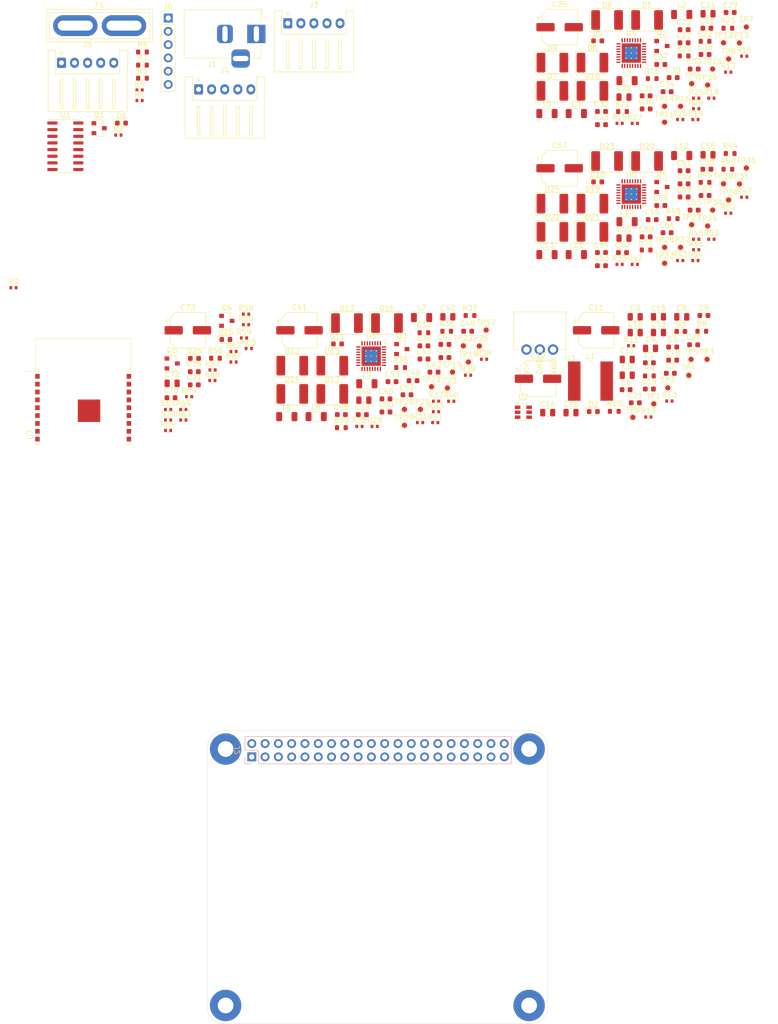
<source format=kicad_pcb>
(kicad_pcb (version 20171130) (host pcbnew 5.1.12-84ad8e8a86~92~ubuntu20.04.1)

  (general
    (thickness 1.6)
    (drawings 8)
    (tracks 4)
    (zones 0)
    (modules 239)
    (nets 141)
  )

  (page A4)
  (layers
    (0 F.Cu signal)
    (1 In1.Cu power)
    (2 In2.Cu power)
    (31 B.Cu signal)
    (32 B.Adhes user)
    (33 F.Adhes user)
    (34 B.Paste user)
    (35 F.Paste user)
    (36 B.SilkS user)
    (37 F.SilkS user)
    (38 B.Mask user)
    (39 F.Mask user)
    (40 Dwgs.User user)
    (41 Cmts.User user)
    (42 Eco1.User user)
    (43 Eco2.User user)
    (44 Edge.Cuts user)
    (45 Margin user)
    (46 B.CrtYd user)
    (47 F.CrtYd user)
    (48 B.Fab user)
    (49 F.Fab user)
  )

  (setup
    (last_trace_width 0.25)
    (trace_clearance 0.2)
    (zone_clearance 0.508)
    (zone_45_only no)
    (trace_min 0.2)
    (via_size 0.8)
    (via_drill 0.4)
    (via_min_size 0.4)
    (via_min_drill 0.3)
    (uvia_size 0.3)
    (uvia_drill 0.1)
    (uvias_allowed no)
    (uvia_min_size 0.2)
    (uvia_min_drill 0.1)
    (edge_width 0.05)
    (segment_width 0.2)
    (pcb_text_width 0.3)
    (pcb_text_size 1.5 1.5)
    (mod_edge_width 0.12)
    (mod_text_size 1 1)
    (mod_text_width 0.15)
    (pad_size 1.524 1.524)
    (pad_drill 0.762)
    (pad_to_mask_clearance 0)
    (aux_axis_origin 0 0)
    (visible_elements FFFFFF7F)
    (pcbplotparams
      (layerselection 0x010fc_ffffffff)
      (usegerberextensions false)
      (usegerberattributes true)
      (usegerberadvancedattributes true)
      (creategerberjobfile true)
      (excludeedgelayer true)
      (linewidth 0.100000)
      (plotframeref false)
      (viasonmask false)
      (mode 1)
      (useauxorigin false)
      (hpglpennumber 1)
      (hpglpenspeed 20)
      (hpglpendiameter 15.000000)
      (psnegative false)
      (psa4output false)
      (plotreference true)
      (plotvalue true)
      (plotinvisibletext false)
      (padsonsilk false)
      (subtractmaskfromsilk false)
      (outputformat 1)
      (mirror false)
      (drillshape 1)
      (scaleselection 1)
      (outputdirectory ""))
  )

  (net 0 "")
  (net 1 +12V)
  (net 2 GND)
  (net 3 "Net-(C9-Pad2)")
  (net 4 "Net-(C9-Pad1)")
  (net 5 +5V)
  (net 6 +3V3)
  (net 7 "Net-(C26-Pad2)")
  (net 8 "Net-(C27-Pad1)")
  (net 9 "Net-(C29-Pad1)")
  (net 10 "Net-(C29-Pad2)")
  (net 11 "/Motor driver 0/VREF")
  (net 12 /OA1_0)
  (net 13 /OA2_0)
  (net 14 /OB1_0)
  (net 15 /OB2_0)
  (net 16 "Net-(C36-Pad2)")
  (net 17 "Net-(C37-Pad2)")
  (net 18 "Net-(C42-Pad2)")
  (net 19 "Net-(C43-Pad1)")
  (net 20 "Net-(C45-Pad1)")
  (net 21 "Net-(C45-Pad2)")
  (net 22 "/Motor driver 1/VREF")
  (net 23 /OA1_1)
  (net 24 /OA2_1)
  (net 25 /OB1_1)
  (net 26 /OB2_1)
  (net 27 "Net-(C52-Pad2)")
  (net 28 "Net-(C53-Pad2)")
  (net 29 "Net-(C58-Pad2)")
  (net 30 "Net-(C59-Pad1)")
  (net 31 "Net-(C61-Pad2)")
  (net 32 "Net-(C61-Pad1)")
  (net 33 "/Motor driver 2/VREF")
  (net 34 /OA1_2)
  (net 35 /OA2_2)
  (net 36 /OB1_2)
  (net 37 /OB2_2)
  (net 38 "Net-(C68-Pad2)")
  (net 39 "Net-(C69-Pad2)")
  (net 40 /ESP8266/~RST_ESP)
  (net 41 "Net-(D1-Pad1)")
  (net 42 "Net-(D2-Pad1)")
  (net 43 "Net-(D3-Pad1)")
  (net 44 "Net-(D4-Pad1)")
  (net 45 "Net-(D11-Pad1)")
  (net 46 "Net-(D18-Pad1)")
  (net 47 "Net-(D25-Pad1)")
  (net 48 /ESP8266/GPIO5_ESP)
  (net 49 "Net-(D26-Pad1)")
  (net 50 "Net-(F1-Pad1)")
  (net 51 "Net-(F1-Pad2)")
  (net 52 /GPIO2_PI)
  (net 53 /GPIO3_PI)
  (net 54 /GND_PI)
  (net 55 /GPIO4_PI)
  (net 56 "/UART_TX(14)_PI")
  (net 57 "/UART_RX(15)_PI")
  (net 58 /GPIO17_PI)
  (net 59 /GPIO18_PI)
  (net 60 /GPIO27_PI)
  (net 61 /GPIO22_PI)
  (net 62 /GPIO23_PI)
  (net 63 /GPIO24_PI)
  (net 64 "/MOSI(10)_PI")
  (net 65 "/MISO(9)_PI")
  (net 66 /GPIO25_PI)
  (net 67 "/CLK(11)_PI")
  (net 68 "/CE0(8)_PI")
  (net 69 /GPIO7_PI)
  (net 70 /GPIO0_PI)
  (net 71 /GPIO1_PI)
  (net 72 /GPIO5_PI)
  (net 73 /GPIO6_PI)
  (net 74 "/PWM0(12)_PI")
  (net 75 "/PWM1(13)_PI")
  (net 76 /GPIO19_PI)
  (net 77 /GPIO16_PI)
  (net 78 /GPIO26_PI)
  (net 79 /GPIO20_PI)
  (net 80 /GPIO21_PI)
  (net 81 "Net-(J3-Pad5)")
  (net 82 "Net-(J4-Pad5)")
  (net 83 "Net-(J5-Pad5)")
  (net 84 /ESP8266/~RTS_ESP)
  (net 85 /ESP8266/~DTR_ESP)
  (net 86 /ESP8266/RX_ESP)
  (net 87 /ESP8266/TX_ESP)
  (net 88 "/Motor driver 0/OA1_FILTERED")
  (net 89 "/Motor driver 0/OA2_FILTERED")
  (net 90 "/Motor driver 0/OB1_FILTERED")
  (net 91 "/Motor driver 0/OB2_FILTERED")
  (net 92 "/Motor driver 1/OA1_FILTERED")
  (net 93 "/Motor driver 1/OA2_FILTERED")
  (net 94 "/Motor driver 1/OB1_FILTERED")
  (net 95 "/Motor driver 1/OB2_FILTERED")
  (net 96 "/Motor driver 2/OA1_FILTERED")
  (net 97 "/Motor driver 2/OA2_FILTERED")
  (net 98 "/Motor driver 2/OB1_FILTERED")
  (net 99 "/Motor driver 2/OB2_FILTERED")
  (net 100 "Net-(Q1-Pad1)")
  (net 101 "Net-(Q2-Pad1)")
  (net 102 "Net-(Q2-Pad3)")
  (net 103 "Net-(Q3-Pad3)")
  (net 104 "Net-(Q3-Pad1)")
  (net 105 "Net-(Q4-Pad1)")
  (net 106 "Net-(Q4-Pad3)")
  (net 107 "Net-(Q5-Pad1)")
  (net 108 /ESP8266/GPIO0_ESP)
  (net 109 "Net-(Q6-Pad1)")
  (net 110 /ESP8266/ADC_ESP)
  (net 111 "Net-(R11-Pad1)")
  (net 112 /GPIO4_ESP)
  (net 113 "/Motor driver 0/DIAG")
  (net 114 "/Motor driver 0/VREF_OVR")
  (net 115 "/Motor driver 0/MS1")
  (net 116 "/Motor driver 0/MS2")
  (net 117 "/PWM0_PI(12)")
  (net 118 "/Motor driver 0/~PDN_UART")
  (net 119 "/Motor driver 1/DIAG")
  (net 120 "/Motor driver 1/VREF_OVR")
  (net 121 "/Motor driver 1/MS1")
  (net 122 "/Motor driver 1/MS2")
  (net 123 "/PWM1_PI(13)")
  (net 124 "/Motor driver 1/~PDN_UART")
  (net 125 "/Motor driver 2/DIAG")
  (net 126 "/Motor driver 2/VREF_OVR")
  (net 127 "/Motor driver 2/MS1")
  (net 128 "/Motor driver 2/MS2")
  (net 129 "/Motor driver 2/~PDN_UART")
  (net 130 /ESP8266/GPIO2_ESP)
  (net 131 /ESP8266/EN_ESP)
  (net 132 "Net-(U1-Pad1)")
  (net 133 "Net-(U1-Pad2)")
  (net 134 "Net-(U1-Pad4)")
  (net 135 "Net-(U1-Pad5)")
  (net 136 "Net-(U1-Pad12)")
  (net 137 "Net-(U4-Pad2)")
  (net 138 "Net-(U5-Pad2)")
  (net 139 "Net-(U6-Pad2)")
  (net 140 /ESP8266/~RST)

  (net_class Default "This is the default net class."
    (clearance 0.2)
    (trace_width 0.25)
    (via_dia 0.8)
    (via_drill 0.4)
    (uvia_dia 0.3)
    (uvia_drill 0.1)
    (add_net +12V)
    (add_net +3V3)
    (add_net +5V)
    (add_net "/CE0(8)_PI")
    (add_net "/CLK(11)_PI")
    (add_net /ESP8266/ADC_ESP)
    (add_net /ESP8266/EN_ESP)
    (add_net /ESP8266/GPIO0_ESP)
    (add_net /ESP8266/GPIO2_ESP)
    (add_net /ESP8266/GPIO5_ESP)
    (add_net /ESP8266/RX_ESP)
    (add_net /ESP8266/TX_ESP)
    (add_net /ESP8266/~DTR_ESP)
    (add_net /ESP8266/~RST)
    (add_net /ESP8266/~RST_ESP)
    (add_net /ESP8266/~RTS_ESP)
    (add_net /GND_PI)
    (add_net /GPIO0_PI)
    (add_net /GPIO16_PI)
    (add_net /GPIO17_PI)
    (add_net /GPIO18_PI)
    (add_net /GPIO19_PI)
    (add_net /GPIO1_PI)
    (add_net /GPIO20_PI)
    (add_net /GPIO21_PI)
    (add_net /GPIO22_PI)
    (add_net /GPIO23_PI)
    (add_net /GPIO24_PI)
    (add_net /GPIO25_PI)
    (add_net /GPIO26_PI)
    (add_net /GPIO27_PI)
    (add_net /GPIO2_PI)
    (add_net /GPIO3_PI)
    (add_net /GPIO4_ESP)
    (add_net /GPIO4_PI)
    (add_net /GPIO5_PI)
    (add_net /GPIO6_PI)
    (add_net /GPIO7_PI)
    (add_net "/MISO(9)_PI")
    (add_net "/MOSI(10)_PI")
    (add_net "/Motor driver 0/DIAG")
    (add_net "/Motor driver 0/MS1")
    (add_net "/Motor driver 0/MS2")
    (add_net "/Motor driver 0/OA1_FILTERED")
    (add_net "/Motor driver 0/OA2_FILTERED")
    (add_net "/Motor driver 0/OB1_FILTERED")
    (add_net "/Motor driver 0/OB2_FILTERED")
    (add_net "/Motor driver 0/VREF")
    (add_net "/Motor driver 0/VREF_OVR")
    (add_net "/Motor driver 0/~PDN_UART")
    (add_net "/Motor driver 1/DIAG")
    (add_net "/Motor driver 1/MS1")
    (add_net "/Motor driver 1/MS2")
    (add_net "/Motor driver 1/OA1_FILTERED")
    (add_net "/Motor driver 1/OA2_FILTERED")
    (add_net "/Motor driver 1/OB1_FILTERED")
    (add_net "/Motor driver 1/OB2_FILTERED")
    (add_net "/Motor driver 1/VREF")
    (add_net "/Motor driver 1/VREF_OVR")
    (add_net "/Motor driver 1/~PDN_UART")
    (add_net "/Motor driver 2/DIAG")
    (add_net "/Motor driver 2/MS1")
    (add_net "/Motor driver 2/MS2")
    (add_net "/Motor driver 2/OA1_FILTERED")
    (add_net "/Motor driver 2/OA2_FILTERED")
    (add_net "/Motor driver 2/OB1_FILTERED")
    (add_net "/Motor driver 2/OB2_FILTERED")
    (add_net "/Motor driver 2/VREF")
    (add_net "/Motor driver 2/VREF_OVR")
    (add_net "/Motor driver 2/~PDN_UART")
    (add_net /OA1_0)
    (add_net /OA1_1)
    (add_net /OA1_2)
    (add_net /OA2_0)
    (add_net /OA2_1)
    (add_net /OA2_2)
    (add_net /OB1_0)
    (add_net /OB1_1)
    (add_net /OB1_2)
    (add_net /OB2_0)
    (add_net /OB2_1)
    (add_net /OB2_2)
    (add_net "/PWM0(12)_PI")
    (add_net "/PWM0_PI(12)")
    (add_net "/PWM1(13)_PI")
    (add_net "/PWM1_PI(13)")
    (add_net "/UART_RX(15)_PI")
    (add_net "/UART_TX(14)_PI")
    (add_net GND)
    (add_net "Net-(C26-Pad2)")
    (add_net "Net-(C27-Pad1)")
    (add_net "Net-(C29-Pad1)")
    (add_net "Net-(C29-Pad2)")
    (add_net "Net-(C36-Pad2)")
    (add_net "Net-(C37-Pad2)")
    (add_net "Net-(C42-Pad2)")
    (add_net "Net-(C43-Pad1)")
    (add_net "Net-(C45-Pad1)")
    (add_net "Net-(C45-Pad2)")
    (add_net "Net-(C52-Pad2)")
    (add_net "Net-(C53-Pad2)")
    (add_net "Net-(C58-Pad2)")
    (add_net "Net-(C59-Pad1)")
    (add_net "Net-(C61-Pad1)")
    (add_net "Net-(C61-Pad2)")
    (add_net "Net-(C68-Pad2)")
    (add_net "Net-(C69-Pad2)")
    (add_net "Net-(C9-Pad1)")
    (add_net "Net-(C9-Pad2)")
    (add_net "Net-(D1-Pad1)")
    (add_net "Net-(D11-Pad1)")
    (add_net "Net-(D18-Pad1)")
    (add_net "Net-(D2-Pad1)")
    (add_net "Net-(D25-Pad1)")
    (add_net "Net-(D26-Pad1)")
    (add_net "Net-(D3-Pad1)")
    (add_net "Net-(D4-Pad1)")
    (add_net "Net-(F1-Pad1)")
    (add_net "Net-(F1-Pad2)")
    (add_net "Net-(J3-Pad5)")
    (add_net "Net-(J4-Pad5)")
    (add_net "Net-(J5-Pad5)")
    (add_net "Net-(Q1-Pad1)")
    (add_net "Net-(Q2-Pad1)")
    (add_net "Net-(Q2-Pad3)")
    (add_net "Net-(Q3-Pad1)")
    (add_net "Net-(Q3-Pad3)")
    (add_net "Net-(Q4-Pad1)")
    (add_net "Net-(Q4-Pad3)")
    (add_net "Net-(Q5-Pad1)")
    (add_net "Net-(Q6-Pad1)")
    (add_net "Net-(R11-Pad1)")
    (add_net "Net-(U1-Pad1)")
    (add_net "Net-(U1-Pad12)")
    (add_net "Net-(U1-Pad2)")
    (add_net "Net-(U1-Pad4)")
    (add_net "Net-(U1-Pad5)")
    (add_net "Net-(U4-Pad2)")
    (add_net "Net-(U5-Pad2)")
    (add_net "Net-(U6-Pad2)")
  )

  (module Capacitor_SMD:C_0603_1608Metric (layer F.Cu) (tedit 5F68FEEE) (tstamp 6195FEE4)
    (at 208.935001 -13.314999)
    (descr "Capacitor SMD 0603 (1608 Metric), square (rectangular) end terminal, IPC_7351 nominal, (Body size source: IPC-SM-782 page 76, https://www.pcb-3d.com/wordpress/wp-content/uploads/ipc-sm-782a_amendment_1_and_2.pdf), generated with kicad-footprint-generator")
    (tags capacitor)
    (path /60C6E8D2/618D943A)
    (attr smd)
    (fp_text reference C1 (at 0 -1.43) (layer F.SilkS)
      (effects (font (size 1 1) (thickness 0.15)))
    )
    (fp_text value "100 nF" (at 0 1.43) (layer F.Fab)
      (effects (font (size 1 1) (thickness 0.15)))
    )
    (fp_text user %R (at 0 0) (layer F.Fab)
      (effects (font (size 0.4 0.4) (thickness 0.06)))
    )
    (fp_line (start -0.8 0.4) (end -0.8 -0.4) (layer F.Fab) (width 0.1))
    (fp_line (start -0.8 -0.4) (end 0.8 -0.4) (layer F.Fab) (width 0.1))
    (fp_line (start 0.8 -0.4) (end 0.8 0.4) (layer F.Fab) (width 0.1))
    (fp_line (start 0.8 0.4) (end -0.8 0.4) (layer F.Fab) (width 0.1))
    (fp_line (start -0.14058 -0.51) (end 0.14058 -0.51) (layer F.SilkS) (width 0.12))
    (fp_line (start -0.14058 0.51) (end 0.14058 0.51) (layer F.SilkS) (width 0.12))
    (fp_line (start -1.48 0.73) (end -1.48 -0.73) (layer F.CrtYd) (width 0.05))
    (fp_line (start -1.48 -0.73) (end 1.48 -0.73) (layer F.CrtYd) (width 0.05))
    (fp_line (start 1.48 -0.73) (end 1.48 0.73) (layer F.CrtYd) (width 0.05))
    (fp_line (start 1.48 0.73) (end -1.48 0.73) (layer F.CrtYd) (width 0.05))
    (pad 2 smd roundrect (at 0.775 0) (size 0.9 0.95) (layers F.Cu F.Paste F.Mask) (roundrect_rratio 0.25)
      (net 1 +12V))
    (pad 1 smd roundrect (at -0.775 0) (size 0.9 0.95) (layers F.Cu F.Paste F.Mask) (roundrect_rratio 0.25)
      (net 2 GND))
    (model ${KISYS3DMOD}/Capacitor_SMD.3dshapes/C_0603_1608Metric.wrl
      (at (xyz 0 0 0))
      (scale (xyz 1 1 1))
      (rotate (xyz 0 0 0))
    )
  )

  (module Capacitor_SMD:C_0603_1608Metric (layer F.Cu) (tedit 5F68FEEE) (tstamp 6195FEF5)
    (at 208.495001 -8.294999)
    (descr "Capacitor SMD 0603 (1608 Metric), square (rectangular) end terminal, IPC_7351 nominal, (Body size source: IPC-SM-782 page 76, https://www.pcb-3d.com/wordpress/wp-content/uploads/ipc-sm-782a_amendment_1_and_2.pdf), generated with kicad-footprint-generator")
    (tags capacitor)
    (path /60C6E8D2/618D9418)
    (attr smd)
    (fp_text reference C2 (at 0 -1.43) (layer F.SilkS)
      (effects (font (size 1 1) (thickness 0.15)))
    )
    (fp_text value "100 nF" (at 0 1.43) (layer F.Fab)
      (effects (font (size 1 1) (thickness 0.15)))
    )
    (fp_line (start 1.48 0.73) (end -1.48 0.73) (layer F.CrtYd) (width 0.05))
    (fp_line (start 1.48 -0.73) (end 1.48 0.73) (layer F.CrtYd) (width 0.05))
    (fp_line (start -1.48 -0.73) (end 1.48 -0.73) (layer F.CrtYd) (width 0.05))
    (fp_line (start -1.48 0.73) (end -1.48 -0.73) (layer F.CrtYd) (width 0.05))
    (fp_line (start -0.14058 0.51) (end 0.14058 0.51) (layer F.SilkS) (width 0.12))
    (fp_line (start -0.14058 -0.51) (end 0.14058 -0.51) (layer F.SilkS) (width 0.12))
    (fp_line (start 0.8 0.4) (end -0.8 0.4) (layer F.Fab) (width 0.1))
    (fp_line (start 0.8 -0.4) (end 0.8 0.4) (layer F.Fab) (width 0.1))
    (fp_line (start -0.8 -0.4) (end 0.8 -0.4) (layer F.Fab) (width 0.1))
    (fp_line (start -0.8 0.4) (end -0.8 -0.4) (layer F.Fab) (width 0.1))
    (fp_text user %R (at 0 0) (layer F.Fab)
      (effects (font (size 0.4 0.4) (thickness 0.06)))
    )
    (pad 1 smd roundrect (at -0.775 0) (size 0.9 0.95) (layers F.Cu F.Paste F.Mask) (roundrect_rratio 0.25)
      (net 2 GND))
    (pad 2 smd roundrect (at 0.775 0) (size 0.9 0.95) (layers F.Cu F.Paste F.Mask) (roundrect_rratio 0.25)
      (net 1 +12V))
    (model ${KISYS3DMOD}/Capacitor_SMD.3dshapes/C_0603_1608Metric.wrl
      (at (xyz 0 0 0))
      (scale (xyz 1 1 1))
      (rotate (xyz 0 0 0))
    )
  )

  (module Capacitor_SMD:C_0805_2012Metric (layer F.Cu) (tedit 5F68FEEE) (tstamp 6195FF06)
    (at 201.775001 -19.084999)
    (descr "Capacitor SMD 0805 (2012 Metric), square (rectangular) end terminal, IPC_7351 nominal, (Body size source: IPC-SM-782 page 76, https://www.pcb-3d.com/wordpress/wp-content/uploads/ipc-sm-782a_amendment_1_and_2.pdf, https://docs.google.com/spreadsheets/d/1BsfQQcO9C6DZCsRaXUlFlo91Tg2WpOkGARC1WS5S8t0/edit?usp=sharing), generated with kicad-footprint-generator")
    (tags capacitor)
    (path /60C6E8D2/618D941F)
    (attr smd)
    (fp_text reference C3 (at 0 -1.68) (layer F.SilkS)
      (effects (font (size 1 1) (thickness 0.15)))
    )
    (fp_text value "4.7 uF" (at 0 1.68) (layer F.Fab)
      (effects (font (size 1 1) (thickness 0.15)))
    )
    (fp_line (start 1.7 0.98) (end -1.7 0.98) (layer F.CrtYd) (width 0.05))
    (fp_line (start 1.7 -0.98) (end 1.7 0.98) (layer F.CrtYd) (width 0.05))
    (fp_line (start -1.7 -0.98) (end 1.7 -0.98) (layer F.CrtYd) (width 0.05))
    (fp_line (start -1.7 0.98) (end -1.7 -0.98) (layer F.CrtYd) (width 0.05))
    (fp_line (start -0.261252 0.735) (end 0.261252 0.735) (layer F.SilkS) (width 0.12))
    (fp_line (start -0.261252 -0.735) (end 0.261252 -0.735) (layer F.SilkS) (width 0.12))
    (fp_line (start 1 0.625) (end -1 0.625) (layer F.Fab) (width 0.1))
    (fp_line (start 1 -0.625) (end 1 0.625) (layer F.Fab) (width 0.1))
    (fp_line (start -1 -0.625) (end 1 -0.625) (layer F.Fab) (width 0.1))
    (fp_line (start -1 0.625) (end -1 -0.625) (layer F.Fab) (width 0.1))
    (fp_text user %R (at 0 0) (layer F.Fab)
      (effects (font (size 0.5 0.5) (thickness 0.08)))
    )
    (pad 1 smd roundrect (at -0.95 0) (size 1 1.45) (layers F.Cu F.Paste F.Mask) (roundrect_rratio 0.25)
      (net 2 GND))
    (pad 2 smd roundrect (at 0.95 0) (size 1 1.45) (layers F.Cu F.Paste F.Mask) (roundrect_rratio 0.25)
      (net 1 +12V))
    (model ${KISYS3DMOD}/Capacitor_SMD.3dshapes/C_0805_2012Metric.wrl
      (at (xyz 0 0 0))
      (scale (xyz 1 1 1))
      (rotate (xyz 0 0 0))
    )
  )

  (module Capacitor_SMD:C_0805_2012Metric (layer F.Cu) (tedit 5F68FEEE) (tstamp 6195FF17)
    (at 204.705001 -13.064999)
    (descr "Capacitor SMD 0805 (2012 Metric), square (rectangular) end terminal, IPC_7351 nominal, (Body size source: IPC-SM-782 page 76, https://www.pcb-3d.com/wordpress/wp-content/uploads/ipc-sm-782a_amendment_1_and_2.pdf, https://docs.google.com/spreadsheets/d/1BsfQQcO9C6DZCsRaXUlFlo91Tg2WpOkGARC1WS5S8t0/edit?usp=sharing), generated with kicad-footprint-generator")
    (tags capacitor)
    (path /60C6E8D2/618D9433)
    (attr smd)
    (fp_text reference C4 (at 0 -1.68) (layer F.SilkS)
      (effects (font (size 1 1) (thickness 0.15)))
    )
    (fp_text value "4.7 uF" (at 0 1.68) (layer F.Fab)
      (effects (font (size 1 1) (thickness 0.15)))
    )
    (fp_text user %R (at 0 0) (layer F.Fab)
      (effects (font (size 0.5 0.5) (thickness 0.08)))
    )
    (fp_line (start -1 0.625) (end -1 -0.625) (layer F.Fab) (width 0.1))
    (fp_line (start -1 -0.625) (end 1 -0.625) (layer F.Fab) (width 0.1))
    (fp_line (start 1 -0.625) (end 1 0.625) (layer F.Fab) (width 0.1))
    (fp_line (start 1 0.625) (end -1 0.625) (layer F.Fab) (width 0.1))
    (fp_line (start -0.261252 -0.735) (end 0.261252 -0.735) (layer F.SilkS) (width 0.12))
    (fp_line (start -0.261252 0.735) (end 0.261252 0.735) (layer F.SilkS) (width 0.12))
    (fp_line (start -1.7 0.98) (end -1.7 -0.98) (layer F.CrtYd) (width 0.05))
    (fp_line (start -1.7 -0.98) (end 1.7 -0.98) (layer F.CrtYd) (width 0.05))
    (fp_line (start 1.7 -0.98) (end 1.7 0.98) (layer F.CrtYd) (width 0.05))
    (fp_line (start 1.7 0.98) (end -1.7 0.98) (layer F.CrtYd) (width 0.05))
    (pad 2 smd roundrect (at 0.95 0) (size 1 1.45) (layers F.Cu F.Paste F.Mask) (roundrect_rratio 0.25)
      (net 1 +12V))
    (pad 1 smd roundrect (at -0.95 0) (size 1 1.45) (layers F.Cu F.Paste F.Mask) (roundrect_rratio 0.25)
      (net 2 GND))
    (model ${KISYS3DMOD}/Capacitor_SMD.3dshapes/C_0805_2012Metric.wrl
      (at (xyz 0 0 0))
      (scale (xyz 1 1 1))
      (rotate (xyz 0 0 0))
    )
  )

  (module Capacitor_SMD:C_0805_2012Metric (layer F.Cu) (tedit 5F68FEEE) (tstamp 6195FF28)
    (at 200.255001 -7.924999)
    (descr "Capacitor SMD 0805 (2012 Metric), square (rectangular) end terminal, IPC_7351 nominal, (Body size source: IPC-SM-782 page 76, https://www.pcb-3d.com/wordpress/wp-content/uploads/ipc-sm-782a_amendment_1_and_2.pdf, https://docs.google.com/spreadsheets/d/1BsfQQcO9C6DZCsRaXUlFlo91Tg2WpOkGARC1WS5S8t0/edit?usp=sharing), generated with kicad-footprint-generator")
    (tags capacitor)
    (path /60C6E8D2/619D188B)
    (attr smd)
    (fp_text reference C5 (at 0 -1.68) (layer F.SilkS)
      (effects (font (size 1 1) (thickness 0.15)))
    )
    (fp_text value "4.7 uF" (at 0 1.68) (layer F.Fab)
      (effects (font (size 1 1) (thickness 0.15)))
    )
    (fp_line (start 1.7 0.98) (end -1.7 0.98) (layer F.CrtYd) (width 0.05))
    (fp_line (start 1.7 -0.98) (end 1.7 0.98) (layer F.CrtYd) (width 0.05))
    (fp_line (start -1.7 -0.98) (end 1.7 -0.98) (layer F.CrtYd) (width 0.05))
    (fp_line (start -1.7 0.98) (end -1.7 -0.98) (layer F.CrtYd) (width 0.05))
    (fp_line (start -0.261252 0.735) (end 0.261252 0.735) (layer F.SilkS) (width 0.12))
    (fp_line (start -0.261252 -0.735) (end 0.261252 -0.735) (layer F.SilkS) (width 0.12))
    (fp_line (start 1 0.625) (end -1 0.625) (layer F.Fab) (width 0.1))
    (fp_line (start 1 -0.625) (end 1 0.625) (layer F.Fab) (width 0.1))
    (fp_line (start -1 -0.625) (end 1 -0.625) (layer F.Fab) (width 0.1))
    (fp_line (start -1 0.625) (end -1 -0.625) (layer F.Fab) (width 0.1))
    (fp_text user %R (at 0 0) (layer F.Fab)
      (effects (font (size 0.5 0.5) (thickness 0.08)))
    )
    (pad 1 smd roundrect (at -0.95 0) (size 1 1.45) (layers F.Cu F.Paste F.Mask) (roundrect_rratio 0.25)
      (net 2 GND))
    (pad 2 smd roundrect (at 0.95 0) (size 1 1.45) (layers F.Cu F.Paste F.Mask) (roundrect_rratio 0.25)
      (net 1 +12V))
    (model ${KISYS3DMOD}/Capacitor_SMD.3dshapes/C_0805_2012Metric.wrl
      (at (xyz 0 0 0))
      (scale (xyz 1 1 1))
      (rotate (xyz 0 0 0))
    )
  )

  (module Capacitor_SMD:C_0603_1608Metric (layer F.Cu) (tedit 5F68FEEE) (tstamp 6195FF39)
    (at 200.035001 -5.164999)
    (descr "Capacitor SMD 0603 (1608 Metric), square (rectangular) end terminal, IPC_7351 nominal, (Body size source: IPC-SM-782 page 76, https://www.pcb-3d.com/wordpress/wp-content/uploads/ipc-sm-782a_amendment_1_and_2.pdf), generated with kicad-footprint-generator")
    (tags capacitor)
    (path /60C6E8D2/60456F4E)
    (attr smd)
    (fp_text reference C6 (at 0 -1.43) (layer F.SilkS)
      (effects (font (size 1 1) (thickness 0.15)))
    )
    (fp_text value "100 nF" (at 0 1.43) (layer F.Fab)
      (effects (font (size 1 1) (thickness 0.15)))
    )
    (fp_line (start 1.48 0.73) (end -1.48 0.73) (layer F.CrtYd) (width 0.05))
    (fp_line (start 1.48 -0.73) (end 1.48 0.73) (layer F.CrtYd) (width 0.05))
    (fp_line (start -1.48 -0.73) (end 1.48 -0.73) (layer F.CrtYd) (width 0.05))
    (fp_line (start -1.48 0.73) (end -1.48 -0.73) (layer F.CrtYd) (width 0.05))
    (fp_line (start -0.14058 0.51) (end 0.14058 0.51) (layer F.SilkS) (width 0.12))
    (fp_line (start -0.14058 -0.51) (end 0.14058 -0.51) (layer F.SilkS) (width 0.12))
    (fp_line (start 0.8 0.4) (end -0.8 0.4) (layer F.Fab) (width 0.1))
    (fp_line (start 0.8 -0.4) (end 0.8 0.4) (layer F.Fab) (width 0.1))
    (fp_line (start -0.8 -0.4) (end 0.8 -0.4) (layer F.Fab) (width 0.1))
    (fp_line (start -0.8 0.4) (end -0.8 -0.4) (layer F.Fab) (width 0.1))
    (fp_text user %R (at 0 0) (layer F.Fab)
      (effects (font (size 0.4 0.4) (thickness 0.06)))
    )
    (pad 1 smd roundrect (at -0.775 0) (size 0.9 0.95) (layers F.Cu F.Paste F.Mask) (roundrect_rratio 0.25)
      (net 2 GND))
    (pad 2 smd roundrect (at 0.775 0) (size 0.9 0.95) (layers F.Cu F.Paste F.Mask) (roundrect_rratio 0.25)
      (net 1 +12V))
    (model ${KISYS3DMOD}/Capacitor_SMD.3dshapes/C_0603_1608Metric.wrl
      (at (xyz 0 0 0))
      (scale (xyz 1 1 1))
      (rotate (xyz 0 0 0))
    )
  )

  (module Capacitor_SMD:C_0603_1608Metric (layer F.Cu) (tedit 5F68FEEE) (tstamp 6195FF4A)
    (at 204.485001 -10.304999)
    (descr "Capacitor SMD 0603 (1608 Metric), square (rectangular) end terminal, IPC_7351 nominal, (Body size source: IPC-SM-782 page 76, https://www.pcb-3d.com/wordpress/wp-content/uploads/ipc-sm-782a_amendment_1_and_2.pdf), generated with kicad-footprint-generator")
    (tags capacitor)
    (path /60C6E8D2/60462399)
    (attr smd)
    (fp_text reference C7 (at 0 -1.43) (layer F.SilkS)
      (effects (font (size 1 1) (thickness 0.15)))
    )
    (fp_text value "100 nF" (at 0 1.43) (layer F.Fab)
      (effects (font (size 1 1) (thickness 0.15)))
    )
    (fp_text user %R (at 0 0) (layer F.Fab)
      (effects (font (size 0.4 0.4) (thickness 0.06)))
    )
    (fp_line (start -0.8 0.4) (end -0.8 -0.4) (layer F.Fab) (width 0.1))
    (fp_line (start -0.8 -0.4) (end 0.8 -0.4) (layer F.Fab) (width 0.1))
    (fp_line (start 0.8 -0.4) (end 0.8 0.4) (layer F.Fab) (width 0.1))
    (fp_line (start 0.8 0.4) (end -0.8 0.4) (layer F.Fab) (width 0.1))
    (fp_line (start -0.14058 -0.51) (end 0.14058 -0.51) (layer F.SilkS) (width 0.12))
    (fp_line (start -0.14058 0.51) (end 0.14058 0.51) (layer F.SilkS) (width 0.12))
    (fp_line (start -1.48 0.73) (end -1.48 -0.73) (layer F.CrtYd) (width 0.05))
    (fp_line (start -1.48 -0.73) (end 1.48 -0.73) (layer F.CrtYd) (width 0.05))
    (fp_line (start 1.48 -0.73) (end 1.48 0.73) (layer F.CrtYd) (width 0.05))
    (fp_line (start 1.48 0.73) (end -1.48 0.73) (layer F.CrtYd) (width 0.05))
    (pad 2 smd roundrect (at 0.775 0) (size 0.9 0.95) (layers F.Cu F.Paste F.Mask) (roundrect_rratio 0.25)
      (net 1 +12V))
    (pad 1 smd roundrect (at -0.775 0) (size 0.9 0.95) (layers F.Cu F.Paste F.Mask) (roundrect_rratio 0.25)
      (net 2 GND))
    (model ${KISYS3DMOD}/Capacitor_SMD.3dshapes/C_0603_1608Metric.wrl
      (at (xyz 0 0 0))
      (scale (xyz 1 1 1))
      (rotate (xyz 0 0 0))
    )
  )

  (module Capacitor_SMD:C_0805_2012Metric (layer F.Cu) (tedit 5F68FEEE) (tstamp 6195FF5B)
    (at 210.675001 -19.084999)
    (descr "Capacitor SMD 0805 (2012 Metric), square (rectangular) end terminal, IPC_7351 nominal, (Body size source: IPC-SM-782 page 76, https://www.pcb-3d.com/wordpress/wp-content/uploads/ipc-sm-782a_amendment_1_and_2.pdf, https://docs.google.com/spreadsheets/d/1BsfQQcO9C6DZCsRaXUlFlo91Tg2WpOkGARC1WS5S8t0/edit?usp=sharing), generated with kicad-footprint-generator")
    (tags capacitor)
    (path /60C6E8D2/6046170C)
    (attr smd)
    (fp_text reference C8 (at 0 -1.68) (layer F.SilkS)
      (effects (font (size 1 1) (thickness 0.15)))
    )
    (fp_text value "4.7 uF" (at 0 1.68) (layer F.Fab)
      (effects (font (size 1 1) (thickness 0.15)))
    )
    (fp_text user %R (at 0 0) (layer F.Fab)
      (effects (font (size 0.5 0.5) (thickness 0.08)))
    )
    (fp_line (start -1 0.625) (end -1 -0.625) (layer F.Fab) (width 0.1))
    (fp_line (start -1 -0.625) (end 1 -0.625) (layer F.Fab) (width 0.1))
    (fp_line (start 1 -0.625) (end 1 0.625) (layer F.Fab) (width 0.1))
    (fp_line (start 1 0.625) (end -1 0.625) (layer F.Fab) (width 0.1))
    (fp_line (start -0.261252 -0.735) (end 0.261252 -0.735) (layer F.SilkS) (width 0.12))
    (fp_line (start -0.261252 0.735) (end 0.261252 0.735) (layer F.SilkS) (width 0.12))
    (fp_line (start -1.7 0.98) (end -1.7 -0.98) (layer F.CrtYd) (width 0.05))
    (fp_line (start -1.7 -0.98) (end 1.7 -0.98) (layer F.CrtYd) (width 0.05))
    (fp_line (start 1.7 -0.98) (end 1.7 0.98) (layer F.CrtYd) (width 0.05))
    (fp_line (start 1.7 0.98) (end -1.7 0.98) (layer F.CrtYd) (width 0.05))
    (pad 2 smd roundrect (at 0.95 0) (size 1 1.45) (layers F.Cu F.Paste F.Mask) (roundrect_rratio 0.25)
      (net 1 +12V))
    (pad 1 smd roundrect (at -0.95 0) (size 1 1.45) (layers F.Cu F.Paste F.Mask) (roundrect_rratio 0.25)
      (net 2 GND))
    (model ${KISYS3DMOD}/Capacitor_SMD.3dshapes/C_0805_2012Metric.wrl
      (at (xyz 0 0 0))
      (scale (xyz 1 1 1))
      (rotate (xyz 0 0 0))
    )
  )

  (module Capacitor_SMD:C_0603_1608Metric (layer F.Cu) (tedit 5F68FEEE) (tstamp 6195FF6C)
    (at 214.905001 -19.334999)
    (descr "Capacitor SMD 0603 (1608 Metric), square (rectangular) end terminal, IPC_7351 nominal, (Body size source: IPC-SM-782 page 76, https://www.pcb-3d.com/wordpress/wp-content/uploads/ipc-sm-782a_amendment_1_and_2.pdf), generated with kicad-footprint-generator")
    (tags capacitor)
    (path /60C6E8D2/61A5E5DB)
    (attr smd)
    (fp_text reference C9 (at 0 -1.43) (layer F.SilkS)
      (effects (font (size 1 1) (thickness 0.15)))
    )
    (fp_text value "100 nF" (at 0 1.43) (layer F.Fab)
      (effects (font (size 1 1) (thickness 0.15)))
    )
    (fp_text user %R (at 0 0) (layer F.Fab)
      (effects (font (size 0.4 0.4) (thickness 0.06)))
    )
    (fp_line (start -0.8 0.4) (end -0.8 -0.4) (layer F.Fab) (width 0.1))
    (fp_line (start -0.8 -0.4) (end 0.8 -0.4) (layer F.Fab) (width 0.1))
    (fp_line (start 0.8 -0.4) (end 0.8 0.4) (layer F.Fab) (width 0.1))
    (fp_line (start 0.8 0.4) (end -0.8 0.4) (layer F.Fab) (width 0.1))
    (fp_line (start -0.14058 -0.51) (end 0.14058 -0.51) (layer F.SilkS) (width 0.12))
    (fp_line (start -0.14058 0.51) (end 0.14058 0.51) (layer F.SilkS) (width 0.12))
    (fp_line (start -1.48 0.73) (end -1.48 -0.73) (layer F.CrtYd) (width 0.05))
    (fp_line (start -1.48 -0.73) (end 1.48 -0.73) (layer F.CrtYd) (width 0.05))
    (fp_line (start 1.48 -0.73) (end 1.48 0.73) (layer F.CrtYd) (width 0.05))
    (fp_line (start 1.48 0.73) (end -1.48 0.73) (layer F.CrtYd) (width 0.05))
    (pad 2 smd roundrect (at 0.775 0) (size 0.9 0.95) (layers F.Cu F.Paste F.Mask) (roundrect_rratio 0.25)
      (net 3 "Net-(C9-Pad2)"))
    (pad 1 smd roundrect (at -0.775 0) (size 0.9 0.95) (layers F.Cu F.Paste F.Mask) (roundrect_rratio 0.25)
      (net 4 "Net-(C9-Pad1)"))
    (model ${KISYS3DMOD}/Capacitor_SMD.3dshapes/C_0603_1608Metric.wrl
      (at (xyz 0 0 0))
      (scale (xyz 1 1 1))
      (rotate (xyz 0 0 0))
    )
  )

  (module Capacitor_SMD:C_0805_2012Metric (layer F.Cu) (tedit 5F68FEEE) (tstamp 6195FF7D)
    (at 189.505001 -0.774999)
    (descr "Capacitor SMD 0805 (2012 Metric), square (rectangular) end terminal, IPC_7351 nominal, (Body size source: IPC-SM-782 page 76, https://www.pcb-3d.com/wordpress/wp-content/uploads/ipc-sm-782a_amendment_1_and_2.pdf, https://docs.google.com/spreadsheets/d/1BsfQQcO9C6DZCsRaXUlFlo91Tg2WpOkGARC1WS5S8t0/edit?usp=sharing), generated with kicad-footprint-generator")
    (tags capacitor)
    (path /60C6E8D2/60456F5F)
    (attr smd)
    (fp_text reference C10 (at 0 -1.68) (layer F.SilkS)
      (effects (font (size 1 1) (thickness 0.15)))
    )
    (fp_text value "4.7 uF" (at 0 1.68) (layer F.Fab)
      (effects (font (size 1 1) (thickness 0.15)))
    )
    (fp_line (start 1.7 0.98) (end -1.7 0.98) (layer F.CrtYd) (width 0.05))
    (fp_line (start 1.7 -0.98) (end 1.7 0.98) (layer F.CrtYd) (width 0.05))
    (fp_line (start -1.7 -0.98) (end 1.7 -0.98) (layer F.CrtYd) (width 0.05))
    (fp_line (start -1.7 0.98) (end -1.7 -0.98) (layer F.CrtYd) (width 0.05))
    (fp_line (start -0.261252 0.735) (end 0.261252 0.735) (layer F.SilkS) (width 0.12))
    (fp_line (start -0.261252 -0.735) (end 0.261252 -0.735) (layer F.SilkS) (width 0.12))
    (fp_line (start 1 0.625) (end -1 0.625) (layer F.Fab) (width 0.1))
    (fp_line (start 1 -0.625) (end 1 0.625) (layer F.Fab) (width 0.1))
    (fp_line (start -1 -0.625) (end 1 -0.625) (layer F.Fab) (width 0.1))
    (fp_line (start -1 0.625) (end -1 -0.625) (layer F.Fab) (width 0.1))
    (fp_text user %R (at 0 0) (layer F.Fab)
      (effects (font (size 0.5 0.5) (thickness 0.08)))
    )
    (pad 1 smd roundrect (at -0.95 0) (size 1 1.45) (layers F.Cu F.Paste F.Mask) (roundrect_rratio 0.25)
      (net 2 GND))
    (pad 2 smd roundrect (at 0.95 0) (size 1 1.45) (layers F.Cu F.Paste F.Mask) (roundrect_rratio 0.25)
      (net 1 +12V))
    (model ${KISYS3DMOD}/Capacitor_SMD.3dshapes/C_0805_2012Metric.wrl
      (at (xyz 0 0 0))
      (scale (xyz 1 1 1))
      (rotate (xyz 0 0 0))
    )
  )

  (module Capacitor_SMD:CP_Elec_6.3x3 (layer F.Cu) (tedit 5BCA39CF) (tstamp 6195FFA5)
    (at 194.325001 -16.514999)
    (descr "SMD capacitor, aluminum electrolytic, Nichicon, 6.3x3.0mm")
    (tags "capacitor electrolytic")
    (path /60C6E8D2/60456F66)
    (attr smd)
    (fp_text reference C11 (at 0 -4.35) (layer F.SilkS)
      (effects (font (size 1 1) (thickness 0.15)))
    )
    (fp_text value "100 uF" (at 0 4.35) (layer F.Fab)
      (effects (font (size 1 1) (thickness 0.15)))
    )
    (fp_text user %R (at 0 0) (layer F.Fab)
      (effects (font (size 1 1) (thickness 0.15)))
    )
    (fp_circle (center 0 0) (end 3.15 0) (layer F.Fab) (width 0.1))
    (fp_line (start 3.3 -3.3) (end 3.3 3.3) (layer F.Fab) (width 0.1))
    (fp_line (start -2.3 -3.3) (end 3.3 -3.3) (layer F.Fab) (width 0.1))
    (fp_line (start -2.3 3.3) (end 3.3 3.3) (layer F.Fab) (width 0.1))
    (fp_line (start -3.3 -2.3) (end -3.3 2.3) (layer F.Fab) (width 0.1))
    (fp_line (start -3.3 -2.3) (end -2.3 -3.3) (layer F.Fab) (width 0.1))
    (fp_line (start -3.3 2.3) (end -2.3 3.3) (layer F.Fab) (width 0.1))
    (fp_line (start -2.704838 -1.33) (end -2.074838 -1.33) (layer F.Fab) (width 0.1))
    (fp_line (start -2.389838 -1.645) (end -2.389838 -1.015) (layer F.Fab) (width 0.1))
    (fp_line (start 3.41 3.41) (end 3.41 1.06) (layer F.SilkS) (width 0.12))
    (fp_line (start 3.41 -3.41) (end 3.41 -1.06) (layer F.SilkS) (width 0.12))
    (fp_line (start -2.345563 -3.41) (end 3.41 -3.41) (layer F.SilkS) (width 0.12))
    (fp_line (start -2.345563 3.41) (end 3.41 3.41) (layer F.SilkS) (width 0.12))
    (fp_line (start -3.41 2.345563) (end -3.41 1.06) (layer F.SilkS) (width 0.12))
    (fp_line (start -3.41 -2.345563) (end -3.41 -1.06) (layer F.SilkS) (width 0.12))
    (fp_line (start -3.41 -2.345563) (end -2.345563 -3.41) (layer F.SilkS) (width 0.12))
    (fp_line (start -3.41 2.345563) (end -2.345563 3.41) (layer F.SilkS) (width 0.12))
    (fp_line (start -4.4375 -1.8475) (end -3.65 -1.8475) (layer F.SilkS) (width 0.12))
    (fp_line (start -4.04375 -2.24125) (end -4.04375 -1.45375) (layer F.SilkS) (width 0.12))
    (fp_line (start 3.55 -3.55) (end 3.55 -1.05) (layer F.CrtYd) (width 0.05))
    (fp_line (start 3.55 -1.05) (end 4.7 -1.05) (layer F.CrtYd) (width 0.05))
    (fp_line (start 4.7 -1.05) (end 4.7 1.05) (layer F.CrtYd) (width 0.05))
    (fp_line (start 4.7 1.05) (end 3.55 1.05) (layer F.CrtYd) (width 0.05))
    (fp_line (start 3.55 1.05) (end 3.55 3.55) (layer F.CrtYd) (width 0.05))
    (fp_line (start -2.4 3.55) (end 3.55 3.55) (layer F.CrtYd) (width 0.05))
    (fp_line (start -2.4 -3.55) (end 3.55 -3.55) (layer F.CrtYd) (width 0.05))
    (fp_line (start -3.55 2.4) (end -2.4 3.55) (layer F.CrtYd) (width 0.05))
    (fp_line (start -3.55 -2.4) (end -2.4 -3.55) (layer F.CrtYd) (width 0.05))
    (fp_line (start -3.55 -2.4) (end -3.55 -1.05) (layer F.CrtYd) (width 0.05))
    (fp_line (start -3.55 1.05) (end -3.55 2.4) (layer F.CrtYd) (width 0.05))
    (fp_line (start -3.55 -1.05) (end -4.7 -1.05) (layer F.CrtYd) (width 0.05))
    (fp_line (start -4.7 -1.05) (end -4.7 1.05) (layer F.CrtYd) (width 0.05))
    (fp_line (start -4.7 1.05) (end -3.55 1.05) (layer F.CrtYd) (width 0.05))
    (pad 2 smd roundrect (at 2.7 0) (size 3.5 1.6) (layers F.Cu F.Paste F.Mask) (roundrect_rratio 0.15625)
      (net 2 GND))
    (pad 1 smd roundrect (at -2.7 0) (size 3.5 1.6) (layers F.Cu F.Paste F.Mask) (roundrect_rratio 0.15625)
      (net 1 +12V))
    (model ${KISYS3DMOD}/Capacitor_SMD.3dshapes/CP_Elec_6.3x3.wrl
      (at (xyz 0 0 0))
      (scale (xyz 1 1 1))
      (rotate (xyz 0 0 0))
    )
  )

  (module Capacitor_SMD:CP_Elec_6.3x3 (layer F.Cu) (tedit 5BCA39CF) (tstamp 6195FFCD)
    (at 183.205001 -7.254999)
    (descr "SMD capacitor, aluminum electrolytic, Nichicon, 6.3x3.0mm")
    (tags "capacitor electrolytic")
    (path /60C6E8D2/604BCA5A)
    (attr smd)
    (fp_text reference C12 (at 0 -4.35) (layer F.SilkS)
      (effects (font (size 1 1) (thickness 0.15)))
    )
    (fp_text value "100 uF" (at 0 4.35) (layer F.Fab)
      (effects (font (size 1 1) (thickness 0.15)))
    )
    (fp_line (start -4.7 1.05) (end -3.55 1.05) (layer F.CrtYd) (width 0.05))
    (fp_line (start -4.7 -1.05) (end -4.7 1.05) (layer F.CrtYd) (width 0.05))
    (fp_line (start -3.55 -1.05) (end -4.7 -1.05) (layer F.CrtYd) (width 0.05))
    (fp_line (start -3.55 1.05) (end -3.55 2.4) (layer F.CrtYd) (width 0.05))
    (fp_line (start -3.55 -2.4) (end -3.55 -1.05) (layer F.CrtYd) (width 0.05))
    (fp_line (start -3.55 -2.4) (end -2.4 -3.55) (layer F.CrtYd) (width 0.05))
    (fp_line (start -3.55 2.4) (end -2.4 3.55) (layer F.CrtYd) (width 0.05))
    (fp_line (start -2.4 -3.55) (end 3.55 -3.55) (layer F.CrtYd) (width 0.05))
    (fp_line (start -2.4 3.55) (end 3.55 3.55) (layer F.CrtYd) (width 0.05))
    (fp_line (start 3.55 1.05) (end 3.55 3.55) (layer F.CrtYd) (width 0.05))
    (fp_line (start 4.7 1.05) (end 3.55 1.05) (layer F.CrtYd) (width 0.05))
    (fp_line (start 4.7 -1.05) (end 4.7 1.05) (layer F.CrtYd) (width 0.05))
    (fp_line (start 3.55 -1.05) (end 4.7 -1.05) (layer F.CrtYd) (width 0.05))
    (fp_line (start 3.55 -3.55) (end 3.55 -1.05) (layer F.CrtYd) (width 0.05))
    (fp_line (start -4.04375 -2.24125) (end -4.04375 -1.45375) (layer F.SilkS) (width 0.12))
    (fp_line (start -4.4375 -1.8475) (end -3.65 -1.8475) (layer F.SilkS) (width 0.12))
    (fp_line (start -3.41 2.345563) (end -2.345563 3.41) (layer F.SilkS) (width 0.12))
    (fp_line (start -3.41 -2.345563) (end -2.345563 -3.41) (layer F.SilkS) (width 0.12))
    (fp_line (start -3.41 -2.345563) (end -3.41 -1.06) (layer F.SilkS) (width 0.12))
    (fp_line (start -3.41 2.345563) (end -3.41 1.06) (layer F.SilkS) (width 0.12))
    (fp_line (start -2.345563 3.41) (end 3.41 3.41) (layer F.SilkS) (width 0.12))
    (fp_line (start -2.345563 -3.41) (end 3.41 -3.41) (layer F.SilkS) (width 0.12))
    (fp_line (start 3.41 -3.41) (end 3.41 -1.06) (layer F.SilkS) (width 0.12))
    (fp_line (start 3.41 3.41) (end 3.41 1.06) (layer F.SilkS) (width 0.12))
    (fp_line (start -2.389838 -1.645) (end -2.389838 -1.015) (layer F.Fab) (width 0.1))
    (fp_line (start -2.704838 -1.33) (end -2.074838 -1.33) (layer F.Fab) (width 0.1))
    (fp_line (start -3.3 2.3) (end -2.3 3.3) (layer F.Fab) (width 0.1))
    (fp_line (start -3.3 -2.3) (end -2.3 -3.3) (layer F.Fab) (width 0.1))
    (fp_line (start -3.3 -2.3) (end -3.3 2.3) (layer F.Fab) (width 0.1))
    (fp_line (start -2.3 3.3) (end 3.3 3.3) (layer F.Fab) (width 0.1))
    (fp_line (start -2.3 -3.3) (end 3.3 -3.3) (layer F.Fab) (width 0.1))
    (fp_line (start 3.3 -3.3) (end 3.3 3.3) (layer F.Fab) (width 0.1))
    (fp_circle (center 0 0) (end 3.15 0) (layer F.Fab) (width 0.1))
    (fp_text user %R (at 0 0) (layer F.Fab)
      (effects (font (size 1 1) (thickness 0.15)))
    )
    (pad 1 smd roundrect (at -2.7 0) (size 3.5 1.6) (layers F.Cu F.Paste F.Mask) (roundrect_rratio 0.15625)
      (net 5 +5V))
    (pad 2 smd roundrect (at 2.7 0) (size 3.5 1.6) (layers F.Cu F.Paste F.Mask) (roundrect_rratio 0.15625)
      (net 2 GND))
    (model ${KISYS3DMOD}/Capacitor_SMD.3dshapes/CP_Elec_6.3x3.wrl
      (at (xyz 0 0 0))
      (scale (xyz 1 1 1))
      (rotate (xyz 0 0 0))
    )
  )

  (module Capacitor_SMD:C_0805_2012Metric (layer F.Cu) (tedit 5F68FEEE) (tstamp 6195FFDE)
    (at 206.225001 -16.074999)
    (descr "Capacitor SMD 0805 (2012 Metric), square (rectangular) end terminal, IPC_7351 nominal, (Body size source: IPC-SM-782 page 76, https://www.pcb-3d.com/wordpress/wp-content/uploads/ipc-sm-782a_amendment_1_and_2.pdf, https://docs.google.com/spreadsheets/d/1BsfQQcO9C6DZCsRaXUlFlo91Tg2WpOkGARC1WS5S8t0/edit?usp=sharing), generated with kicad-footprint-generator")
    (tags capacitor)
    (path /60C6E8D2/619D20FC)
    (attr smd)
    (fp_text reference C13 (at 0 -1.68) (layer F.SilkS)
      (effects (font (size 1 1) (thickness 0.15)))
    )
    (fp_text value "4.7 uF" (at 0 1.68) (layer F.Fab)
      (effects (font (size 1 1) (thickness 0.15)))
    )
    (fp_text user %R (at 0 0) (layer F.Fab)
      (effects (font (size 0.5 0.5) (thickness 0.08)))
    )
    (fp_line (start -1 0.625) (end -1 -0.625) (layer F.Fab) (width 0.1))
    (fp_line (start -1 -0.625) (end 1 -0.625) (layer F.Fab) (width 0.1))
    (fp_line (start 1 -0.625) (end 1 0.625) (layer F.Fab) (width 0.1))
    (fp_line (start 1 0.625) (end -1 0.625) (layer F.Fab) (width 0.1))
    (fp_line (start -0.261252 -0.735) (end 0.261252 -0.735) (layer F.SilkS) (width 0.12))
    (fp_line (start -0.261252 0.735) (end 0.261252 0.735) (layer F.SilkS) (width 0.12))
    (fp_line (start -1.7 0.98) (end -1.7 -0.98) (layer F.CrtYd) (width 0.05))
    (fp_line (start -1.7 -0.98) (end 1.7 -0.98) (layer F.CrtYd) (width 0.05))
    (fp_line (start 1.7 -0.98) (end 1.7 0.98) (layer F.CrtYd) (width 0.05))
    (fp_line (start 1.7 0.98) (end -1.7 0.98) (layer F.CrtYd) (width 0.05))
    (pad 2 smd roundrect (at 0.95 0) (size 1 1.45) (layers F.Cu F.Paste F.Mask) (roundrect_rratio 0.25)
      (net 6 +3V3))
    (pad 1 smd roundrect (at -0.95 0) (size 1 1.45) (layers F.Cu F.Paste F.Mask) (roundrect_rratio 0.25)
      (net 2 GND))
    (model ${KISYS3DMOD}/Capacitor_SMD.3dshapes/C_0805_2012Metric.wrl
      (at (xyz 0 0 0))
      (scale (xyz 1 1 1))
      (rotate (xyz 0 0 0))
    )
  )

  (module Capacitor_SMD:C_0805_2012Metric (layer F.Cu) (tedit 5F68FEEE) (tstamp 6195FFEF)
    (at 185.055001 -0.774999)
    (descr "Capacitor SMD 0805 (2012 Metric), square (rectangular) end terminal, IPC_7351 nominal, (Body size source: IPC-SM-782 page 76, https://www.pcb-3d.com/wordpress/wp-content/uploads/ipc-sm-782a_amendment_1_and_2.pdf, https://docs.google.com/spreadsheets/d/1BsfQQcO9C6DZCsRaXUlFlo91Tg2WpOkGARC1WS5S8t0/edit?usp=sharing), generated with kicad-footprint-generator")
    (tags capacitor)
    (path /60C6E8D2/604BDCDD)
    (attr smd)
    (fp_text reference C14 (at 0 -1.68) (layer F.SilkS)
      (effects (font (size 1 1) (thickness 0.15)))
    )
    (fp_text value "4.7 uF" (at 0 1.68) (layer F.Fab)
      (effects (font (size 1 1) (thickness 0.15)))
    )
    (fp_text user %R (at 0 0) (layer F.Fab)
      (effects (font (size 0.5 0.5) (thickness 0.08)))
    )
    (fp_line (start -1 0.625) (end -1 -0.625) (layer F.Fab) (width 0.1))
    (fp_line (start -1 -0.625) (end 1 -0.625) (layer F.Fab) (width 0.1))
    (fp_line (start 1 -0.625) (end 1 0.625) (layer F.Fab) (width 0.1))
    (fp_line (start 1 0.625) (end -1 0.625) (layer F.Fab) (width 0.1))
    (fp_line (start -0.261252 -0.735) (end 0.261252 -0.735) (layer F.SilkS) (width 0.12))
    (fp_line (start -0.261252 0.735) (end 0.261252 0.735) (layer F.SilkS) (width 0.12))
    (fp_line (start -1.7 0.98) (end -1.7 -0.98) (layer F.CrtYd) (width 0.05))
    (fp_line (start -1.7 -0.98) (end 1.7 -0.98) (layer F.CrtYd) (width 0.05))
    (fp_line (start 1.7 -0.98) (end 1.7 0.98) (layer F.CrtYd) (width 0.05))
    (fp_line (start 1.7 0.98) (end -1.7 0.98) (layer F.CrtYd) (width 0.05))
    (pad 2 smd roundrect (at 0.95 0) (size 1 1.45) (layers F.Cu F.Paste F.Mask) (roundrect_rratio 0.25)
      (net 5 +5V))
    (pad 1 smd roundrect (at -0.95 0) (size 1 1.45) (layers F.Cu F.Paste F.Mask) (roundrect_rratio 0.25)
      (net 2 GND))
    (model ${KISYS3DMOD}/Capacitor_SMD.3dshapes/C_0805_2012Metric.wrl
      (at (xyz 0 0 0))
      (scale (xyz 1 1 1))
      (rotate (xyz 0 0 0))
    )
  )

  (module Capacitor_SMD:C_0805_2012Metric (layer F.Cu) (tedit 5F68FEEE) (tstamp 61960000)
    (at 206.225001 -19.084999)
    (descr "Capacitor SMD 0805 (2012 Metric), square (rectangular) end terminal, IPC_7351 nominal, (Body size source: IPC-SM-782 page 76, https://www.pcb-3d.com/wordpress/wp-content/uploads/ipc-sm-782a_amendment_1_and_2.pdf, https://docs.google.com/spreadsheets/d/1BsfQQcO9C6DZCsRaXUlFlo91Tg2WpOkGARC1WS5S8t0/edit?usp=sharing), generated with kicad-footprint-generator")
    (tags capacitor)
    (path /60C6E8D2/6193EDB1)
    (attr smd)
    (fp_text reference C15 (at 0 -1.68) (layer F.SilkS)
      (effects (font (size 1 1) (thickness 0.15)))
    )
    (fp_text value "4.7 uF" (at 0 1.68) (layer F.Fab)
      (effects (font (size 1 1) (thickness 0.15)))
    )
    (fp_line (start 1.7 0.98) (end -1.7 0.98) (layer F.CrtYd) (width 0.05))
    (fp_line (start 1.7 -0.98) (end 1.7 0.98) (layer F.CrtYd) (width 0.05))
    (fp_line (start -1.7 -0.98) (end 1.7 -0.98) (layer F.CrtYd) (width 0.05))
    (fp_line (start -1.7 0.98) (end -1.7 -0.98) (layer F.CrtYd) (width 0.05))
    (fp_line (start -0.261252 0.735) (end 0.261252 0.735) (layer F.SilkS) (width 0.12))
    (fp_line (start -0.261252 -0.735) (end 0.261252 -0.735) (layer F.SilkS) (width 0.12))
    (fp_line (start 1 0.625) (end -1 0.625) (layer F.Fab) (width 0.1))
    (fp_line (start 1 -0.625) (end 1 0.625) (layer F.Fab) (width 0.1))
    (fp_line (start -1 -0.625) (end 1 -0.625) (layer F.Fab) (width 0.1))
    (fp_line (start -1 0.625) (end -1 -0.625) (layer F.Fab) (width 0.1))
    (fp_text user %R (at 0 0) (layer F.Fab)
      (effects (font (size 0.5 0.5) (thickness 0.08)))
    )
    (pad 1 smd roundrect (at -0.95 0) (size 1 1.45) (layers F.Cu F.Paste F.Mask) (roundrect_rratio 0.25)
      (net 2 GND))
    (pad 2 smd roundrect (at 0.95 0) (size 1 1.45) (layers F.Cu F.Paste F.Mask) (roundrect_rratio 0.25)
      (net 6 +3V3))
    (model ${KISYS3DMOD}/Capacitor_SMD.3dshapes/C_0805_2012Metric.wrl
      (at (xyz 0 0 0))
      (scale (xyz 1 1 1))
      (rotate (xyz 0 0 0))
    )
  )

  (module Capacitor_SMD:C_0805_2012Metric (layer F.Cu) (tedit 5F68FEEE) (tstamp 61960011)
    (at 201.775001 -16.074999)
    (descr "Capacitor SMD 0805 (2012 Metric), square (rectangular) end terminal, IPC_7351 nominal, (Body size source: IPC-SM-782 page 76, https://www.pcb-3d.com/wordpress/wp-content/uploads/ipc-sm-782a_amendment_1_and_2.pdf, https://docs.google.com/spreadsheets/d/1BsfQQcO9C6DZCsRaXUlFlo91Tg2WpOkGARC1WS5S8t0/edit?usp=sharing), generated with kicad-footprint-generator")
    (tags capacitor)
    (path /60C6E8D2/604BE358)
    (attr smd)
    (fp_text reference C16 (at 0 -1.68) (layer F.SilkS)
      (effects (font (size 1 1) (thickness 0.15)))
    )
    (fp_text value "4.7 uF" (at 0 1.68) (layer F.Fab)
      (effects (font (size 1 1) (thickness 0.15)))
    )
    (fp_line (start 1.7 0.98) (end -1.7 0.98) (layer F.CrtYd) (width 0.05))
    (fp_line (start 1.7 -0.98) (end 1.7 0.98) (layer F.CrtYd) (width 0.05))
    (fp_line (start -1.7 -0.98) (end 1.7 -0.98) (layer F.CrtYd) (width 0.05))
    (fp_line (start -1.7 0.98) (end -1.7 -0.98) (layer F.CrtYd) (width 0.05))
    (fp_line (start -0.261252 0.735) (end 0.261252 0.735) (layer F.SilkS) (width 0.12))
    (fp_line (start -0.261252 -0.735) (end 0.261252 -0.735) (layer F.SilkS) (width 0.12))
    (fp_line (start 1 0.625) (end -1 0.625) (layer F.Fab) (width 0.1))
    (fp_line (start 1 -0.625) (end 1 0.625) (layer F.Fab) (width 0.1))
    (fp_line (start -1 -0.625) (end 1 -0.625) (layer F.Fab) (width 0.1))
    (fp_line (start -1 0.625) (end -1 -0.625) (layer F.Fab) (width 0.1))
    (fp_text user %R (at 0 0) (layer F.Fab)
      (effects (font (size 0.5 0.5) (thickness 0.08)))
    )
    (pad 1 smd roundrect (at -0.95 0) (size 1 1.45) (layers F.Cu F.Paste F.Mask) (roundrect_rratio 0.25)
      (net 2 GND))
    (pad 2 smd roundrect (at 0.95 0) (size 1 1.45) (layers F.Cu F.Paste F.Mask) (roundrect_rratio 0.25)
      (net 5 +5V))
    (model ${KISYS3DMOD}/Capacitor_SMD.3dshapes/C_0805_2012Metric.wrl
      (at (xyz 0 0 0))
      (scale (xyz 1 1 1))
      (rotate (xyz 0 0 0))
    )
  )

  (module Capacitor_SMD:C_0805_2012Metric (layer F.Cu) (tedit 5F68FEEE) (tstamp 61960022)
    (at 200.255001 -10.934999)
    (descr "Capacitor SMD 0805 (2012 Metric), square (rectangular) end terminal, IPC_7351 nominal, (Body size source: IPC-SM-782 page 76, https://www.pcb-3d.com/wordpress/wp-content/uploads/ipc-sm-782a_amendment_1_and_2.pdf, https://docs.google.com/spreadsheets/d/1BsfQQcO9C6DZCsRaXUlFlo91Tg2WpOkGARC1WS5S8t0/edit?usp=sharing), generated with kicad-footprint-generator")
    (tags capacitor)
    (path /60C6E8D2/6193ED9D)
    (attr smd)
    (fp_text reference C17 (at 0 -1.68) (layer F.SilkS)
      (effects (font (size 1 1) (thickness 0.15)))
    )
    (fp_text value "4.7 uF" (at 0 1.68) (layer F.Fab)
      (effects (font (size 1 1) (thickness 0.15)))
    )
    (fp_text user %R (at 0 0) (layer F.Fab)
      (effects (font (size 0.5 0.5) (thickness 0.08)))
    )
    (fp_line (start -1 0.625) (end -1 -0.625) (layer F.Fab) (width 0.1))
    (fp_line (start -1 -0.625) (end 1 -0.625) (layer F.Fab) (width 0.1))
    (fp_line (start 1 -0.625) (end 1 0.625) (layer F.Fab) (width 0.1))
    (fp_line (start 1 0.625) (end -1 0.625) (layer F.Fab) (width 0.1))
    (fp_line (start -0.261252 -0.735) (end 0.261252 -0.735) (layer F.SilkS) (width 0.12))
    (fp_line (start -0.261252 0.735) (end 0.261252 0.735) (layer F.SilkS) (width 0.12))
    (fp_line (start -1.7 0.98) (end -1.7 -0.98) (layer F.CrtYd) (width 0.05))
    (fp_line (start -1.7 -0.98) (end 1.7 -0.98) (layer F.CrtYd) (width 0.05))
    (fp_line (start 1.7 -0.98) (end 1.7 0.98) (layer F.CrtYd) (width 0.05))
    (fp_line (start 1.7 0.98) (end -1.7 0.98) (layer F.CrtYd) (width 0.05))
    (pad 2 smd roundrect (at 0.95 0) (size 1 1.45) (layers F.Cu F.Paste F.Mask) (roundrect_rratio 0.25)
      (net 6 +3V3))
    (pad 1 smd roundrect (at -0.95 0) (size 1 1.45) (layers F.Cu F.Paste F.Mask) (roundrect_rratio 0.25)
      (net 2 GND))
    (model ${KISYS3DMOD}/Capacitor_SMD.3dshapes/C_0805_2012Metric.wrl
      (at (xyz 0 0 0))
      (scale (xyz 1 1 1))
      (rotate (xyz 0 0 0))
    )
  )

  (module Capacitor_SMD:C_0603_1608Metric (layer F.Cu) (tedit 5F68FEEE) (tstamp 61960033)
    (at 208.935001 -10.804999)
    (descr "Capacitor SMD 0603 (1608 Metric), square (rectangular) end terminal, IPC_7351 nominal, (Body size source: IPC-SM-782 page 76, https://www.pcb-3d.com/wordpress/wp-content/uploads/ipc-sm-782a_amendment_1_and_2.pdf), generated with kicad-footprint-generator")
    (tags capacitor)
    (path /60C6E8D2/604BEA37)
    (attr smd)
    (fp_text reference C18 (at 0 -1.43) (layer F.SilkS)
      (effects (font (size 1 1) (thickness 0.15)))
    )
    (fp_text value "100 nF" (at 0 1.43) (layer F.Fab)
      (effects (font (size 1 1) (thickness 0.15)))
    )
    (fp_line (start 1.48 0.73) (end -1.48 0.73) (layer F.CrtYd) (width 0.05))
    (fp_line (start 1.48 -0.73) (end 1.48 0.73) (layer F.CrtYd) (width 0.05))
    (fp_line (start -1.48 -0.73) (end 1.48 -0.73) (layer F.CrtYd) (width 0.05))
    (fp_line (start -1.48 0.73) (end -1.48 -0.73) (layer F.CrtYd) (width 0.05))
    (fp_line (start -0.14058 0.51) (end 0.14058 0.51) (layer F.SilkS) (width 0.12))
    (fp_line (start -0.14058 -0.51) (end 0.14058 -0.51) (layer F.SilkS) (width 0.12))
    (fp_line (start 0.8 0.4) (end -0.8 0.4) (layer F.Fab) (width 0.1))
    (fp_line (start 0.8 -0.4) (end 0.8 0.4) (layer F.Fab) (width 0.1))
    (fp_line (start -0.8 -0.4) (end 0.8 -0.4) (layer F.Fab) (width 0.1))
    (fp_line (start -0.8 0.4) (end -0.8 -0.4) (layer F.Fab) (width 0.1))
    (fp_text user %R (at 0 0) (layer F.Fab)
      (effects (font (size 0.4 0.4) (thickness 0.06)))
    )
    (pad 1 smd roundrect (at -0.775 0) (size 0.9 0.95) (layers F.Cu F.Paste F.Mask) (roundrect_rratio 0.25)
      (net 2 GND))
    (pad 2 smd roundrect (at 0.775 0) (size 0.9 0.95) (layers F.Cu F.Paste F.Mask) (roundrect_rratio 0.25)
      (net 5 +5V))
    (model ${KISYS3DMOD}/Capacitor_SMD.3dshapes/C_0603_1608Metric.wrl
      (at (xyz 0 0 0))
      (scale (xyz 1 1 1))
      (rotate (xyz 0 0 0))
    )
  )

  (module Capacitor_SMD:C_0603_1608Metric (layer F.Cu) (tedit 5F68FEEE) (tstamp 61960044)
    (at 204.485001 -5.284999)
    (descr "Capacitor SMD 0603 (1608 Metric), square (rectangular) end terminal, IPC_7351 nominal, (Body size source: IPC-SM-782 page 76, https://www.pcb-3d.com/wordpress/wp-content/uploads/ipc-sm-782a_amendment_1_and_2.pdf), generated with kicad-footprint-generator")
    (tags capacitor)
    (path /60C6E8D2/6193ED96)
    (attr smd)
    (fp_text reference C19 (at 0 -1.43) (layer F.SilkS)
      (effects (font (size 1 1) (thickness 0.15)))
    )
    (fp_text value "100 nF" (at 0 1.43) (layer F.Fab)
      (effects (font (size 1 1) (thickness 0.15)))
    )
    (fp_line (start 1.48 0.73) (end -1.48 0.73) (layer F.CrtYd) (width 0.05))
    (fp_line (start 1.48 -0.73) (end 1.48 0.73) (layer F.CrtYd) (width 0.05))
    (fp_line (start -1.48 -0.73) (end 1.48 -0.73) (layer F.CrtYd) (width 0.05))
    (fp_line (start -1.48 0.73) (end -1.48 -0.73) (layer F.CrtYd) (width 0.05))
    (fp_line (start -0.14058 0.51) (end 0.14058 0.51) (layer F.SilkS) (width 0.12))
    (fp_line (start -0.14058 -0.51) (end 0.14058 -0.51) (layer F.SilkS) (width 0.12))
    (fp_line (start 0.8 0.4) (end -0.8 0.4) (layer F.Fab) (width 0.1))
    (fp_line (start 0.8 -0.4) (end 0.8 0.4) (layer F.Fab) (width 0.1))
    (fp_line (start -0.8 -0.4) (end 0.8 -0.4) (layer F.Fab) (width 0.1))
    (fp_line (start -0.8 0.4) (end -0.8 -0.4) (layer F.Fab) (width 0.1))
    (fp_text user %R (at 0 0) (layer F.Fab)
      (effects (font (size 0.4 0.4) (thickness 0.06)))
    )
    (pad 1 smd roundrect (at -0.775 0) (size 0.9 0.95) (layers F.Cu F.Paste F.Mask) (roundrect_rratio 0.25)
      (net 2 GND))
    (pad 2 smd roundrect (at 0.775 0) (size 0.9 0.95) (layers F.Cu F.Paste F.Mask) (roundrect_rratio 0.25)
      (net 6 +3V3))
    (model ${KISYS3DMOD}/Capacitor_SMD.3dshapes/C_0603_1608Metric.wrl
      (at (xyz 0 0 0))
      (scale (xyz 1 1 1))
      (rotate (xyz 0 0 0))
    )
  )

  (module Capacitor_SMD:C_0603_1608Metric (layer F.Cu) (tedit 5F68FEEE) (tstamp 61960055)
    (at 212.945001 -13.734999)
    (descr "Capacitor SMD 0603 (1608 Metric), square (rectangular) end terminal, IPC_7351 nominal, (Body size source: IPC-SM-782 page 76, https://www.pcb-3d.com/wordpress/wp-content/uploads/ipc-sm-782a_amendment_1_and_2.pdf), generated with kicad-footprint-generator")
    (tags capacitor)
    (path /60C6E8D2/604BF00C)
    (attr smd)
    (fp_text reference C20 (at 0 -1.43) (layer F.SilkS)
      (effects (font (size 1 1) (thickness 0.15)))
    )
    (fp_text value "100 nF" (at 0 1.43) (layer F.Fab)
      (effects (font (size 1 1) (thickness 0.15)))
    )
    (fp_text user %R (at 0 0) (layer F.Fab)
      (effects (font (size 0.4 0.4) (thickness 0.06)))
    )
    (fp_line (start -0.8 0.4) (end -0.8 -0.4) (layer F.Fab) (width 0.1))
    (fp_line (start -0.8 -0.4) (end 0.8 -0.4) (layer F.Fab) (width 0.1))
    (fp_line (start 0.8 -0.4) (end 0.8 0.4) (layer F.Fab) (width 0.1))
    (fp_line (start 0.8 0.4) (end -0.8 0.4) (layer F.Fab) (width 0.1))
    (fp_line (start -0.14058 -0.51) (end 0.14058 -0.51) (layer F.SilkS) (width 0.12))
    (fp_line (start -0.14058 0.51) (end 0.14058 0.51) (layer F.SilkS) (width 0.12))
    (fp_line (start -1.48 0.73) (end -1.48 -0.73) (layer F.CrtYd) (width 0.05))
    (fp_line (start -1.48 -0.73) (end 1.48 -0.73) (layer F.CrtYd) (width 0.05))
    (fp_line (start 1.48 -0.73) (end 1.48 0.73) (layer F.CrtYd) (width 0.05))
    (fp_line (start 1.48 0.73) (end -1.48 0.73) (layer F.CrtYd) (width 0.05))
    (pad 2 smd roundrect (at 0.775 0) (size 0.9 0.95) (layers F.Cu F.Paste F.Mask) (roundrect_rratio 0.25)
      (net 5 +5V))
    (pad 1 smd roundrect (at -0.775 0) (size 0.9 0.95) (layers F.Cu F.Paste F.Mask) (roundrect_rratio 0.25)
      (net 2 GND))
    (model ${KISYS3DMOD}/Capacitor_SMD.3dshapes/C_0603_1608Metric.wrl
      (at (xyz 0 0 0))
      (scale (xyz 1 1 1))
      (rotate (xyz 0 0 0))
    )
  )

  (module Capacitor_SMD:C_0603_1608Metric (layer F.Cu) (tedit 5F68FEEE) (tstamp 61960066)
    (at 201.795001 -2.654999)
    (descr "Capacitor SMD 0603 (1608 Metric), square (rectangular) end terminal, IPC_7351 nominal, (Body size source: IPC-SM-782 page 76, https://www.pcb-3d.com/wordpress/wp-content/uploads/ipc-sm-782a_amendment_1_and_2.pdf), generated with kicad-footprint-generator")
    (tags capacitor)
    (path /60C6E8D2/6193EDB8)
    (attr smd)
    (fp_text reference C21 (at 0 -1.43) (layer F.SilkS)
      (effects (font (size 1 1) (thickness 0.15)))
    )
    (fp_text value "100 nF" (at 0 1.43) (layer F.Fab)
      (effects (font (size 1 1) (thickness 0.15)))
    )
    (fp_text user %R (at 0 0) (layer F.Fab)
      (effects (font (size 0.4 0.4) (thickness 0.06)))
    )
    (fp_line (start -0.8 0.4) (end -0.8 -0.4) (layer F.Fab) (width 0.1))
    (fp_line (start -0.8 -0.4) (end 0.8 -0.4) (layer F.Fab) (width 0.1))
    (fp_line (start 0.8 -0.4) (end 0.8 0.4) (layer F.Fab) (width 0.1))
    (fp_line (start 0.8 0.4) (end -0.8 0.4) (layer F.Fab) (width 0.1))
    (fp_line (start -0.14058 -0.51) (end 0.14058 -0.51) (layer F.SilkS) (width 0.12))
    (fp_line (start -0.14058 0.51) (end 0.14058 0.51) (layer F.SilkS) (width 0.12))
    (fp_line (start -1.48 0.73) (end -1.48 -0.73) (layer F.CrtYd) (width 0.05))
    (fp_line (start -1.48 -0.73) (end 1.48 -0.73) (layer F.CrtYd) (width 0.05))
    (fp_line (start 1.48 -0.73) (end 1.48 0.73) (layer F.CrtYd) (width 0.05))
    (fp_line (start 1.48 0.73) (end -1.48 0.73) (layer F.CrtYd) (width 0.05))
    (pad 2 smd roundrect (at 0.775 0) (size 0.9 0.95) (layers F.Cu F.Paste F.Mask) (roundrect_rratio 0.25)
      (net 6 +3V3))
    (pad 1 smd roundrect (at -0.775 0) (size 0.9 0.95) (layers F.Cu F.Paste F.Mask) (roundrect_rratio 0.25)
      (net 2 GND))
    (model ${KISYS3DMOD}/Capacitor_SMD.3dshapes/C_0603_1608Metric.wrl
      (at (xyz 0 0 0))
      (scale (xyz 1 1 1))
      (rotate (xyz 0 0 0))
    )
  )

  (module Capacitor_SMD:C_0603_1608Metric (layer F.Cu) (tedit 5F68FEEE) (tstamp 61960077)
    (at 211.115001 -73.954999)
    (descr "Capacitor SMD 0603 (1608 Metric), square (rectangular) end terminal, IPC_7351 nominal, (Body size source: IPC-SM-782 page 76, https://www.pcb-3d.com/wordpress/wp-content/uploads/ipc-sm-782a_amendment_1_and_2.pdf), generated with kicad-footprint-generator")
    (tags capacitor)
    (path /60355F25/604F008C)
    (attr smd)
    (fp_text reference C22 (at 0 -1.43) (layer F.SilkS)
      (effects (font (size 1 1) (thickness 0.15)))
    )
    (fp_text value "100 nF" (at 0 1.43) (layer F.Fab)
      (effects (font (size 1 1) (thickness 0.15)))
    )
    (fp_line (start 1.48 0.73) (end -1.48 0.73) (layer F.CrtYd) (width 0.05))
    (fp_line (start 1.48 -0.73) (end 1.48 0.73) (layer F.CrtYd) (width 0.05))
    (fp_line (start -1.48 -0.73) (end 1.48 -0.73) (layer F.CrtYd) (width 0.05))
    (fp_line (start -1.48 0.73) (end -1.48 -0.73) (layer F.CrtYd) (width 0.05))
    (fp_line (start -0.14058 0.51) (end 0.14058 0.51) (layer F.SilkS) (width 0.12))
    (fp_line (start -0.14058 -0.51) (end 0.14058 -0.51) (layer F.SilkS) (width 0.12))
    (fp_line (start 0.8 0.4) (end -0.8 0.4) (layer F.Fab) (width 0.1))
    (fp_line (start 0.8 -0.4) (end 0.8 0.4) (layer F.Fab) (width 0.1))
    (fp_line (start -0.8 -0.4) (end 0.8 -0.4) (layer F.Fab) (width 0.1))
    (fp_line (start -0.8 0.4) (end -0.8 -0.4) (layer F.Fab) (width 0.1))
    (fp_text user %R (at 0 0) (layer F.Fab)
      (effects (font (size 0.4 0.4) (thickness 0.06)))
    )
    (pad 1 smd roundrect (at -0.775 0) (size 0.9 0.95) (layers F.Cu F.Paste F.Mask) (roundrect_rratio 0.25)
      (net 2 GND))
    (pad 2 smd roundrect (at 0.775 0) (size 0.9 0.95) (layers F.Cu F.Paste F.Mask) (roundrect_rratio 0.25)
      (net 1 +12V))
    (model ${KISYS3DMOD}/Capacitor_SMD.3dshapes/C_0603_1608Metric.wrl
      (at (xyz 0 0 0))
      (scale (xyz 1 1 1))
      (rotate (xyz 0 0 0))
    )
  )

  (module Capacitor_SMD:C_0603_1608Metric (layer F.Cu) (tedit 5F68FEEE) (tstamp 61960088)
    (at 195.335001 -55.804999)
    (descr "Capacitor SMD 0603 (1608 Metric), square (rectangular) end terminal, IPC_7351 nominal, (Body size source: IPC-SM-782 page 76, https://www.pcb-3d.com/wordpress/wp-content/uploads/ipc-sm-782a_amendment_1_and_2.pdf), generated with kicad-footprint-generator")
    (tags capacitor)
    (path /60355F25/604F808E)
    (attr smd)
    (fp_text reference C23 (at 0 -1.43) (layer F.SilkS)
      (effects (font (size 1 1) (thickness 0.15)))
    )
    (fp_text value "100 nF" (at 0 1.43) (layer F.Fab)
      (effects (font (size 1 1) (thickness 0.15)))
    )
    (fp_text user %R (at 0 0) (layer F.Fab)
      (effects (font (size 0.4 0.4) (thickness 0.06)))
    )
    (fp_line (start -0.8 0.4) (end -0.8 -0.4) (layer F.Fab) (width 0.1))
    (fp_line (start -0.8 -0.4) (end 0.8 -0.4) (layer F.Fab) (width 0.1))
    (fp_line (start 0.8 -0.4) (end 0.8 0.4) (layer F.Fab) (width 0.1))
    (fp_line (start 0.8 0.4) (end -0.8 0.4) (layer F.Fab) (width 0.1))
    (fp_line (start -0.14058 -0.51) (end 0.14058 -0.51) (layer F.SilkS) (width 0.12))
    (fp_line (start -0.14058 0.51) (end 0.14058 0.51) (layer F.SilkS) (width 0.12))
    (fp_line (start -1.48 0.73) (end -1.48 -0.73) (layer F.CrtYd) (width 0.05))
    (fp_line (start -1.48 -0.73) (end 1.48 -0.73) (layer F.CrtYd) (width 0.05))
    (fp_line (start 1.48 -0.73) (end 1.48 0.73) (layer F.CrtYd) (width 0.05))
    (fp_line (start 1.48 0.73) (end -1.48 0.73) (layer F.CrtYd) (width 0.05))
    (pad 2 smd roundrect (at 0.775 0) (size 0.9 0.95) (layers F.Cu F.Paste F.Mask) (roundrect_rratio 0.25)
      (net 1 +12V))
    (pad 1 smd roundrect (at -0.775 0) (size 0.9 0.95) (layers F.Cu F.Paste F.Mask) (roundrect_rratio 0.25)
      (net 2 GND))
    (model ${KISYS3DMOD}/Capacitor_SMD.3dshapes/C_0603_1608Metric.wrl
      (at (xyz 0 0 0))
      (scale (xyz 1 1 1))
      (rotate (xyz 0 0 0))
    )
  )

  (module Capacitor_SMD:C_0805_2012Metric (layer F.Cu) (tedit 5F68FEEE) (tstamp 61960099)
    (at 215.695001 -76.994999)
    (descr "Capacitor SMD 0805 (2012 Metric), square (rectangular) end terminal, IPC_7351 nominal, (Body size source: IPC-SM-782 page 76, https://www.pcb-3d.com/wordpress/wp-content/uploads/ipc-sm-782a_amendment_1_and_2.pdf, https://docs.google.com/spreadsheets/d/1BsfQQcO9C6DZCsRaXUlFlo91Tg2WpOkGARC1WS5S8t0/edit?usp=sharing), generated with kicad-footprint-generator")
    (tags capacitor)
    (path /60355F25/604F8CAF)
    (attr smd)
    (fp_text reference C24 (at 0 -1.68) (layer F.SilkS)
      (effects (font (size 1 1) (thickness 0.15)))
    )
    (fp_text value "4.7 uF" (at 0 1.68) (layer F.Fab)
      (effects (font (size 1 1) (thickness 0.15)))
    )
    (fp_text user %R (at 0 0) (layer F.Fab)
      (effects (font (size 0.5 0.5) (thickness 0.08)))
    )
    (fp_line (start -1 0.625) (end -1 -0.625) (layer F.Fab) (width 0.1))
    (fp_line (start -1 -0.625) (end 1 -0.625) (layer F.Fab) (width 0.1))
    (fp_line (start 1 -0.625) (end 1 0.625) (layer F.Fab) (width 0.1))
    (fp_line (start 1 0.625) (end -1 0.625) (layer F.Fab) (width 0.1))
    (fp_line (start -0.261252 -0.735) (end 0.261252 -0.735) (layer F.SilkS) (width 0.12))
    (fp_line (start -0.261252 0.735) (end 0.261252 0.735) (layer F.SilkS) (width 0.12))
    (fp_line (start -1.7 0.98) (end -1.7 -0.98) (layer F.CrtYd) (width 0.05))
    (fp_line (start -1.7 -0.98) (end 1.7 -0.98) (layer F.CrtYd) (width 0.05))
    (fp_line (start 1.7 -0.98) (end 1.7 0.98) (layer F.CrtYd) (width 0.05))
    (fp_line (start 1.7 0.98) (end -1.7 0.98) (layer F.CrtYd) (width 0.05))
    (pad 2 smd roundrect (at 0.95 0) (size 1 1.45) (layers F.Cu F.Paste F.Mask) (roundrect_rratio 0.25)
      (net 1 +12V))
    (pad 1 smd roundrect (at -0.95 0) (size 1 1.45) (layers F.Cu F.Paste F.Mask) (roundrect_rratio 0.25)
      (net 2 GND))
    (model ${KISYS3DMOD}/Capacitor_SMD.3dshapes/C_0805_2012Metric.wrl
      (at (xyz 0 0 0))
      (scale (xyz 1 1 1))
      (rotate (xyz 0 0 0))
    )
  )

  (module Capacitor_SMD:CP_Elec_6.3x3 (layer F.Cu) (tedit 5BCA39CF) (tstamp 619600C1)
    (at 187.335001 -74.424999)
    (descr "SMD capacitor, aluminum electrolytic, Nichicon, 6.3x3.0mm")
    (tags "capacitor electrolytic")
    (path /60355F25/604F4568)
    (attr smd)
    (fp_text reference C25 (at 0 -4.35) (layer F.SilkS)
      (effects (font (size 1 1) (thickness 0.15)))
    )
    (fp_text value "100 uF" (at 0 4.35) (layer F.Fab)
      (effects (font (size 1 1) (thickness 0.15)))
    )
    (fp_text user %R (at 0 0) (layer F.Fab)
      (effects (font (size 1 1) (thickness 0.15)))
    )
    (fp_circle (center 0 0) (end 3.15 0) (layer F.Fab) (width 0.1))
    (fp_line (start 3.3 -3.3) (end 3.3 3.3) (layer F.Fab) (width 0.1))
    (fp_line (start -2.3 -3.3) (end 3.3 -3.3) (layer F.Fab) (width 0.1))
    (fp_line (start -2.3 3.3) (end 3.3 3.3) (layer F.Fab) (width 0.1))
    (fp_line (start -3.3 -2.3) (end -3.3 2.3) (layer F.Fab) (width 0.1))
    (fp_line (start -3.3 -2.3) (end -2.3 -3.3) (layer F.Fab) (width 0.1))
    (fp_line (start -3.3 2.3) (end -2.3 3.3) (layer F.Fab) (width 0.1))
    (fp_line (start -2.704838 -1.33) (end -2.074838 -1.33) (layer F.Fab) (width 0.1))
    (fp_line (start -2.389838 -1.645) (end -2.389838 -1.015) (layer F.Fab) (width 0.1))
    (fp_line (start 3.41 3.41) (end 3.41 1.06) (layer F.SilkS) (width 0.12))
    (fp_line (start 3.41 -3.41) (end 3.41 -1.06) (layer F.SilkS) (width 0.12))
    (fp_line (start -2.345563 -3.41) (end 3.41 -3.41) (layer F.SilkS) (width 0.12))
    (fp_line (start -2.345563 3.41) (end 3.41 3.41) (layer F.SilkS) (width 0.12))
    (fp_line (start -3.41 2.345563) (end -3.41 1.06) (layer F.SilkS) (width 0.12))
    (fp_line (start -3.41 -2.345563) (end -3.41 -1.06) (layer F.SilkS) (width 0.12))
    (fp_line (start -3.41 -2.345563) (end -2.345563 -3.41) (layer F.SilkS) (width 0.12))
    (fp_line (start -3.41 2.345563) (end -2.345563 3.41) (layer F.SilkS) (width 0.12))
    (fp_line (start -4.4375 -1.8475) (end -3.65 -1.8475) (layer F.SilkS) (width 0.12))
    (fp_line (start -4.04375 -2.24125) (end -4.04375 -1.45375) (layer F.SilkS) (width 0.12))
    (fp_line (start 3.55 -3.55) (end 3.55 -1.05) (layer F.CrtYd) (width 0.05))
    (fp_line (start 3.55 -1.05) (end 4.7 -1.05) (layer F.CrtYd) (width 0.05))
    (fp_line (start 4.7 -1.05) (end 4.7 1.05) (layer F.CrtYd) (width 0.05))
    (fp_line (start 4.7 1.05) (end 3.55 1.05) (layer F.CrtYd) (width 0.05))
    (fp_line (start 3.55 1.05) (end 3.55 3.55) (layer F.CrtYd) (width 0.05))
    (fp_line (start -2.4 3.55) (end 3.55 3.55) (layer F.CrtYd) (width 0.05))
    (fp_line (start -2.4 -3.55) (end 3.55 -3.55) (layer F.CrtYd) (width 0.05))
    (fp_line (start -3.55 2.4) (end -2.4 3.55) (layer F.CrtYd) (width 0.05))
    (fp_line (start -3.55 -2.4) (end -2.4 -3.55) (layer F.CrtYd) (width 0.05))
    (fp_line (start -3.55 -2.4) (end -3.55 -1.05) (layer F.CrtYd) (width 0.05))
    (fp_line (start -3.55 1.05) (end -3.55 2.4) (layer F.CrtYd) (width 0.05))
    (fp_line (start -3.55 -1.05) (end -4.7 -1.05) (layer F.CrtYd) (width 0.05))
    (fp_line (start -4.7 -1.05) (end -4.7 1.05) (layer F.CrtYd) (width 0.05))
    (fp_line (start -4.7 1.05) (end -3.55 1.05) (layer F.CrtYd) (width 0.05))
    (pad 2 smd roundrect (at 2.7 0) (size 3.5 1.6) (layers F.Cu F.Paste F.Mask) (roundrect_rratio 0.15625)
      (net 2 GND))
    (pad 1 smd roundrect (at -2.7 0) (size 3.5 1.6) (layers F.Cu F.Paste F.Mask) (roundrect_rratio 0.15625)
      (net 1 +12V))
    (model ${KISYS3DMOD}/Capacitor_SMD.3dshapes/CP_Elec_6.3x3.wrl
      (at (xyz 0 0 0))
      (scale (xyz 1 1 1))
      (rotate (xyz 0 0 0))
    )
  )

  (module Capacitor_SMD:C_0603_1608Metric (layer F.Cu) (tedit 5F68FEEE) (tstamp 619600D2)
    (at 215.475001 -74.234999)
    (descr "Capacitor SMD 0603 (1608 Metric), square (rectangular) end terminal, IPC_7351 nominal, (Body size source: IPC-SM-782 page 76, https://www.pcb-3d.com/wordpress/wp-content/uploads/ipc-sm-782a_amendment_1_and_2.pdf), generated with kicad-footprint-generator")
    (tags capacitor)
    (path /60355F25/60440D5F)
    (attr smd)
    (fp_text reference C26 (at 0 -1.43) (layer F.SilkS)
      (effects (font (size 1 1) (thickness 0.15)))
    )
    (fp_text value "100 nF" (at 0 1.43) (layer F.Fab)
      (effects (font (size 1 1) (thickness 0.15)))
    )
    (fp_text user %R (at 0 0) (layer F.Fab)
      (effects (font (size 0.4 0.4) (thickness 0.06)))
    )
    (fp_line (start -0.8 0.4) (end -0.8 -0.4) (layer F.Fab) (width 0.1))
    (fp_line (start -0.8 -0.4) (end 0.8 -0.4) (layer F.Fab) (width 0.1))
    (fp_line (start 0.8 -0.4) (end 0.8 0.4) (layer F.Fab) (width 0.1))
    (fp_line (start 0.8 0.4) (end -0.8 0.4) (layer F.Fab) (width 0.1))
    (fp_line (start -0.14058 -0.51) (end 0.14058 -0.51) (layer F.SilkS) (width 0.12))
    (fp_line (start -0.14058 0.51) (end 0.14058 0.51) (layer F.SilkS) (width 0.12))
    (fp_line (start -1.48 0.73) (end -1.48 -0.73) (layer F.CrtYd) (width 0.05))
    (fp_line (start -1.48 -0.73) (end 1.48 -0.73) (layer F.CrtYd) (width 0.05))
    (fp_line (start 1.48 -0.73) (end 1.48 0.73) (layer F.CrtYd) (width 0.05))
    (fp_line (start 1.48 0.73) (end -1.48 0.73) (layer F.CrtYd) (width 0.05))
    (pad 2 smd roundrect (at 0.775 0) (size 0.9 0.95) (layers F.Cu F.Paste F.Mask) (roundrect_rratio 0.25)
      (net 7 "Net-(C26-Pad2)"))
    (pad 1 smd roundrect (at -0.775 0) (size 0.9 0.95) (layers F.Cu F.Paste F.Mask) (roundrect_rratio 0.25)
      (net 2 GND))
    (model ${KISYS3DMOD}/Capacitor_SMD.3dshapes/C_0603_1608Metric.wrl
      (at (xyz 0 0 0))
      (scale (xyz 1 1 1))
      (rotate (xyz 0 0 0))
    )
  )

  (module Capacitor_SMD:C_0603_1608Metric (layer F.Cu) (tedit 5F68FEEE) (tstamp 619600E3)
    (at 211.115001 -71.444999)
    (descr "Capacitor SMD 0603 (1608 Metric), square (rectangular) end terminal, IPC_7351 nominal, (Body size source: IPC-SM-782 page 76, https://www.pcb-3d.com/wordpress/wp-content/uploads/ipc-sm-782a_amendment_1_and_2.pdf), generated with kicad-footprint-generator")
    (tags capacitor)
    (path /60355F25/60387A4E)
    (attr smd)
    (fp_text reference C27 (at 0 -1.43) (layer F.SilkS)
      (effects (font (size 1 1) (thickness 0.15)))
    )
    (fp_text value "100 nF" (at 0 1.43) (layer F.Fab)
      (effects (font (size 1 1) (thickness 0.15)))
    )
    (fp_text user %R (at 0 0) (layer F.Fab)
      (effects (font (size 0.4 0.4) (thickness 0.06)))
    )
    (fp_line (start -0.8 0.4) (end -0.8 -0.4) (layer F.Fab) (width 0.1))
    (fp_line (start -0.8 -0.4) (end 0.8 -0.4) (layer F.Fab) (width 0.1))
    (fp_line (start 0.8 -0.4) (end 0.8 0.4) (layer F.Fab) (width 0.1))
    (fp_line (start 0.8 0.4) (end -0.8 0.4) (layer F.Fab) (width 0.1))
    (fp_line (start -0.14058 -0.51) (end 0.14058 -0.51) (layer F.SilkS) (width 0.12))
    (fp_line (start -0.14058 0.51) (end 0.14058 0.51) (layer F.SilkS) (width 0.12))
    (fp_line (start -1.48 0.73) (end -1.48 -0.73) (layer F.CrtYd) (width 0.05))
    (fp_line (start -1.48 -0.73) (end 1.48 -0.73) (layer F.CrtYd) (width 0.05))
    (fp_line (start 1.48 -0.73) (end 1.48 0.73) (layer F.CrtYd) (width 0.05))
    (fp_line (start 1.48 0.73) (end -1.48 0.73) (layer F.CrtYd) (width 0.05))
    (pad 2 smd roundrect (at 0.775 0) (size 0.9 0.95) (layers F.Cu F.Paste F.Mask) (roundrect_rratio 0.25)
      (net 1 +12V))
    (pad 1 smd roundrect (at -0.775 0) (size 0.9 0.95) (layers F.Cu F.Paste F.Mask) (roundrect_rratio 0.25)
      (net 8 "Net-(C27-Pad1)"))
    (model ${KISYS3DMOD}/Capacitor_SMD.3dshapes/C_0603_1608Metric.wrl
      (at (xyz 0 0 0))
      (scale (xyz 1 1 1))
      (rotate (xyz 0 0 0))
    )
  )

  (module Capacitor_SMD:C_0805_2012Metric (layer F.Cu) (tedit 5F68FEEE) (tstamp 619600F4)
    (at 199.635001 -61.064999)
    (descr "Capacitor SMD 0805 (2012 Metric), square (rectangular) end terminal, IPC_7351 nominal, (Body size source: IPC-SM-782 page 76, https://www.pcb-3d.com/wordpress/wp-content/uploads/ipc-sm-782a_amendment_1_and_2.pdf, https://docs.google.com/spreadsheets/d/1BsfQQcO9C6DZCsRaXUlFlo91Tg2WpOkGARC1WS5S8t0/edit?usp=sharing), generated with kicad-footprint-generator")
    (tags capacitor)
    (path /60355F25/6043E000)
    (attr smd)
    (fp_text reference C28 (at 0 -1.68) (layer F.SilkS)
      (effects (font (size 1 1) (thickness 0.15)))
    )
    (fp_text value "4.7 uF" (at 0 1.68) (layer F.Fab)
      (effects (font (size 1 1) (thickness 0.15)))
    )
    (fp_line (start 1.7 0.98) (end -1.7 0.98) (layer F.CrtYd) (width 0.05))
    (fp_line (start 1.7 -0.98) (end 1.7 0.98) (layer F.CrtYd) (width 0.05))
    (fp_line (start -1.7 -0.98) (end 1.7 -0.98) (layer F.CrtYd) (width 0.05))
    (fp_line (start -1.7 0.98) (end -1.7 -0.98) (layer F.CrtYd) (width 0.05))
    (fp_line (start -0.261252 0.735) (end 0.261252 0.735) (layer F.SilkS) (width 0.12))
    (fp_line (start -0.261252 -0.735) (end 0.261252 -0.735) (layer F.SilkS) (width 0.12))
    (fp_line (start 1 0.625) (end -1 0.625) (layer F.Fab) (width 0.1))
    (fp_line (start 1 -0.625) (end 1 0.625) (layer F.Fab) (width 0.1))
    (fp_line (start -1 -0.625) (end 1 -0.625) (layer F.Fab) (width 0.1))
    (fp_line (start -1 0.625) (end -1 -0.625) (layer F.Fab) (width 0.1))
    (fp_text user %R (at 0 0) (layer F.Fab)
      (effects (font (size 0.5 0.5) (thickness 0.08)))
    )
    (pad 1 smd roundrect (at -0.95 0) (size 1 1.45) (layers F.Cu F.Paste F.Mask) (roundrect_rratio 0.25)
      (net 2 GND))
    (pad 2 smd roundrect (at 0.95 0) (size 1 1.45) (layers F.Cu F.Paste F.Mask) (roundrect_rratio 0.25)
      (net 7 "Net-(C26-Pad2)"))
    (model ${KISYS3DMOD}/Capacitor_SMD.3dshapes/C_0805_2012Metric.wrl
      (at (xyz 0 0 0))
      (scale (xyz 1 1 1))
      (rotate (xyz 0 0 0))
    )
  )

  (module Capacitor_SMD:C_0603_1608Metric (layer F.Cu) (tedit 5F68FEEE) (tstamp 61960105)
    (at 219.925001 -77.244999)
    (descr "Capacitor SMD 0603 (1608 Metric), square (rectangular) end terminal, IPC_7351 nominal, (Body size source: IPC-SM-782 page 76, https://www.pcb-3d.com/wordpress/wp-content/uploads/ipc-sm-782a_amendment_1_and_2.pdf), generated with kicad-footprint-generator")
    (tags capacitor)
    (path /60355F25/6037E787)
    (attr smd)
    (fp_text reference C29 (at 0 -1.43) (layer F.SilkS)
      (effects (font (size 1 1) (thickness 0.15)))
    )
    (fp_text value "22 nF" (at 0 1.43) (layer F.Fab)
      (effects (font (size 1 1) (thickness 0.15)))
    )
    (fp_line (start 1.48 0.73) (end -1.48 0.73) (layer F.CrtYd) (width 0.05))
    (fp_line (start 1.48 -0.73) (end 1.48 0.73) (layer F.CrtYd) (width 0.05))
    (fp_line (start -1.48 -0.73) (end 1.48 -0.73) (layer F.CrtYd) (width 0.05))
    (fp_line (start -1.48 0.73) (end -1.48 -0.73) (layer F.CrtYd) (width 0.05))
    (fp_line (start -0.14058 0.51) (end 0.14058 0.51) (layer F.SilkS) (width 0.12))
    (fp_line (start -0.14058 -0.51) (end 0.14058 -0.51) (layer F.SilkS) (width 0.12))
    (fp_line (start 0.8 0.4) (end -0.8 0.4) (layer F.Fab) (width 0.1))
    (fp_line (start 0.8 -0.4) (end 0.8 0.4) (layer F.Fab) (width 0.1))
    (fp_line (start -0.8 -0.4) (end 0.8 -0.4) (layer F.Fab) (width 0.1))
    (fp_line (start -0.8 0.4) (end -0.8 -0.4) (layer F.Fab) (width 0.1))
    (fp_text user %R (at 0 0) (layer F.Fab)
      (effects (font (size 0.4 0.4) (thickness 0.06)))
    )
    (pad 1 smd roundrect (at -0.775 0) (size 0.9 0.95) (layers F.Cu F.Paste F.Mask) (roundrect_rratio 0.25)
      (net 9 "Net-(C29-Pad1)"))
    (pad 2 smd roundrect (at 0.775 0) (size 0.9 0.95) (layers F.Cu F.Paste F.Mask) (roundrect_rratio 0.25)
      (net 10 "Net-(C29-Pad2)"))
    (model ${KISYS3DMOD}/Capacitor_SMD.3dshapes/C_0603_1608Metric.wrl
      (at (xyz 0 0 0))
      (scale (xyz 1 1 1))
      (rotate (xyz 0 0 0))
    )
  )

  (module Capacitor_SMD:C_0603_1608Metric (layer F.Cu) (tedit 5F68FEEE) (tstamp 61960116)
    (at 209.035001 -64.794999)
    (descr "Capacitor SMD 0603 (1608 Metric), square (rectangular) end terminal, IPC_7351 nominal, (Body size source: IPC-SM-782 page 76, https://www.pcb-3d.com/wordpress/wp-content/uploads/ipc-sm-782a_amendment_1_and_2.pdf), generated with kicad-footprint-generator")
    (tags capacitor)
    (path /60355F25/6057AD35)
    (attr smd)
    (fp_text reference C30 (at 0 -1.43) (layer F.SilkS)
      (effects (font (size 1 1) (thickness 0.15)))
    )
    (fp_text value "100 nF" (at 0 1.43) (layer F.Fab)
      (effects (font (size 1 1) (thickness 0.15)))
    )
    (fp_text user %R (at 0 0) (layer F.Fab)
      (effects (font (size 0.4 0.4) (thickness 0.06)))
    )
    (fp_line (start -0.8 0.4) (end -0.8 -0.4) (layer F.Fab) (width 0.1))
    (fp_line (start -0.8 -0.4) (end 0.8 -0.4) (layer F.Fab) (width 0.1))
    (fp_line (start 0.8 -0.4) (end 0.8 0.4) (layer F.Fab) (width 0.1))
    (fp_line (start 0.8 0.4) (end -0.8 0.4) (layer F.Fab) (width 0.1))
    (fp_line (start -0.14058 -0.51) (end 0.14058 -0.51) (layer F.SilkS) (width 0.12))
    (fp_line (start -0.14058 0.51) (end 0.14058 0.51) (layer F.SilkS) (width 0.12))
    (fp_line (start -1.48 0.73) (end -1.48 -0.73) (layer F.CrtYd) (width 0.05))
    (fp_line (start -1.48 -0.73) (end 1.48 -0.73) (layer F.CrtYd) (width 0.05))
    (fp_line (start 1.48 -0.73) (end 1.48 0.73) (layer F.CrtYd) (width 0.05))
    (fp_line (start 1.48 0.73) (end -1.48 0.73) (layer F.CrtYd) (width 0.05))
    (pad 2 smd roundrect (at 0.775 0) (size 0.9 0.95) (layers F.Cu F.Paste F.Mask) (roundrect_rratio 0.25)
      (net 11 "/Motor driver 0/VREF"))
    (pad 1 smd roundrect (at -0.775 0) (size 0.9 0.95) (layers F.Cu F.Paste F.Mask) (roundrect_rratio 0.25)
      (net 2 GND))
    (model ${KISYS3DMOD}/Capacitor_SMD.3dshapes/C_0603_1608Metric.wrl
      (at (xyz 0 0 0))
      (scale (xyz 1 1 1))
      (rotate (xyz 0 0 0))
    )
  )

  (module Capacitor_SMD:C_0603_1608Metric (layer F.Cu) (tedit 5F68FEEE) (tstamp 61960127)
    (at 203.865001 -61.314999)
    (descr "Capacitor SMD 0603 (1608 Metric), square (rectangular) end terminal, IPC_7351 nominal, (Body size source: IPC-SM-782 page 76, https://www.pcb-3d.com/wordpress/wp-content/uploads/ipc-sm-782a_amendment_1_and_2.pdf), generated with kicad-footprint-generator")
    (tags capacitor)
    (path /60355F25/61975921)
    (attr smd)
    (fp_text reference C31 (at 0 -1.43) (layer F.SilkS)
      (effects (font (size 1 1) (thickness 0.15)))
    )
    (fp_text value "100 nF" (at 0 1.43) (layer F.Fab)
      (effects (font (size 1 1) (thickness 0.15)))
    )
    (fp_line (start 1.48 0.73) (end -1.48 0.73) (layer F.CrtYd) (width 0.05))
    (fp_line (start 1.48 -0.73) (end 1.48 0.73) (layer F.CrtYd) (width 0.05))
    (fp_line (start -1.48 -0.73) (end 1.48 -0.73) (layer F.CrtYd) (width 0.05))
    (fp_line (start -1.48 0.73) (end -1.48 -0.73) (layer F.CrtYd) (width 0.05))
    (fp_line (start -0.14058 0.51) (end 0.14058 0.51) (layer F.SilkS) (width 0.12))
    (fp_line (start -0.14058 -0.51) (end 0.14058 -0.51) (layer F.SilkS) (width 0.12))
    (fp_line (start 0.8 0.4) (end -0.8 0.4) (layer F.Fab) (width 0.1))
    (fp_line (start 0.8 -0.4) (end 0.8 0.4) (layer F.Fab) (width 0.1))
    (fp_line (start -0.8 -0.4) (end 0.8 -0.4) (layer F.Fab) (width 0.1))
    (fp_line (start -0.8 0.4) (end -0.8 -0.4) (layer F.Fab) (width 0.1))
    (fp_text user %R (at 0 0) (layer F.Fab)
      (effects (font (size 0.4 0.4) (thickness 0.06)))
    )
    (pad 1 smd roundrect (at -0.775 0) (size 0.9 0.95) (layers F.Cu F.Paste F.Mask) (roundrect_rratio 0.25)
      (net 2 GND))
    (pad 2 smd roundrect (at 0.775 0) (size 0.9 0.95) (layers F.Cu F.Paste F.Mask) (roundrect_rratio 0.25)
      (net 6 +3V3))
    (model ${KISYS3DMOD}/Capacitor_SMD.3dshapes/C_0603_1608Metric.wrl
      (at (xyz 0 0 0))
      (scale (xyz 1 1 1))
      (rotate (xyz 0 0 0))
    )
  )

  (module Capacitor_SMD:C_0603_1608Metric (layer F.Cu) (tedit 5F68FEEE) (tstamp 61960138)
    (at 195.335001 -58.314999)
    (descr "Capacitor SMD 0603 (1608 Metric), square (rectangular) end terminal, IPC_7351 nominal, (Body size source: IPC-SM-782 page 76, https://www.pcb-3d.com/wordpress/wp-content/uploads/ipc-sm-782a_amendment_1_and_2.pdf), generated with kicad-footprint-generator")
    (tags capacitor)
    (path /60355F25/605FA992)
    (attr smd)
    (fp_text reference C32 (at 0 -1.43) (layer F.SilkS)
      (effects (font (size 1 1) (thickness 0.15)))
    )
    (fp_text value "470 pF" (at 0 1.43) (layer F.Fab)
      (effects (font (size 1 1) (thickness 0.15)))
    )
    (fp_line (start 1.48 0.73) (end -1.48 0.73) (layer F.CrtYd) (width 0.05))
    (fp_line (start 1.48 -0.73) (end 1.48 0.73) (layer F.CrtYd) (width 0.05))
    (fp_line (start -1.48 -0.73) (end 1.48 -0.73) (layer F.CrtYd) (width 0.05))
    (fp_line (start -1.48 0.73) (end -1.48 -0.73) (layer F.CrtYd) (width 0.05))
    (fp_line (start -0.14058 0.51) (end 0.14058 0.51) (layer F.SilkS) (width 0.12))
    (fp_line (start -0.14058 -0.51) (end 0.14058 -0.51) (layer F.SilkS) (width 0.12))
    (fp_line (start 0.8 0.4) (end -0.8 0.4) (layer F.Fab) (width 0.1))
    (fp_line (start 0.8 -0.4) (end 0.8 0.4) (layer F.Fab) (width 0.1))
    (fp_line (start -0.8 -0.4) (end 0.8 -0.4) (layer F.Fab) (width 0.1))
    (fp_line (start -0.8 0.4) (end -0.8 -0.4) (layer F.Fab) (width 0.1))
    (fp_text user %R (at 0 0) (layer F.Fab)
      (effects (font (size 0.4 0.4) (thickness 0.06)))
    )
    (pad 1 smd roundrect (at -0.775 0) (size 0.9 0.95) (layers F.Cu F.Paste F.Mask) (roundrect_rratio 0.25)
      (net 12 /OA1_0))
    (pad 2 smd roundrect (at 0.775 0) (size 0.9 0.95) (layers F.Cu F.Paste F.Mask) (roundrect_rratio 0.25)
      (net 2 GND))
    (model ${KISYS3DMOD}/Capacitor_SMD.3dshapes/C_0603_1608Metric.wrl
      (at (xyz 0 0 0))
      (scale (xyz 1 1 1))
      (rotate (xyz 0 0 0))
    )
  )

  (module Capacitor_SMD:C_0603_1608Metric (layer F.Cu) (tedit 5F68FEEE) (tstamp 61960149)
    (at 213.045001 -66.424999)
    (descr "Capacitor SMD 0603 (1608 Metric), square (rectangular) end terminal, IPC_7351 nominal, (Body size source: IPC-SM-782 page 76, https://www.pcb-3d.com/wordpress/wp-content/uploads/ipc-sm-782a_amendment_1_and_2.pdf), generated with kicad-footprint-generator")
    (tags capacitor)
    (path /60355F25/605FC97A)
    (attr smd)
    (fp_text reference C33 (at 0 -1.43) (layer F.SilkS)
      (effects (font (size 1 1) (thickness 0.15)))
    )
    (fp_text value "470 pF" (at 0 1.43) (layer F.Fab)
      (effects (font (size 1 1) (thickness 0.15)))
    )
    (fp_line (start 1.48 0.73) (end -1.48 0.73) (layer F.CrtYd) (width 0.05))
    (fp_line (start 1.48 -0.73) (end 1.48 0.73) (layer F.CrtYd) (width 0.05))
    (fp_line (start -1.48 -0.73) (end 1.48 -0.73) (layer F.CrtYd) (width 0.05))
    (fp_line (start -1.48 0.73) (end -1.48 -0.73) (layer F.CrtYd) (width 0.05))
    (fp_line (start -0.14058 0.51) (end 0.14058 0.51) (layer F.SilkS) (width 0.12))
    (fp_line (start -0.14058 -0.51) (end 0.14058 -0.51) (layer F.SilkS) (width 0.12))
    (fp_line (start 0.8 0.4) (end -0.8 0.4) (layer F.Fab) (width 0.1))
    (fp_line (start 0.8 -0.4) (end 0.8 0.4) (layer F.Fab) (width 0.1))
    (fp_line (start -0.8 -0.4) (end 0.8 -0.4) (layer F.Fab) (width 0.1))
    (fp_line (start -0.8 0.4) (end -0.8 -0.4) (layer F.Fab) (width 0.1))
    (fp_text user %R (at 0 0) (layer F.Fab)
      (effects (font (size 0.4 0.4) (thickness 0.06)))
    )
    (pad 1 smd roundrect (at -0.775 0) (size 0.9 0.95) (layers F.Cu F.Paste F.Mask) (roundrect_rratio 0.25)
      (net 2 GND))
    (pad 2 smd roundrect (at 0.775 0) (size 0.9 0.95) (layers F.Cu F.Paste F.Mask) (roundrect_rratio 0.25)
      (net 13 /OA2_0))
    (model ${KISYS3DMOD}/Capacitor_SMD.3dshapes/C_0603_1608Metric.wrl
      (at (xyz 0 0 0))
      (scale (xyz 1 1 1))
      (rotate (xyz 0 0 0))
    )
  )

  (module Capacitor_SMD:C_0603_1608Metric (layer F.Cu) (tedit 5F68FEEE) (tstamp 6196015A)
    (at 207.875001 -62.094999)
    (descr "Capacitor SMD 0603 (1608 Metric), square (rectangular) end terminal, IPC_7351 nominal, (Body size source: IPC-SM-782 page 76, https://www.pcb-3d.com/wordpress/wp-content/uploads/ipc-sm-782a_amendment_1_and_2.pdf), generated with kicad-footprint-generator")
    (tags capacitor)
    (path /60355F25/6066421D)
    (attr smd)
    (fp_text reference C34 (at 0 -1.43) (layer F.SilkS)
      (effects (font (size 1 1) (thickness 0.15)))
    )
    (fp_text value "470 pF" (at 0 1.43) (layer F.Fab)
      (effects (font (size 1 1) (thickness 0.15)))
    )
    (fp_line (start 1.48 0.73) (end -1.48 0.73) (layer F.CrtYd) (width 0.05))
    (fp_line (start 1.48 -0.73) (end 1.48 0.73) (layer F.CrtYd) (width 0.05))
    (fp_line (start -1.48 -0.73) (end 1.48 -0.73) (layer F.CrtYd) (width 0.05))
    (fp_line (start -1.48 0.73) (end -1.48 -0.73) (layer F.CrtYd) (width 0.05))
    (fp_line (start -0.14058 0.51) (end 0.14058 0.51) (layer F.SilkS) (width 0.12))
    (fp_line (start -0.14058 -0.51) (end 0.14058 -0.51) (layer F.SilkS) (width 0.12))
    (fp_line (start 0.8 0.4) (end -0.8 0.4) (layer F.Fab) (width 0.1))
    (fp_line (start 0.8 -0.4) (end 0.8 0.4) (layer F.Fab) (width 0.1))
    (fp_line (start -0.8 -0.4) (end 0.8 -0.4) (layer F.Fab) (width 0.1))
    (fp_line (start -0.8 0.4) (end -0.8 -0.4) (layer F.Fab) (width 0.1))
    (fp_text user %R (at 0 0) (layer F.Fab)
      (effects (font (size 0.4 0.4) (thickness 0.06)))
    )
    (pad 1 smd roundrect (at -0.775 0) (size 0.9 0.95) (layers F.Cu F.Paste F.Mask) (roundrect_rratio 0.25)
      (net 14 /OB1_0))
    (pad 2 smd roundrect (at 0.775 0) (size 0.9 0.95) (layers F.Cu F.Paste F.Mask) (roundrect_rratio 0.25)
      (net 2 GND))
    (model ${KISYS3DMOD}/Capacitor_SMD.3dshapes/C_0603_1608Metric.wrl
      (at (xyz 0 0 0))
      (scale (xyz 1 1 1))
      (rotate (xyz 0 0 0))
    )
  )

  (module Capacitor_SMD:C_0603_1608Metric (layer F.Cu) (tedit 5F68FEEE) (tstamp 6196016B)
    (at 215.125001 -69.214999)
    (descr "Capacitor SMD 0603 (1608 Metric), square (rectangular) end terminal, IPC_7351 nominal, (Body size source: IPC-SM-782 page 76, https://www.pcb-3d.com/wordpress/wp-content/uploads/ipc-sm-782a_amendment_1_and_2.pdf), generated with kicad-footprint-generator")
    (tags capacitor)
    (path /60355F25/60664224)
    (attr smd)
    (fp_text reference C35 (at 0 -1.43) (layer F.SilkS)
      (effects (font (size 1 1) (thickness 0.15)))
    )
    (fp_text value "470 pF" (at 0 1.43) (layer F.Fab)
      (effects (font (size 1 1) (thickness 0.15)))
    )
    (fp_text user %R (at 0 0) (layer F.Fab)
      (effects (font (size 0.4 0.4) (thickness 0.06)))
    )
    (fp_line (start -0.8 0.4) (end -0.8 -0.4) (layer F.Fab) (width 0.1))
    (fp_line (start -0.8 -0.4) (end 0.8 -0.4) (layer F.Fab) (width 0.1))
    (fp_line (start 0.8 -0.4) (end 0.8 0.4) (layer F.Fab) (width 0.1))
    (fp_line (start 0.8 0.4) (end -0.8 0.4) (layer F.Fab) (width 0.1))
    (fp_line (start -0.14058 -0.51) (end 0.14058 -0.51) (layer F.SilkS) (width 0.12))
    (fp_line (start -0.14058 0.51) (end 0.14058 0.51) (layer F.SilkS) (width 0.12))
    (fp_line (start -1.48 0.73) (end -1.48 -0.73) (layer F.CrtYd) (width 0.05))
    (fp_line (start -1.48 -0.73) (end 1.48 -0.73) (layer F.CrtYd) (width 0.05))
    (fp_line (start 1.48 -0.73) (end 1.48 0.73) (layer F.CrtYd) (width 0.05))
    (fp_line (start 1.48 0.73) (end -1.48 0.73) (layer F.CrtYd) (width 0.05))
    (pad 2 smd roundrect (at 0.775 0) (size 0.9 0.95) (layers F.Cu F.Paste F.Mask) (roundrect_rratio 0.25)
      (net 15 /OB2_0))
    (pad 1 smd roundrect (at -0.775 0) (size 0.9 0.95) (layers F.Cu F.Paste F.Mask) (roundrect_rratio 0.25)
      (net 2 GND))
    (model ${KISYS3DMOD}/Capacitor_SMD.3dshapes/C_0603_1608Metric.wrl
      (at (xyz 0 0 0))
      (scale (xyz 1 1 1))
      (rotate (xyz 0 0 0))
    )
  )

  (module Capacitor_SMD:C_0603_1608Metric (layer F.Cu) (tedit 5F68FEEE) (tstamp 6196017C)
    (at 203.865001 -58.804999)
    (descr "Capacitor SMD 0603 (1608 Metric), square (rectangular) end terminal, IPC_7351 nominal, (Body size source: IPC-SM-782 page 76, https://www.pcb-3d.com/wordpress/wp-content/uploads/ipc-sm-782a_amendment_1_and_2.pdf), generated with kicad-footprint-generator")
    (tags capacitor)
    (path /60355F25/6090C472)
    (attr smd)
    (fp_text reference C36 (at 0 -1.43) (layer F.SilkS)
      (effects (font (size 1 1) (thickness 0.15)))
    )
    (fp_text value "100 nF" (at 0 1.43) (layer F.Fab)
      (effects (font (size 1 1) (thickness 0.15)))
    )
    (fp_text user %R (at 0 0) (layer F.Fab)
      (effects (font (size 0.4 0.4) (thickness 0.06)))
    )
    (fp_line (start -0.8 0.4) (end -0.8 -0.4) (layer F.Fab) (width 0.1))
    (fp_line (start -0.8 -0.4) (end 0.8 -0.4) (layer F.Fab) (width 0.1))
    (fp_line (start 0.8 -0.4) (end 0.8 0.4) (layer F.Fab) (width 0.1))
    (fp_line (start 0.8 0.4) (end -0.8 0.4) (layer F.Fab) (width 0.1))
    (fp_line (start -0.14058 -0.51) (end 0.14058 -0.51) (layer F.SilkS) (width 0.12))
    (fp_line (start -0.14058 0.51) (end 0.14058 0.51) (layer F.SilkS) (width 0.12))
    (fp_line (start -1.48 0.73) (end -1.48 -0.73) (layer F.CrtYd) (width 0.05))
    (fp_line (start -1.48 -0.73) (end 1.48 -0.73) (layer F.CrtYd) (width 0.05))
    (fp_line (start 1.48 -0.73) (end 1.48 0.73) (layer F.CrtYd) (width 0.05))
    (fp_line (start 1.48 0.73) (end -1.48 0.73) (layer F.CrtYd) (width 0.05))
    (pad 2 smd roundrect (at 0.775 0) (size 0.9 0.95) (layers F.Cu F.Paste F.Mask) (roundrect_rratio 0.25)
      (net 16 "Net-(C36-Pad2)"))
    (pad 1 smd roundrect (at -0.775 0) (size 0.9 0.95) (layers F.Cu F.Paste F.Mask) (roundrect_rratio 0.25)
      (net 2 GND))
    (model ${KISYS3DMOD}/Capacitor_SMD.3dshapes/C_0603_1608Metric.wrl
      (at (xyz 0 0 0))
      (scale (xyz 1 1 1))
      (rotate (xyz 0 0 0))
    )
  )

  (module Capacitor_SMD:C_0603_1608Metric (layer F.Cu) (tedit 5F68FEEE) (tstamp 6196018D)
    (at 206.665001 -67.304999)
    (descr "Capacitor SMD 0603 (1608 Metric), square (rectangular) end terminal, IPC_7351 nominal, (Body size source: IPC-SM-782 page 76, https://www.pcb-3d.com/wordpress/wp-content/uploads/ipc-sm-782a_amendment_1_and_2.pdf), generated with kicad-footprint-generator")
    (tags capacitor)
    (path /60355F25/6090D954)
    (attr smd)
    (fp_text reference C37 (at 0 -1.43) (layer F.SilkS)
      (effects (font (size 1 1) (thickness 0.15)))
    )
    (fp_text value "100 nF" (at 0 1.43) (layer F.Fab)
      (effects (font (size 1 1) (thickness 0.15)))
    )
    (fp_line (start 1.48 0.73) (end -1.48 0.73) (layer F.CrtYd) (width 0.05))
    (fp_line (start 1.48 -0.73) (end 1.48 0.73) (layer F.CrtYd) (width 0.05))
    (fp_line (start -1.48 -0.73) (end 1.48 -0.73) (layer F.CrtYd) (width 0.05))
    (fp_line (start -1.48 0.73) (end -1.48 -0.73) (layer F.CrtYd) (width 0.05))
    (fp_line (start -0.14058 0.51) (end 0.14058 0.51) (layer F.SilkS) (width 0.12))
    (fp_line (start -0.14058 -0.51) (end 0.14058 -0.51) (layer F.SilkS) (width 0.12))
    (fp_line (start 0.8 0.4) (end -0.8 0.4) (layer F.Fab) (width 0.1))
    (fp_line (start 0.8 -0.4) (end 0.8 0.4) (layer F.Fab) (width 0.1))
    (fp_line (start -0.8 -0.4) (end 0.8 -0.4) (layer F.Fab) (width 0.1))
    (fp_line (start -0.8 0.4) (end -0.8 -0.4) (layer F.Fab) (width 0.1))
    (fp_text user %R (at 0 0) (layer F.Fab)
      (effects (font (size 0.4 0.4) (thickness 0.06)))
    )
    (pad 1 smd roundrect (at -0.775 0) (size 0.9 0.95) (layers F.Cu F.Paste F.Mask) (roundrect_rratio 0.25)
      (net 2 GND))
    (pad 2 smd roundrect (at 0.775 0) (size 0.9 0.95) (layers F.Cu F.Paste F.Mask) (roundrect_rratio 0.25)
      (net 17 "Net-(C37-Pad2)"))
    (model ${KISYS3DMOD}/Capacitor_SMD.3dshapes/C_0603_1608Metric.wrl
      (at (xyz 0 0 0))
      (scale (xyz 1 1 1))
      (rotate (xyz 0 0 0))
    )
  )

  (module Capacitor_SMD:C_0603_1608Metric (layer F.Cu) (tedit 5F68FEEE) (tstamp 6196019E)
    (at 161.395001 -13.534999)
    (descr "Capacitor SMD 0603 (1608 Metric), square (rectangular) end terminal, IPC_7351 nominal, (Body size source: IPC-SM-782 page 76, https://www.pcb-3d.com/wordpress/wp-content/uploads/ipc-sm-782a_amendment_1_and_2.pdf), generated with kicad-footprint-generator")
    (tags capacitor)
    (path /606B2804/604F008C)
    (attr smd)
    (fp_text reference C38 (at 0 -1.43) (layer F.SilkS)
      (effects (font (size 1 1) (thickness 0.15)))
    )
    (fp_text value "100 nF" (at 0 1.43) (layer F.Fab)
      (effects (font (size 1 1) (thickness 0.15)))
    )
    (fp_line (start 1.48 0.73) (end -1.48 0.73) (layer F.CrtYd) (width 0.05))
    (fp_line (start 1.48 -0.73) (end 1.48 0.73) (layer F.CrtYd) (width 0.05))
    (fp_line (start -1.48 -0.73) (end 1.48 -0.73) (layer F.CrtYd) (width 0.05))
    (fp_line (start -1.48 0.73) (end -1.48 -0.73) (layer F.CrtYd) (width 0.05))
    (fp_line (start -0.14058 0.51) (end 0.14058 0.51) (layer F.SilkS) (width 0.12))
    (fp_line (start -0.14058 -0.51) (end 0.14058 -0.51) (layer F.SilkS) (width 0.12))
    (fp_line (start 0.8 0.4) (end -0.8 0.4) (layer F.Fab) (width 0.1))
    (fp_line (start 0.8 -0.4) (end 0.8 0.4) (layer F.Fab) (width 0.1))
    (fp_line (start -0.8 -0.4) (end 0.8 -0.4) (layer F.Fab) (width 0.1))
    (fp_line (start -0.8 0.4) (end -0.8 -0.4) (layer F.Fab) (width 0.1))
    (fp_text user %R (at 0 0) (layer F.Fab)
      (effects (font (size 0.4 0.4) (thickness 0.06)))
    )
    (pad 1 smd roundrect (at -0.775 0) (size 0.9 0.95) (layers F.Cu F.Paste F.Mask) (roundrect_rratio 0.25)
      (net 2 GND))
    (pad 2 smd roundrect (at 0.775 0) (size 0.9 0.95) (layers F.Cu F.Paste F.Mask) (roundrect_rratio 0.25)
      (net 1 +12V))
    (model ${KISYS3DMOD}/Capacitor_SMD.3dshapes/C_0603_1608Metric.wrl
      (at (xyz 0 0 0))
      (scale (xyz 1 1 1))
      (rotate (xyz 0 0 0))
    )
  )

  (module Capacitor_SMD:C_0603_1608Metric (layer F.Cu) (tedit 5F68FEEE) (tstamp 619601AF)
    (at 149.625001 -0.394999)
    (descr "Capacitor SMD 0603 (1608 Metric), square (rectangular) end terminal, IPC_7351 nominal, (Body size source: IPC-SM-782 page 76, https://www.pcb-3d.com/wordpress/wp-content/uploads/ipc-sm-782a_amendment_1_and_2.pdf), generated with kicad-footprint-generator")
    (tags capacitor)
    (path /606B2804/604F808E)
    (attr smd)
    (fp_text reference C39 (at 0 -1.43) (layer F.SilkS)
      (effects (font (size 1 1) (thickness 0.15)))
    )
    (fp_text value "100 nF" (at 0 1.43) (layer F.Fab)
      (effects (font (size 1 1) (thickness 0.15)))
    )
    (fp_line (start 1.48 0.73) (end -1.48 0.73) (layer F.CrtYd) (width 0.05))
    (fp_line (start 1.48 -0.73) (end 1.48 0.73) (layer F.CrtYd) (width 0.05))
    (fp_line (start -1.48 -0.73) (end 1.48 -0.73) (layer F.CrtYd) (width 0.05))
    (fp_line (start -1.48 0.73) (end -1.48 -0.73) (layer F.CrtYd) (width 0.05))
    (fp_line (start -0.14058 0.51) (end 0.14058 0.51) (layer F.SilkS) (width 0.12))
    (fp_line (start -0.14058 -0.51) (end 0.14058 -0.51) (layer F.SilkS) (width 0.12))
    (fp_line (start 0.8 0.4) (end -0.8 0.4) (layer F.Fab) (width 0.1))
    (fp_line (start 0.8 -0.4) (end 0.8 0.4) (layer F.Fab) (width 0.1))
    (fp_line (start -0.8 -0.4) (end 0.8 -0.4) (layer F.Fab) (width 0.1))
    (fp_line (start -0.8 0.4) (end -0.8 -0.4) (layer F.Fab) (width 0.1))
    (fp_text user %R (at 0 0) (layer F.Fab)
      (effects (font (size 0.4 0.4) (thickness 0.06)))
    )
    (pad 1 smd roundrect (at -0.775 0) (size 0.9 0.95) (layers F.Cu F.Paste F.Mask) (roundrect_rratio 0.25)
      (net 2 GND))
    (pad 2 smd roundrect (at 0.775 0) (size 0.9 0.95) (layers F.Cu F.Paste F.Mask) (roundrect_rratio 0.25)
      (net 1 +12V))
    (model ${KISYS3DMOD}/Capacitor_SMD.3dshapes/C_0603_1608Metric.wrl
      (at (xyz 0 0 0))
      (scale (xyz 1 1 1))
      (rotate (xyz 0 0 0))
    )
  )

  (module Capacitor_SMD:C_0805_2012Metric (layer F.Cu) (tedit 5F68FEEE) (tstamp 619601C0)
    (at 165.975001 -19.084999)
    (descr "Capacitor SMD 0805 (2012 Metric), square (rectangular) end terminal, IPC_7351 nominal, (Body size source: IPC-SM-782 page 76, https://www.pcb-3d.com/wordpress/wp-content/uploads/ipc-sm-782a_amendment_1_and_2.pdf, https://docs.google.com/spreadsheets/d/1BsfQQcO9C6DZCsRaXUlFlo91Tg2WpOkGARC1WS5S8t0/edit?usp=sharing), generated with kicad-footprint-generator")
    (tags capacitor)
    (path /606B2804/604F8CAF)
    (attr smd)
    (fp_text reference C40 (at 0 -1.68) (layer F.SilkS)
      (effects (font (size 1 1) (thickness 0.15)))
    )
    (fp_text value "4.7 uF" (at 0 1.68) (layer F.Fab)
      (effects (font (size 1 1) (thickness 0.15)))
    )
    (fp_line (start 1.7 0.98) (end -1.7 0.98) (layer F.CrtYd) (width 0.05))
    (fp_line (start 1.7 -0.98) (end 1.7 0.98) (layer F.CrtYd) (width 0.05))
    (fp_line (start -1.7 -0.98) (end 1.7 -0.98) (layer F.CrtYd) (width 0.05))
    (fp_line (start -1.7 0.98) (end -1.7 -0.98) (layer F.CrtYd) (width 0.05))
    (fp_line (start -0.261252 0.735) (end 0.261252 0.735) (layer F.SilkS) (width 0.12))
    (fp_line (start -0.261252 -0.735) (end 0.261252 -0.735) (layer F.SilkS) (width 0.12))
    (fp_line (start 1 0.625) (end -1 0.625) (layer F.Fab) (width 0.1))
    (fp_line (start 1 -0.625) (end 1 0.625) (layer F.Fab) (width 0.1))
    (fp_line (start -1 -0.625) (end 1 -0.625) (layer F.Fab) (width 0.1))
    (fp_line (start -1 0.625) (end -1 -0.625) (layer F.Fab) (width 0.1))
    (fp_text user %R (at 0 0) (layer F.Fab)
      (effects (font (size 0.5 0.5) (thickness 0.08)))
    )
    (pad 1 smd roundrect (at -0.95 0) (size 1 1.45) (layers F.Cu F.Paste F.Mask) (roundrect_rratio 0.25)
      (net 2 GND))
    (pad 2 smd roundrect (at 0.95 0) (size 1 1.45) (layers F.Cu F.Paste F.Mask) (roundrect_rratio 0.25)
      (net 1 +12V))
    (model ${KISYS3DMOD}/Capacitor_SMD.3dshapes/C_0805_2012Metric.wrl
      (at (xyz 0 0 0))
      (scale (xyz 1 1 1))
      (rotate (xyz 0 0 0))
    )
  )

  (module Capacitor_SMD:CP_Elec_6.3x3 (layer F.Cu) (tedit 5BCA39CF) (tstamp 619601E8)
    (at 137.615001 -16.514999)
    (descr "SMD capacitor, aluminum electrolytic, Nichicon, 6.3x3.0mm")
    (tags "capacitor electrolytic")
    (path /606B2804/604F4568)
    (attr smd)
    (fp_text reference C41 (at 0 -4.35) (layer F.SilkS)
      (effects (font (size 1 1) (thickness 0.15)))
    )
    (fp_text value "100 uF" (at 0 4.35) (layer F.Fab)
      (effects (font (size 1 1) (thickness 0.15)))
    )
    (fp_text user %R (at 0 0) (layer F.Fab)
      (effects (font (size 1 1) (thickness 0.15)))
    )
    (fp_circle (center 0 0) (end 3.15 0) (layer F.Fab) (width 0.1))
    (fp_line (start 3.3 -3.3) (end 3.3 3.3) (layer F.Fab) (width 0.1))
    (fp_line (start -2.3 -3.3) (end 3.3 -3.3) (layer F.Fab) (width 0.1))
    (fp_line (start -2.3 3.3) (end 3.3 3.3) (layer F.Fab) (width 0.1))
    (fp_line (start -3.3 -2.3) (end -3.3 2.3) (layer F.Fab) (width 0.1))
    (fp_line (start -3.3 -2.3) (end -2.3 -3.3) (layer F.Fab) (width 0.1))
    (fp_line (start -3.3 2.3) (end -2.3 3.3) (layer F.Fab) (width 0.1))
    (fp_line (start -2.704838 -1.33) (end -2.074838 -1.33) (layer F.Fab) (width 0.1))
    (fp_line (start -2.389838 -1.645) (end -2.389838 -1.015) (layer F.Fab) (width 0.1))
    (fp_line (start 3.41 3.41) (end 3.41 1.06) (layer F.SilkS) (width 0.12))
    (fp_line (start 3.41 -3.41) (end 3.41 -1.06) (layer F.SilkS) (width 0.12))
    (fp_line (start -2.345563 -3.41) (end 3.41 -3.41) (layer F.SilkS) (width 0.12))
    (fp_line (start -2.345563 3.41) (end 3.41 3.41) (layer F.SilkS) (width 0.12))
    (fp_line (start -3.41 2.345563) (end -3.41 1.06) (layer F.SilkS) (width 0.12))
    (fp_line (start -3.41 -2.345563) (end -3.41 -1.06) (layer F.SilkS) (width 0.12))
    (fp_line (start -3.41 -2.345563) (end -2.345563 -3.41) (layer F.SilkS) (width 0.12))
    (fp_line (start -3.41 2.345563) (end -2.345563 3.41) (layer F.SilkS) (width 0.12))
    (fp_line (start -4.4375 -1.8475) (end -3.65 -1.8475) (layer F.SilkS) (width 0.12))
    (fp_line (start -4.04375 -2.24125) (end -4.04375 -1.45375) (layer F.SilkS) (width 0.12))
    (fp_line (start 3.55 -3.55) (end 3.55 -1.05) (layer F.CrtYd) (width 0.05))
    (fp_line (start 3.55 -1.05) (end 4.7 -1.05) (layer F.CrtYd) (width 0.05))
    (fp_line (start 4.7 -1.05) (end 4.7 1.05) (layer F.CrtYd) (width 0.05))
    (fp_line (start 4.7 1.05) (end 3.55 1.05) (layer F.CrtYd) (width 0.05))
    (fp_line (start 3.55 1.05) (end 3.55 3.55) (layer F.CrtYd) (width 0.05))
    (fp_line (start -2.4 3.55) (end 3.55 3.55) (layer F.CrtYd) (width 0.05))
    (fp_line (start -2.4 -3.55) (end 3.55 -3.55) (layer F.CrtYd) (width 0.05))
    (fp_line (start -3.55 2.4) (end -2.4 3.55) (layer F.CrtYd) (width 0.05))
    (fp_line (start -3.55 -2.4) (end -2.4 -3.55) (layer F.CrtYd) (width 0.05))
    (fp_line (start -3.55 -2.4) (end -3.55 -1.05) (layer F.CrtYd) (width 0.05))
    (fp_line (start -3.55 1.05) (end -3.55 2.4) (layer F.CrtYd) (width 0.05))
    (fp_line (start -3.55 -1.05) (end -4.7 -1.05) (layer F.CrtYd) (width 0.05))
    (fp_line (start -4.7 -1.05) (end -4.7 1.05) (layer F.CrtYd) (width 0.05))
    (fp_line (start -4.7 1.05) (end -3.55 1.05) (layer F.CrtYd) (width 0.05))
    (pad 2 smd roundrect (at 2.7 0) (size 3.5 1.6) (layers F.Cu F.Paste F.Mask) (roundrect_rratio 0.15625)
      (net 2 GND))
    (pad 1 smd roundrect (at -2.7 0) (size 3.5 1.6) (layers F.Cu F.Paste F.Mask) (roundrect_rratio 0.15625)
      (net 1 +12V))
    (model ${KISYS3DMOD}/Capacitor_SMD.3dshapes/CP_Elec_6.3x3.wrl
      (at (xyz 0 0 0))
      (scale (xyz 1 1 1))
      (rotate (xyz 0 0 0))
    )
  )

  (module Capacitor_SMD:C_0603_1608Metric (layer F.Cu) (tedit 5F68FEEE) (tstamp 619601F9)
    (at 163.325001 -8.514999)
    (descr "Capacitor SMD 0603 (1608 Metric), square (rectangular) end terminal, IPC_7351 nominal, (Body size source: IPC-SM-782 page 76, https://www.pcb-3d.com/wordpress/wp-content/uploads/ipc-sm-782a_amendment_1_and_2.pdf), generated with kicad-footprint-generator")
    (tags capacitor)
    (path /606B2804/60440D5F)
    (attr smd)
    (fp_text reference C42 (at 0 -1.43) (layer F.SilkS)
      (effects (font (size 1 1) (thickness 0.15)))
    )
    (fp_text value "100 nF" (at 0 1.43) (layer F.Fab)
      (effects (font (size 1 1) (thickness 0.15)))
    )
    (fp_text user %R (at 0 0) (layer F.Fab)
      (effects (font (size 0.4 0.4) (thickness 0.06)))
    )
    (fp_line (start -0.8 0.4) (end -0.8 -0.4) (layer F.Fab) (width 0.1))
    (fp_line (start -0.8 -0.4) (end 0.8 -0.4) (layer F.Fab) (width 0.1))
    (fp_line (start 0.8 -0.4) (end 0.8 0.4) (layer F.Fab) (width 0.1))
    (fp_line (start 0.8 0.4) (end -0.8 0.4) (layer F.Fab) (width 0.1))
    (fp_line (start -0.14058 -0.51) (end 0.14058 -0.51) (layer F.SilkS) (width 0.12))
    (fp_line (start -0.14058 0.51) (end 0.14058 0.51) (layer F.SilkS) (width 0.12))
    (fp_line (start -1.48 0.73) (end -1.48 -0.73) (layer F.CrtYd) (width 0.05))
    (fp_line (start -1.48 -0.73) (end 1.48 -0.73) (layer F.CrtYd) (width 0.05))
    (fp_line (start 1.48 -0.73) (end 1.48 0.73) (layer F.CrtYd) (width 0.05))
    (fp_line (start 1.48 0.73) (end -1.48 0.73) (layer F.CrtYd) (width 0.05))
    (pad 2 smd roundrect (at 0.775 0) (size 0.9 0.95) (layers F.Cu F.Paste F.Mask) (roundrect_rratio 0.25)
      (net 18 "Net-(C42-Pad2)"))
    (pad 1 smd roundrect (at -0.775 0) (size 0.9 0.95) (layers F.Cu F.Paste F.Mask) (roundrect_rratio 0.25)
      (net 2 GND))
    (model ${KISYS3DMOD}/Capacitor_SMD.3dshapes/C_0603_1608Metric.wrl
      (at (xyz 0 0 0))
      (scale (xyz 1 1 1))
      (rotate (xyz 0 0 0))
    )
  )

  (module Capacitor_SMD:C_0603_1608Metric (layer F.Cu) (tedit 5F68FEEE) (tstamp 6196020A)
    (at 161.395001 -11.024999)
    (descr "Capacitor SMD 0603 (1608 Metric), square (rectangular) end terminal, IPC_7351 nominal, (Body size source: IPC-SM-782 page 76, https://www.pcb-3d.com/wordpress/wp-content/uploads/ipc-sm-782a_amendment_1_and_2.pdf), generated with kicad-footprint-generator")
    (tags capacitor)
    (path /606B2804/60387A4E)
    (attr smd)
    (fp_text reference C43 (at 0 -1.43) (layer F.SilkS)
      (effects (font (size 1 1) (thickness 0.15)))
    )
    (fp_text value "100 nF" (at 0 1.43) (layer F.Fab)
      (effects (font (size 1 1) (thickness 0.15)))
    )
    (fp_text user %R (at 0 0) (layer F.Fab)
      (effects (font (size 0.4 0.4) (thickness 0.06)))
    )
    (fp_line (start -0.8 0.4) (end -0.8 -0.4) (layer F.Fab) (width 0.1))
    (fp_line (start -0.8 -0.4) (end 0.8 -0.4) (layer F.Fab) (width 0.1))
    (fp_line (start 0.8 -0.4) (end 0.8 0.4) (layer F.Fab) (width 0.1))
    (fp_line (start 0.8 0.4) (end -0.8 0.4) (layer F.Fab) (width 0.1))
    (fp_line (start -0.14058 -0.51) (end 0.14058 -0.51) (layer F.SilkS) (width 0.12))
    (fp_line (start -0.14058 0.51) (end 0.14058 0.51) (layer F.SilkS) (width 0.12))
    (fp_line (start -1.48 0.73) (end -1.48 -0.73) (layer F.CrtYd) (width 0.05))
    (fp_line (start -1.48 -0.73) (end 1.48 -0.73) (layer F.CrtYd) (width 0.05))
    (fp_line (start 1.48 -0.73) (end 1.48 0.73) (layer F.CrtYd) (width 0.05))
    (fp_line (start 1.48 0.73) (end -1.48 0.73) (layer F.CrtYd) (width 0.05))
    (pad 2 smd roundrect (at 0.775 0) (size 0.9 0.95) (layers F.Cu F.Paste F.Mask) (roundrect_rratio 0.25)
      (net 1 +12V))
    (pad 1 smd roundrect (at -0.775 0) (size 0.9 0.95) (layers F.Cu F.Paste F.Mask) (roundrect_rratio 0.25)
      (net 19 "Net-(C43-Pad1)"))
    (model ${KISYS3DMOD}/Capacitor_SMD.3dshapes/C_0603_1608Metric.wrl
      (at (xyz 0 0 0))
      (scale (xyz 1 1 1))
      (rotate (xyz 0 0 0))
    )
  )

  (module Capacitor_SMD:C_0805_2012Metric (layer F.Cu) (tedit 5F68FEEE) (tstamp 6196021B)
    (at 149.915001 -3.154999)
    (descr "Capacitor SMD 0805 (2012 Metric), square (rectangular) end terminal, IPC_7351 nominal, (Body size source: IPC-SM-782 page 76, https://www.pcb-3d.com/wordpress/wp-content/uploads/ipc-sm-782a_amendment_1_and_2.pdf, https://docs.google.com/spreadsheets/d/1BsfQQcO9C6DZCsRaXUlFlo91Tg2WpOkGARC1WS5S8t0/edit?usp=sharing), generated with kicad-footprint-generator")
    (tags capacitor)
    (path /606B2804/6043E000)
    (attr smd)
    (fp_text reference C44 (at 0 -1.68) (layer F.SilkS)
      (effects (font (size 1 1) (thickness 0.15)))
    )
    (fp_text value "4.7 uF" (at 0 1.68) (layer F.Fab)
      (effects (font (size 1 1) (thickness 0.15)))
    )
    (fp_text user %R (at 0 0) (layer F.Fab)
      (effects (font (size 0.5 0.5) (thickness 0.08)))
    )
    (fp_line (start -1 0.625) (end -1 -0.625) (layer F.Fab) (width 0.1))
    (fp_line (start -1 -0.625) (end 1 -0.625) (layer F.Fab) (width 0.1))
    (fp_line (start 1 -0.625) (end 1 0.625) (layer F.Fab) (width 0.1))
    (fp_line (start 1 0.625) (end -1 0.625) (layer F.Fab) (width 0.1))
    (fp_line (start -0.261252 -0.735) (end 0.261252 -0.735) (layer F.SilkS) (width 0.12))
    (fp_line (start -0.261252 0.735) (end 0.261252 0.735) (layer F.SilkS) (width 0.12))
    (fp_line (start -1.7 0.98) (end -1.7 -0.98) (layer F.CrtYd) (width 0.05))
    (fp_line (start -1.7 -0.98) (end 1.7 -0.98) (layer F.CrtYd) (width 0.05))
    (fp_line (start 1.7 -0.98) (end 1.7 0.98) (layer F.CrtYd) (width 0.05))
    (fp_line (start 1.7 0.98) (end -1.7 0.98) (layer F.CrtYd) (width 0.05))
    (pad 2 smd roundrect (at 0.95 0) (size 1 1.45) (layers F.Cu F.Paste F.Mask) (roundrect_rratio 0.25)
      (net 18 "Net-(C42-Pad2)"))
    (pad 1 smd roundrect (at -0.95 0) (size 1 1.45) (layers F.Cu F.Paste F.Mask) (roundrect_rratio 0.25)
      (net 2 GND))
    (model ${KISYS3DMOD}/Capacitor_SMD.3dshapes/C_0805_2012Metric.wrl
      (at (xyz 0 0 0))
      (scale (xyz 1 1 1))
      (rotate (xyz 0 0 0))
    )
  )

  (module Capacitor_SMD:C_0603_1608Metric (layer F.Cu) (tedit 5F68FEEE) (tstamp 6196022C)
    (at 154.145001 -3.404999)
    (descr "Capacitor SMD 0603 (1608 Metric), square (rectangular) end terminal, IPC_7351 nominal, (Body size source: IPC-SM-782 page 76, https://www.pcb-3d.com/wordpress/wp-content/uploads/ipc-sm-782a_amendment_1_and_2.pdf), generated with kicad-footprint-generator")
    (tags capacitor)
    (path /606B2804/6037E787)
    (attr smd)
    (fp_text reference C45 (at 0 -1.43) (layer F.SilkS)
      (effects (font (size 1 1) (thickness 0.15)))
    )
    (fp_text value "22 nF" (at 0 1.43) (layer F.Fab)
      (effects (font (size 1 1) (thickness 0.15)))
    )
    (fp_line (start 1.48 0.73) (end -1.48 0.73) (layer F.CrtYd) (width 0.05))
    (fp_line (start 1.48 -0.73) (end 1.48 0.73) (layer F.CrtYd) (width 0.05))
    (fp_line (start -1.48 -0.73) (end 1.48 -0.73) (layer F.CrtYd) (width 0.05))
    (fp_line (start -1.48 0.73) (end -1.48 -0.73) (layer F.CrtYd) (width 0.05))
    (fp_line (start -0.14058 0.51) (end 0.14058 0.51) (layer F.SilkS) (width 0.12))
    (fp_line (start -0.14058 -0.51) (end 0.14058 -0.51) (layer F.SilkS) (width 0.12))
    (fp_line (start 0.8 0.4) (end -0.8 0.4) (layer F.Fab) (width 0.1))
    (fp_line (start 0.8 -0.4) (end 0.8 0.4) (layer F.Fab) (width 0.1))
    (fp_line (start -0.8 -0.4) (end 0.8 -0.4) (layer F.Fab) (width 0.1))
    (fp_line (start -0.8 0.4) (end -0.8 -0.4) (layer F.Fab) (width 0.1))
    (fp_text user %R (at 0 0) (layer F.Fab)
      (effects (font (size 0.4 0.4) (thickness 0.06)))
    )
    (pad 1 smd roundrect (at -0.775 0) (size 0.9 0.95) (layers F.Cu F.Paste F.Mask) (roundrect_rratio 0.25)
      (net 20 "Net-(C45-Pad1)"))
    (pad 2 smd roundrect (at 0.775 0) (size 0.9 0.95) (layers F.Cu F.Paste F.Mask) (roundrect_rratio 0.25)
      (net 21 "Net-(C45-Pad2)"))
    (model ${KISYS3DMOD}/Capacitor_SMD.3dshapes/C_0603_1608Metric.wrl
      (at (xyz 0 0 0))
      (scale (xyz 1 1 1))
      (rotate (xyz 0 0 0))
    )
  )

  (module Capacitor_SMD:C_0603_1608Metric (layer F.Cu) (tedit 5F68FEEE) (tstamp 6196023D)
    (at 159.315001 -6.884999)
    (descr "Capacitor SMD 0603 (1608 Metric), square (rectangular) end terminal, IPC_7351 nominal, (Body size source: IPC-SM-782 page 76, https://www.pcb-3d.com/wordpress/wp-content/uploads/ipc-sm-782a_amendment_1_and_2.pdf), generated with kicad-footprint-generator")
    (tags capacitor)
    (path /606B2804/6057AD35)
    (attr smd)
    (fp_text reference C46 (at 0 -1.43) (layer F.SilkS)
      (effects (font (size 1 1) (thickness 0.15)))
    )
    (fp_text value "100 nF" (at 0 1.43) (layer F.Fab)
      (effects (font (size 1 1) (thickness 0.15)))
    )
    (fp_text user %R (at 0 0) (layer F.Fab)
      (effects (font (size 0.4 0.4) (thickness 0.06)))
    )
    (fp_line (start -0.8 0.4) (end -0.8 -0.4) (layer F.Fab) (width 0.1))
    (fp_line (start -0.8 -0.4) (end 0.8 -0.4) (layer F.Fab) (width 0.1))
    (fp_line (start 0.8 -0.4) (end 0.8 0.4) (layer F.Fab) (width 0.1))
    (fp_line (start 0.8 0.4) (end -0.8 0.4) (layer F.Fab) (width 0.1))
    (fp_line (start -0.14058 -0.51) (end 0.14058 -0.51) (layer F.SilkS) (width 0.12))
    (fp_line (start -0.14058 0.51) (end 0.14058 0.51) (layer F.SilkS) (width 0.12))
    (fp_line (start -1.48 0.73) (end -1.48 -0.73) (layer F.CrtYd) (width 0.05))
    (fp_line (start -1.48 -0.73) (end 1.48 -0.73) (layer F.CrtYd) (width 0.05))
    (fp_line (start 1.48 -0.73) (end 1.48 0.73) (layer F.CrtYd) (width 0.05))
    (fp_line (start 1.48 0.73) (end -1.48 0.73) (layer F.CrtYd) (width 0.05))
    (pad 2 smd roundrect (at 0.775 0) (size 0.9 0.95) (layers F.Cu F.Paste F.Mask) (roundrect_rratio 0.25)
      (net 22 "/Motor driver 1/VREF"))
    (pad 1 smd roundrect (at -0.775 0) (size 0.9 0.95) (layers F.Cu F.Paste F.Mask) (roundrect_rratio 0.25)
      (net 2 GND))
    (model ${KISYS3DMOD}/Capacitor_SMD.3dshapes/C_0603_1608Metric.wrl
      (at (xyz 0 0 0))
      (scale (xyz 1 1 1))
      (rotate (xyz 0 0 0))
    )
  )

  (module Capacitor_SMD:C_0603_1608Metric (layer F.Cu) (tedit 5F68FEEE) (tstamp 6196024E)
    (at 165.405001 -13.814999)
    (descr "Capacitor SMD 0603 (1608 Metric), square (rectangular) end terminal, IPC_7351 nominal, (Body size source: IPC-SM-782 page 76, https://www.pcb-3d.com/wordpress/wp-content/uploads/ipc-sm-782a_amendment_1_and_2.pdf), generated with kicad-footprint-generator")
    (tags capacitor)
    (path /606B2804/61975921)
    (attr smd)
    (fp_text reference C47 (at 0 -1.43) (layer F.SilkS)
      (effects (font (size 1 1) (thickness 0.15)))
    )
    (fp_text value "100 nF" (at 0 1.43) (layer F.Fab)
      (effects (font (size 1 1) (thickness 0.15)))
    )
    (fp_line (start 1.48 0.73) (end -1.48 0.73) (layer F.CrtYd) (width 0.05))
    (fp_line (start 1.48 -0.73) (end 1.48 0.73) (layer F.CrtYd) (width 0.05))
    (fp_line (start -1.48 -0.73) (end 1.48 -0.73) (layer F.CrtYd) (width 0.05))
    (fp_line (start -1.48 0.73) (end -1.48 -0.73) (layer F.CrtYd) (width 0.05))
    (fp_line (start -0.14058 0.51) (end 0.14058 0.51) (layer F.SilkS) (width 0.12))
    (fp_line (start -0.14058 -0.51) (end 0.14058 -0.51) (layer F.SilkS) (width 0.12))
    (fp_line (start 0.8 0.4) (end -0.8 0.4) (layer F.Fab) (width 0.1))
    (fp_line (start 0.8 -0.4) (end 0.8 0.4) (layer F.Fab) (width 0.1))
    (fp_line (start -0.8 -0.4) (end 0.8 -0.4) (layer F.Fab) (width 0.1))
    (fp_line (start -0.8 0.4) (end -0.8 -0.4) (layer F.Fab) (width 0.1))
    (fp_text user %R (at 0 0) (layer F.Fab)
      (effects (font (size 0.4 0.4) (thickness 0.06)))
    )
    (pad 1 smd roundrect (at -0.775 0) (size 0.9 0.95) (layers F.Cu F.Paste F.Mask) (roundrect_rratio 0.25)
      (net 2 GND))
    (pad 2 smd roundrect (at 0.775 0) (size 0.9 0.95) (layers F.Cu F.Paste F.Mask) (roundrect_rratio 0.25)
      (net 6 +3V3))
    (model ${KISYS3DMOD}/Capacitor_SMD.3dshapes/C_0603_1608Metric.wrl
      (at (xyz 0 0 0))
      (scale (xyz 1 1 1))
      (rotate (xyz 0 0 0))
    )
  )

  (module Capacitor_SMD:C_0603_1608Metric (layer F.Cu) (tedit 5F68FEEE) (tstamp 6196025F)
    (at 145.615001 -0.404999)
    (descr "Capacitor SMD 0603 (1608 Metric), square (rectangular) end terminal, IPC_7351 nominal, (Body size source: IPC-SM-782 page 76, https://www.pcb-3d.com/wordpress/wp-content/uploads/ipc-sm-782a_amendment_1_and_2.pdf), generated with kicad-footprint-generator")
    (tags capacitor)
    (path /606B2804/605FA992)
    (attr smd)
    (fp_text reference C48 (at 0 -1.43) (layer F.SilkS)
      (effects (font (size 1 1) (thickness 0.15)))
    )
    (fp_text value "470 pF" (at 0 1.43) (layer F.Fab)
      (effects (font (size 1 1) (thickness 0.15)))
    )
    (fp_line (start 1.48 0.73) (end -1.48 0.73) (layer F.CrtYd) (width 0.05))
    (fp_line (start 1.48 -0.73) (end 1.48 0.73) (layer F.CrtYd) (width 0.05))
    (fp_line (start -1.48 -0.73) (end 1.48 -0.73) (layer F.CrtYd) (width 0.05))
    (fp_line (start -1.48 0.73) (end -1.48 -0.73) (layer F.CrtYd) (width 0.05))
    (fp_line (start -0.14058 0.51) (end 0.14058 0.51) (layer F.SilkS) (width 0.12))
    (fp_line (start -0.14058 -0.51) (end 0.14058 -0.51) (layer F.SilkS) (width 0.12))
    (fp_line (start 0.8 0.4) (end -0.8 0.4) (layer F.Fab) (width 0.1))
    (fp_line (start 0.8 -0.4) (end 0.8 0.4) (layer F.Fab) (width 0.1))
    (fp_line (start -0.8 -0.4) (end 0.8 -0.4) (layer F.Fab) (width 0.1))
    (fp_line (start -0.8 0.4) (end -0.8 -0.4) (layer F.Fab) (width 0.1))
    (fp_text user %R (at 0 0) (layer F.Fab)
      (effects (font (size 0.4 0.4) (thickness 0.06)))
    )
    (pad 1 smd roundrect (at -0.775 0) (size 0.9 0.95) (layers F.Cu F.Paste F.Mask) (roundrect_rratio 0.25)
      (net 23 /OA1_1))
    (pad 2 smd roundrect (at 0.775 0) (size 0.9 0.95) (layers F.Cu F.Paste F.Mask) (roundrect_rratio 0.25)
      (net 2 GND))
    (model ${KISYS3DMOD}/Capacitor_SMD.3dshapes/C_0603_1608Metric.wrl
      (at (xyz 0 0 0))
      (scale (xyz 1 1 1))
      (rotate (xyz 0 0 0))
    )
  )

  (module Capacitor_SMD:C_0603_1608Metric (layer F.Cu) (tedit 5F68FEEE) (tstamp 61960270)
    (at 169.765001 -16.324999)
    (descr "Capacitor SMD 0603 (1608 Metric), square (rectangular) end terminal, IPC_7351 nominal, (Body size source: IPC-SM-782 page 76, https://www.pcb-3d.com/wordpress/wp-content/uploads/ipc-sm-782a_amendment_1_and_2.pdf), generated with kicad-footprint-generator")
    (tags capacitor)
    (path /606B2804/605FC97A)
    (attr smd)
    (fp_text reference C49 (at 0 -1.43) (layer F.SilkS)
      (effects (font (size 1 1) (thickness 0.15)))
    )
    (fp_text value "470 pF" (at 0 1.43) (layer F.Fab)
      (effects (font (size 1 1) (thickness 0.15)))
    )
    (fp_text user %R (at 0 0) (layer F.Fab)
      (effects (font (size 0.4 0.4) (thickness 0.06)))
    )
    (fp_line (start -0.8 0.4) (end -0.8 -0.4) (layer F.Fab) (width 0.1))
    (fp_line (start -0.8 -0.4) (end 0.8 -0.4) (layer F.Fab) (width 0.1))
    (fp_line (start 0.8 -0.4) (end 0.8 0.4) (layer F.Fab) (width 0.1))
    (fp_line (start 0.8 0.4) (end -0.8 0.4) (layer F.Fab) (width 0.1))
    (fp_line (start -0.14058 -0.51) (end 0.14058 -0.51) (layer F.SilkS) (width 0.12))
    (fp_line (start -0.14058 0.51) (end 0.14058 0.51) (layer F.SilkS) (width 0.12))
    (fp_line (start -1.48 0.73) (end -1.48 -0.73) (layer F.CrtYd) (width 0.05))
    (fp_line (start -1.48 -0.73) (end 1.48 -0.73) (layer F.CrtYd) (width 0.05))
    (fp_line (start 1.48 -0.73) (end 1.48 0.73) (layer F.CrtYd) (width 0.05))
    (fp_line (start 1.48 0.73) (end -1.48 0.73) (layer F.CrtYd) (width 0.05))
    (pad 2 smd roundrect (at 0.775 0) (size 0.9 0.95) (layers F.Cu F.Paste F.Mask) (roundrect_rratio 0.25)
      (net 24 /OA2_1))
    (pad 1 smd roundrect (at -0.775 0) (size 0.9 0.95) (layers F.Cu F.Paste F.Mask) (roundrect_rratio 0.25)
      (net 2 GND))
    (model ${KISYS3DMOD}/Capacitor_SMD.3dshapes/C_0603_1608Metric.wrl
      (at (xyz 0 0 0))
      (scale (xyz 1 1 1))
      (rotate (xyz 0 0 0))
    )
  )

  (module Capacitor_SMD:C_0603_1608Metric (layer F.Cu) (tedit 5F68FEEE) (tstamp 61960281)
    (at 154.145001 -0.894999)
    (descr "Capacitor SMD 0603 (1608 Metric), square (rectangular) end terminal, IPC_7351 nominal, (Body size source: IPC-SM-782 page 76, https://www.pcb-3d.com/wordpress/wp-content/uploads/ipc-sm-782a_amendment_1_and_2.pdf), generated with kicad-footprint-generator")
    (tags capacitor)
    (path /606B2804/6066421D)
    (attr smd)
    (fp_text reference C50 (at 0 -1.43) (layer F.SilkS)
      (effects (font (size 1 1) (thickness 0.15)))
    )
    (fp_text value "470 pF" (at 0 1.43) (layer F.Fab)
      (effects (font (size 1 1) (thickness 0.15)))
    )
    (fp_line (start 1.48 0.73) (end -1.48 0.73) (layer F.CrtYd) (width 0.05))
    (fp_line (start 1.48 -0.73) (end 1.48 0.73) (layer F.CrtYd) (width 0.05))
    (fp_line (start -1.48 -0.73) (end 1.48 -0.73) (layer F.CrtYd) (width 0.05))
    (fp_line (start -1.48 0.73) (end -1.48 -0.73) (layer F.CrtYd) (width 0.05))
    (fp_line (start -0.14058 0.51) (end 0.14058 0.51) (layer F.SilkS) (width 0.12))
    (fp_line (start -0.14058 -0.51) (end 0.14058 -0.51) (layer F.SilkS) (width 0.12))
    (fp_line (start 0.8 0.4) (end -0.8 0.4) (layer F.Fab) (width 0.1))
    (fp_line (start 0.8 -0.4) (end 0.8 0.4) (layer F.Fab) (width 0.1))
    (fp_line (start -0.8 -0.4) (end 0.8 -0.4) (layer F.Fab) (width 0.1))
    (fp_line (start -0.8 0.4) (end -0.8 -0.4) (layer F.Fab) (width 0.1))
    (fp_text user %R (at 0 0) (layer F.Fab)
      (effects (font (size 0.4 0.4) (thickness 0.06)))
    )
    (pad 1 smd roundrect (at -0.775 0) (size 0.9 0.95) (layers F.Cu F.Paste F.Mask) (roundrect_rratio 0.25)
      (net 25 /OB1_1))
    (pad 2 smd roundrect (at 0.775 0) (size 0.9 0.95) (layers F.Cu F.Paste F.Mask) (roundrect_rratio 0.25)
      (net 2 GND))
    (model ${KISYS3DMOD}/Capacitor_SMD.3dshapes/C_0603_1608Metric.wrl
      (at (xyz 0 0 0))
      (scale (xyz 1 1 1))
      (rotate (xyz 0 0 0))
    )
  )

  (module Capacitor_SMD:C_0603_1608Metric (layer F.Cu) (tedit 5F68FEEE) (tstamp 61960292)
    (at 165.405001 -11.304999)
    (descr "Capacitor SMD 0603 (1608 Metric), square (rectangular) end terminal, IPC_7351 nominal, (Body size source: IPC-SM-782 page 76, https://www.pcb-3d.com/wordpress/wp-content/uploads/ipc-sm-782a_amendment_1_and_2.pdf), generated with kicad-footprint-generator")
    (tags capacitor)
    (path /606B2804/60664224)
    (attr smd)
    (fp_text reference C51 (at 0 -1.43) (layer F.SilkS)
      (effects (font (size 1 1) (thickness 0.15)))
    )
    (fp_text value "470 pF" (at 0 1.43) (layer F.Fab)
      (effects (font (size 1 1) (thickness 0.15)))
    )
    (fp_text user %R (at 0 0) (layer F.Fab)
      (effects (font (size 0.4 0.4) (thickness 0.06)))
    )
    (fp_line (start -0.8 0.4) (end -0.8 -0.4) (layer F.Fab) (width 0.1))
    (fp_line (start -0.8 -0.4) (end 0.8 -0.4) (layer F.Fab) (width 0.1))
    (fp_line (start 0.8 -0.4) (end 0.8 0.4) (layer F.Fab) (width 0.1))
    (fp_line (start 0.8 0.4) (end -0.8 0.4) (layer F.Fab) (width 0.1))
    (fp_line (start -0.14058 -0.51) (end 0.14058 -0.51) (layer F.SilkS) (width 0.12))
    (fp_line (start -0.14058 0.51) (end 0.14058 0.51) (layer F.SilkS) (width 0.12))
    (fp_line (start -1.48 0.73) (end -1.48 -0.73) (layer F.CrtYd) (width 0.05))
    (fp_line (start -1.48 -0.73) (end 1.48 -0.73) (layer F.CrtYd) (width 0.05))
    (fp_line (start 1.48 -0.73) (end 1.48 0.73) (layer F.CrtYd) (width 0.05))
    (fp_line (start 1.48 0.73) (end -1.48 0.73) (layer F.CrtYd) (width 0.05))
    (pad 2 smd roundrect (at 0.775 0) (size 0.9 0.95) (layers F.Cu F.Paste F.Mask) (roundrect_rratio 0.25)
      (net 26 /OB2_1))
    (pad 1 smd roundrect (at -0.775 0) (size 0.9 0.95) (layers F.Cu F.Paste F.Mask) (roundrect_rratio 0.25)
      (net 2 GND))
    (model ${KISYS3DMOD}/Capacitor_SMD.3dshapes/C_0603_1608Metric.wrl
      (at (xyz 0 0 0))
      (scale (xyz 1 1 1))
      (rotate (xyz 0 0 0))
    )
  )

  (module Capacitor_SMD:C_0603_1608Metric (layer F.Cu) (tedit 5F68FEEE) (tstamp 619602A3)
    (at 158.155001 -4.184999)
    (descr "Capacitor SMD 0603 (1608 Metric), square (rectangular) end terminal, IPC_7351 nominal, (Body size source: IPC-SM-782 page 76, https://www.pcb-3d.com/wordpress/wp-content/uploads/ipc-sm-782a_amendment_1_and_2.pdf), generated with kicad-footprint-generator")
    (tags capacitor)
    (path /606B2804/6090C472)
    (attr smd)
    (fp_text reference C52 (at 0 -1.43) (layer F.SilkS)
      (effects (font (size 1 1) (thickness 0.15)))
    )
    (fp_text value "100 nF" (at 0 1.43) (layer F.Fab)
      (effects (font (size 1 1) (thickness 0.15)))
    )
    (fp_text user %R (at 0 0) (layer F.Fab)
      (effects (font (size 0.4 0.4) (thickness 0.06)))
    )
    (fp_line (start -0.8 0.4) (end -0.8 -0.4) (layer F.Fab) (width 0.1))
    (fp_line (start -0.8 -0.4) (end 0.8 -0.4) (layer F.Fab) (width 0.1))
    (fp_line (start 0.8 -0.4) (end 0.8 0.4) (layer F.Fab) (width 0.1))
    (fp_line (start 0.8 0.4) (end -0.8 0.4) (layer F.Fab) (width 0.1))
    (fp_line (start -0.14058 -0.51) (end 0.14058 -0.51) (layer F.SilkS) (width 0.12))
    (fp_line (start -0.14058 0.51) (end 0.14058 0.51) (layer F.SilkS) (width 0.12))
    (fp_line (start -1.48 0.73) (end -1.48 -0.73) (layer F.CrtYd) (width 0.05))
    (fp_line (start -1.48 -0.73) (end 1.48 -0.73) (layer F.CrtYd) (width 0.05))
    (fp_line (start 1.48 -0.73) (end 1.48 0.73) (layer F.CrtYd) (width 0.05))
    (fp_line (start 1.48 0.73) (end -1.48 0.73) (layer F.CrtYd) (width 0.05))
    (pad 2 smd roundrect (at 0.775 0) (size 0.9 0.95) (layers F.Cu F.Paste F.Mask) (roundrect_rratio 0.25)
      (net 27 "Net-(C52-Pad2)"))
    (pad 1 smd roundrect (at -0.775 0) (size 0.9 0.95) (layers F.Cu F.Paste F.Mask) (roundrect_rratio 0.25)
      (net 2 GND))
    (model ${KISYS3DMOD}/Capacitor_SMD.3dshapes/C_0603_1608Metric.wrl
      (at (xyz 0 0 0))
      (scale (xyz 1 1 1))
      (rotate (xyz 0 0 0))
    )
  )

  (module Capacitor_SMD:C_0603_1608Metric (layer F.Cu) (tedit 5F68FEEE) (tstamp 619602B4)
    (at 155.305001 -6.694999)
    (descr "Capacitor SMD 0603 (1608 Metric), square (rectangular) end terminal, IPC_7351 nominal, (Body size source: IPC-SM-782 page 76, https://www.pcb-3d.com/wordpress/wp-content/uploads/ipc-sm-782a_amendment_1_and_2.pdf), generated with kicad-footprint-generator")
    (tags capacitor)
    (path /606B2804/6090D954)
    (attr smd)
    (fp_text reference C53 (at 0 -1.43) (layer F.SilkS)
      (effects (font (size 1 1) (thickness 0.15)))
    )
    (fp_text value "100 nF" (at 0 1.43) (layer F.Fab)
      (effects (font (size 1 1) (thickness 0.15)))
    )
    (fp_line (start 1.48 0.73) (end -1.48 0.73) (layer F.CrtYd) (width 0.05))
    (fp_line (start 1.48 -0.73) (end 1.48 0.73) (layer F.CrtYd) (width 0.05))
    (fp_line (start -1.48 -0.73) (end 1.48 -0.73) (layer F.CrtYd) (width 0.05))
    (fp_line (start -1.48 0.73) (end -1.48 -0.73) (layer F.CrtYd) (width 0.05))
    (fp_line (start -0.14058 0.51) (end 0.14058 0.51) (layer F.SilkS) (width 0.12))
    (fp_line (start -0.14058 -0.51) (end 0.14058 -0.51) (layer F.SilkS) (width 0.12))
    (fp_line (start 0.8 0.4) (end -0.8 0.4) (layer F.Fab) (width 0.1))
    (fp_line (start 0.8 -0.4) (end 0.8 0.4) (layer F.Fab) (width 0.1))
    (fp_line (start -0.8 -0.4) (end 0.8 -0.4) (layer F.Fab) (width 0.1))
    (fp_line (start -0.8 0.4) (end -0.8 -0.4) (layer F.Fab) (width 0.1))
    (fp_text user %R (at 0 0) (layer F.Fab)
      (effects (font (size 0.4 0.4) (thickness 0.06)))
    )
    (pad 1 smd roundrect (at -0.775 0) (size 0.9 0.95) (layers F.Cu F.Paste F.Mask) (roundrect_rratio 0.25)
      (net 2 GND))
    (pad 2 smd roundrect (at 0.775 0) (size 0.9 0.95) (layers F.Cu F.Paste F.Mask) (roundrect_rratio 0.25)
      (net 28 "Net-(C53-Pad2)"))
    (model ${KISYS3DMOD}/Capacitor_SMD.3dshapes/C_0603_1608Metric.wrl
      (at (xyz 0 0 0))
      (scale (xyz 1 1 1))
      (rotate (xyz 0 0 0))
    )
  )

  (module Capacitor_SMD:C_0603_1608Metric (layer F.Cu) (tedit 5F68FEEE) (tstamp 619602C5)
    (at 195.335001 -31.364999)
    (descr "Capacitor SMD 0603 (1608 Metric), square (rectangular) end terminal, IPC_7351 nominal, (Body size source: IPC-SM-782 page 76, https://www.pcb-3d.com/wordpress/wp-content/uploads/ipc-sm-782a_amendment_1_and_2.pdf), generated with kicad-footprint-generator")
    (tags capacitor)
    (path /606B5506/604F008C)
    (attr smd)
    (fp_text reference C54 (at 0 -1.43) (layer F.SilkS)
      (effects (font (size 1 1) (thickness 0.15)))
    )
    (fp_text value "100 nF" (at 0 1.43) (layer F.Fab)
      (effects (font (size 1 1) (thickness 0.15)))
    )
    (fp_text user %R (at 0 0) (layer F.Fab)
      (effects (font (size 0.4 0.4) (thickness 0.06)))
    )
    (fp_line (start -0.8 0.4) (end -0.8 -0.4) (layer F.Fab) (width 0.1))
    (fp_line (start -0.8 -0.4) (end 0.8 -0.4) (layer F.Fab) (width 0.1))
    (fp_line (start 0.8 -0.4) (end 0.8 0.4) (layer F.Fab) (width 0.1))
    (fp_line (start 0.8 0.4) (end -0.8 0.4) (layer F.Fab) (width 0.1))
    (fp_line (start -0.14058 -0.51) (end 0.14058 -0.51) (layer F.SilkS) (width 0.12))
    (fp_line (start -0.14058 0.51) (end 0.14058 0.51) (layer F.SilkS) (width 0.12))
    (fp_line (start -1.48 0.73) (end -1.48 -0.73) (layer F.CrtYd) (width 0.05))
    (fp_line (start -1.48 -0.73) (end 1.48 -0.73) (layer F.CrtYd) (width 0.05))
    (fp_line (start 1.48 -0.73) (end 1.48 0.73) (layer F.CrtYd) (width 0.05))
    (fp_line (start 1.48 0.73) (end -1.48 0.73) (layer F.CrtYd) (width 0.05))
    (pad 2 smd roundrect (at 0.775 0) (size 0.9 0.95) (layers F.Cu F.Paste F.Mask) (roundrect_rratio 0.25)
      (net 1 +12V))
    (pad 1 smd roundrect (at -0.775 0) (size 0.9 0.95) (layers F.Cu F.Paste F.Mask) (roundrect_rratio 0.25)
      (net 2 GND))
    (model ${KISYS3DMOD}/Capacitor_SMD.3dshapes/C_0603_1608Metric.wrl
      (at (xyz 0 0 0))
      (scale (xyz 1 1 1))
      (rotate (xyz 0 0 0))
    )
  )

  (module Capacitor_SMD:C_0603_1608Metric (layer F.Cu) (tedit 5F68FEEE) (tstamp 619602D6)
    (at 205.025001 -37.654999)
    (descr "Capacitor SMD 0603 (1608 Metric), square (rectangular) end terminal, IPC_7351 nominal, (Body size source: IPC-SM-782 page 76, https://www.pcb-3d.com/wordpress/wp-content/uploads/ipc-sm-782a_amendment_1_and_2.pdf), generated with kicad-footprint-generator")
    (tags capacitor)
    (path /606B5506/604F808E)
    (attr smd)
    (fp_text reference C55 (at 0 -1.43) (layer F.SilkS)
      (effects (font (size 1 1) (thickness 0.15)))
    )
    (fp_text value "100 nF" (at 0 1.43) (layer F.Fab)
      (effects (font (size 1 1) (thickness 0.15)))
    )
    (fp_line (start 1.48 0.73) (end -1.48 0.73) (layer F.CrtYd) (width 0.05))
    (fp_line (start 1.48 -0.73) (end 1.48 0.73) (layer F.CrtYd) (width 0.05))
    (fp_line (start -1.48 -0.73) (end 1.48 -0.73) (layer F.CrtYd) (width 0.05))
    (fp_line (start -1.48 0.73) (end -1.48 -0.73) (layer F.CrtYd) (width 0.05))
    (fp_line (start -0.14058 0.51) (end 0.14058 0.51) (layer F.SilkS) (width 0.12))
    (fp_line (start -0.14058 -0.51) (end 0.14058 -0.51) (layer F.SilkS) (width 0.12))
    (fp_line (start 0.8 0.4) (end -0.8 0.4) (layer F.Fab) (width 0.1))
    (fp_line (start 0.8 -0.4) (end 0.8 0.4) (layer F.Fab) (width 0.1))
    (fp_line (start -0.8 -0.4) (end 0.8 -0.4) (layer F.Fab) (width 0.1))
    (fp_line (start -0.8 0.4) (end -0.8 -0.4) (layer F.Fab) (width 0.1))
    (fp_text user %R (at 0 0) (layer F.Fab)
      (effects (font (size 0.4 0.4) (thickness 0.06)))
    )
    (pad 1 smd roundrect (at -0.775 0) (size 0.9 0.95) (layers F.Cu F.Paste F.Mask) (roundrect_rratio 0.25)
      (net 2 GND))
    (pad 2 smd roundrect (at 0.775 0) (size 0.9 0.95) (layers F.Cu F.Paste F.Mask) (roundrect_rratio 0.25)
      (net 1 +12V))
    (model ${KISYS3DMOD}/Capacitor_SMD.3dshapes/C_0603_1608Metric.wrl
      (at (xyz 0 0 0))
      (scale (xyz 1 1 1))
      (rotate (xyz 0 0 0))
    )
  )

  (module Capacitor_SMD:C_0805_2012Metric (layer F.Cu) (tedit 5F68FEEE) (tstamp 619602E7)
    (at 215.695001 -50.044999)
    (descr "Capacitor SMD 0805 (2012 Metric), square (rectangular) end terminal, IPC_7351 nominal, (Body size source: IPC-SM-782 page 76, https://www.pcb-3d.com/wordpress/wp-content/uploads/ipc-sm-782a_amendment_1_and_2.pdf, https://docs.google.com/spreadsheets/d/1BsfQQcO9C6DZCsRaXUlFlo91Tg2WpOkGARC1WS5S8t0/edit?usp=sharing), generated with kicad-footprint-generator")
    (tags capacitor)
    (path /606B5506/604F8CAF)
    (attr smd)
    (fp_text reference C56 (at 0 -1.68) (layer F.SilkS)
      (effects (font (size 1 1) (thickness 0.15)))
    )
    (fp_text value "4.7 uF" (at 0 1.68) (layer F.Fab)
      (effects (font (size 1 1) (thickness 0.15)))
    )
    (fp_line (start 1.7 0.98) (end -1.7 0.98) (layer F.CrtYd) (width 0.05))
    (fp_line (start 1.7 -0.98) (end 1.7 0.98) (layer F.CrtYd) (width 0.05))
    (fp_line (start -1.7 -0.98) (end 1.7 -0.98) (layer F.CrtYd) (width 0.05))
    (fp_line (start -1.7 0.98) (end -1.7 -0.98) (layer F.CrtYd) (width 0.05))
    (fp_line (start -0.261252 0.735) (end 0.261252 0.735) (layer F.SilkS) (width 0.12))
    (fp_line (start -0.261252 -0.735) (end 0.261252 -0.735) (layer F.SilkS) (width 0.12))
    (fp_line (start 1 0.625) (end -1 0.625) (layer F.Fab) (width 0.1))
    (fp_line (start 1 -0.625) (end 1 0.625) (layer F.Fab) (width 0.1))
    (fp_line (start -1 -0.625) (end 1 -0.625) (layer F.Fab) (width 0.1))
    (fp_line (start -1 0.625) (end -1 -0.625) (layer F.Fab) (width 0.1))
    (fp_text user %R (at 0 0) (layer F.Fab)
      (effects (font (size 0.5 0.5) (thickness 0.08)))
    )
    (pad 1 smd roundrect (at -0.95 0) (size 1 1.45) (layers F.Cu F.Paste F.Mask) (roundrect_rratio 0.25)
      (net 2 GND))
    (pad 2 smd roundrect (at 0.95 0) (size 1 1.45) (layers F.Cu F.Paste F.Mask) (roundrect_rratio 0.25)
      (net 1 +12V))
    (model ${KISYS3DMOD}/Capacitor_SMD.3dshapes/C_0805_2012Metric.wrl
      (at (xyz 0 0 0))
      (scale (xyz 1 1 1))
      (rotate (xyz 0 0 0))
    )
  )

  (module Capacitor_SMD:CP_Elec_6.3x3 (layer F.Cu) (tedit 5BCA39CF) (tstamp 6196030F)
    (at 187.335001 -47.474999)
    (descr "SMD capacitor, aluminum electrolytic, Nichicon, 6.3x3.0mm")
    (tags "capacitor electrolytic")
    (path /606B5506/604F4568)
    (attr smd)
    (fp_text reference C57 (at 0 -4.35) (layer F.SilkS)
      (effects (font (size 1 1) (thickness 0.15)))
    )
    (fp_text value "100 uF" (at 0 4.35) (layer F.Fab)
      (effects (font (size 1 1) (thickness 0.15)))
    )
    (fp_line (start -4.7 1.05) (end -3.55 1.05) (layer F.CrtYd) (width 0.05))
    (fp_line (start -4.7 -1.05) (end -4.7 1.05) (layer F.CrtYd) (width 0.05))
    (fp_line (start -3.55 -1.05) (end -4.7 -1.05) (layer F.CrtYd) (width 0.05))
    (fp_line (start -3.55 1.05) (end -3.55 2.4) (layer F.CrtYd) (width 0.05))
    (fp_line (start -3.55 -2.4) (end -3.55 -1.05) (layer F.CrtYd) (width 0.05))
    (fp_line (start -3.55 -2.4) (end -2.4 -3.55) (layer F.CrtYd) (width 0.05))
    (fp_line (start -3.55 2.4) (end -2.4 3.55) (layer F.CrtYd) (width 0.05))
    (fp_line (start -2.4 -3.55) (end 3.55 -3.55) (layer F.CrtYd) (width 0.05))
    (fp_line (start -2.4 3.55) (end 3.55 3.55) (layer F.CrtYd) (width 0.05))
    (fp_line (start 3.55 1.05) (end 3.55 3.55) (layer F.CrtYd) (width 0.05))
    (fp_line (start 4.7 1.05) (end 3.55 1.05) (layer F.CrtYd) (width 0.05))
    (fp_line (start 4.7 -1.05) (end 4.7 1.05) (layer F.CrtYd) (width 0.05))
    (fp_line (start 3.55 -1.05) (end 4.7 -1.05) (layer F.CrtYd) (width 0.05))
    (fp_line (start 3.55 -3.55) (end 3.55 -1.05) (layer F.CrtYd) (width 0.05))
    (fp_line (start -4.04375 -2.24125) (end -4.04375 -1.45375) (layer F.SilkS) (width 0.12))
    (fp_line (start -4.4375 -1.8475) (end -3.65 -1.8475) (layer F.SilkS) (width 0.12))
    (fp_line (start -3.41 2.345563) (end -2.345563 3.41) (layer F.SilkS) (width 0.12))
    (fp_line (start -3.41 -2.345563) (end -2.345563 -3.41) (layer F.SilkS) (width 0.12))
    (fp_line (start -3.41 -2.345563) (end -3.41 -1.06) (layer F.SilkS) (width 0.12))
    (fp_line (start -3.41 2.345563) (end -3.41 1.06) (layer F.SilkS) (width 0.12))
    (fp_line (start -2.345563 3.41) (end 3.41 3.41) (layer F.SilkS) (width 0.12))
    (fp_line (start -2.345563 -3.41) (end 3.41 -3.41) (layer F.SilkS) (width 0.12))
    (fp_line (start 3.41 -3.41) (end 3.41 -1.06) (layer F.SilkS) (width 0.12))
    (fp_line (start 3.41 3.41) (end 3.41 1.06) (layer F.SilkS) (width 0.12))
    (fp_line (start -2.389838 -1.645) (end -2.389838 -1.015) (layer F.Fab) (width 0.1))
    (fp_line (start -2.704838 -1.33) (end -2.074838 -1.33) (layer F.Fab) (width 0.1))
    (fp_line (start -3.3 2.3) (end -2.3 3.3) (layer F.Fab) (width 0.1))
    (fp_line (start -3.3 -2.3) (end -2.3 -3.3) (layer F.Fab) (width 0.1))
    (fp_line (start -3.3 -2.3) (end -3.3 2.3) (layer F.Fab) (width 0.1))
    (fp_line (start -2.3 3.3) (end 3.3 3.3) (layer F.Fab) (width 0.1))
    (fp_line (start -2.3 -3.3) (end 3.3 -3.3) (layer F.Fab) (width 0.1))
    (fp_line (start 3.3 -3.3) (end 3.3 3.3) (layer F.Fab) (width 0.1))
    (fp_circle (center 0 0) (end 3.15 0) (layer F.Fab) (width 0.1))
    (fp_text user %R (at 0 0) (layer F.Fab)
      (effects (font (size 1 1) (thickness 0.15)))
    )
    (pad 1 smd roundrect (at -2.7 0) (size 3.5 1.6) (layers F.Cu F.Paste F.Mask) (roundrect_rratio 0.15625)
      (net 1 +12V))
    (pad 2 smd roundrect (at 2.7 0) (size 3.5 1.6) (layers F.Cu F.Paste F.Mask) (roundrect_rratio 0.15625)
      (net 2 GND))
    (model ${KISYS3DMOD}/Capacitor_SMD.3dshapes/CP_Elec_6.3x3.wrl
      (at (xyz 0 0 0))
      (scale (xyz 1 1 1))
      (rotate (xyz 0 0 0))
    )
  )

  (module Capacitor_SMD:C_0603_1608Metric (layer F.Cu) (tedit 5F68FEEE) (tstamp 61960320)
    (at 215.475001 -47.284999)
    (descr "Capacitor SMD 0603 (1608 Metric), square (rectangular) end terminal, IPC_7351 nominal, (Body size source: IPC-SM-782 page 76, https://www.pcb-3d.com/wordpress/wp-content/uploads/ipc-sm-782a_amendment_1_and_2.pdf), generated with kicad-footprint-generator")
    (tags capacitor)
    (path /606B5506/60440D5F)
    (attr smd)
    (fp_text reference C58 (at 0 -1.43) (layer F.SilkS)
      (effects (font (size 1 1) (thickness 0.15)))
    )
    (fp_text value "100 nF" (at 0 1.43) (layer F.Fab)
      (effects (font (size 1 1) (thickness 0.15)))
    )
    (fp_text user %R (at 0 0) (layer F.Fab)
      (effects (font (size 0.4 0.4) (thickness 0.06)))
    )
    (fp_line (start -0.8 0.4) (end -0.8 -0.4) (layer F.Fab) (width 0.1))
    (fp_line (start -0.8 -0.4) (end 0.8 -0.4) (layer F.Fab) (width 0.1))
    (fp_line (start 0.8 -0.4) (end 0.8 0.4) (layer F.Fab) (width 0.1))
    (fp_line (start 0.8 0.4) (end -0.8 0.4) (layer F.Fab) (width 0.1))
    (fp_line (start -0.14058 -0.51) (end 0.14058 -0.51) (layer F.SilkS) (width 0.12))
    (fp_line (start -0.14058 0.51) (end 0.14058 0.51) (layer F.SilkS) (width 0.12))
    (fp_line (start -1.48 0.73) (end -1.48 -0.73) (layer F.CrtYd) (width 0.05))
    (fp_line (start -1.48 -0.73) (end 1.48 -0.73) (layer F.CrtYd) (width 0.05))
    (fp_line (start 1.48 -0.73) (end 1.48 0.73) (layer F.CrtYd) (width 0.05))
    (fp_line (start 1.48 0.73) (end -1.48 0.73) (layer F.CrtYd) (width 0.05))
    (pad 2 smd roundrect (at 0.775 0) (size 0.9 0.95) (layers F.Cu F.Paste F.Mask) (roundrect_rratio 0.25)
      (net 29 "Net-(C58-Pad2)"))
    (pad 1 smd roundrect (at -0.775 0) (size 0.9 0.95) (layers F.Cu F.Paste F.Mask) (roundrect_rratio 0.25)
      (net 2 GND))
    (model ${KISYS3DMOD}/Capacitor_SMD.3dshapes/C_0603_1608Metric.wrl
      (at (xyz 0 0 0))
      (scale (xyz 1 1 1))
      (rotate (xyz 0 0 0))
    )
  )

  (module Capacitor_SMD:C_0603_1608Metric (layer F.Cu) (tedit 5F68FEEE) (tstamp 61960331)
    (at 211.115001 -44.494999)
    (descr "Capacitor SMD 0603 (1608 Metric), square (rectangular) end terminal, IPC_7351 nominal, (Body size source: IPC-SM-782 page 76, https://www.pcb-3d.com/wordpress/wp-content/uploads/ipc-sm-782a_amendment_1_and_2.pdf), generated with kicad-footprint-generator")
    (tags capacitor)
    (path /606B5506/60387A4E)
    (attr smd)
    (fp_text reference C59 (at 0 -1.43) (layer F.SilkS)
      (effects (font (size 1 1) (thickness 0.15)))
    )
    (fp_text value "100 nF" (at 0 1.43) (layer F.Fab)
      (effects (font (size 1 1) (thickness 0.15)))
    )
    (fp_line (start 1.48 0.73) (end -1.48 0.73) (layer F.CrtYd) (width 0.05))
    (fp_line (start 1.48 -0.73) (end 1.48 0.73) (layer F.CrtYd) (width 0.05))
    (fp_line (start -1.48 -0.73) (end 1.48 -0.73) (layer F.CrtYd) (width 0.05))
    (fp_line (start -1.48 0.73) (end -1.48 -0.73) (layer F.CrtYd) (width 0.05))
    (fp_line (start -0.14058 0.51) (end 0.14058 0.51) (layer F.SilkS) (width 0.12))
    (fp_line (start -0.14058 -0.51) (end 0.14058 -0.51) (layer F.SilkS) (width 0.12))
    (fp_line (start 0.8 0.4) (end -0.8 0.4) (layer F.Fab) (width 0.1))
    (fp_line (start 0.8 -0.4) (end 0.8 0.4) (layer F.Fab) (width 0.1))
    (fp_line (start -0.8 -0.4) (end 0.8 -0.4) (layer F.Fab) (width 0.1))
    (fp_line (start -0.8 0.4) (end -0.8 -0.4) (layer F.Fab) (width 0.1))
    (fp_text user %R (at 0 0) (layer F.Fab)
      (effects (font (size 0.4 0.4) (thickness 0.06)))
    )
    (pad 1 smd roundrect (at -0.775 0) (size 0.9 0.95) (layers F.Cu F.Paste F.Mask) (roundrect_rratio 0.25)
      (net 30 "Net-(C59-Pad1)"))
    (pad 2 smd roundrect (at 0.775 0) (size 0.9 0.95) (layers F.Cu F.Paste F.Mask) (roundrect_rratio 0.25)
      (net 1 +12V))
    (model ${KISYS3DMOD}/Capacitor_SMD.3dshapes/C_0603_1608Metric.wrl
      (at (xyz 0 0 0))
      (scale (xyz 1 1 1))
      (rotate (xyz 0 0 0))
    )
  )

  (module Capacitor_SMD:C_0805_2012Metric (layer F.Cu) (tedit 5F68FEEE) (tstamp 61960342)
    (at 199.635001 -34.114999)
    (descr "Capacitor SMD 0805 (2012 Metric), square (rectangular) end terminal, IPC_7351 nominal, (Body size source: IPC-SM-782 page 76, https://www.pcb-3d.com/wordpress/wp-content/uploads/ipc-sm-782a_amendment_1_and_2.pdf, https://docs.google.com/spreadsheets/d/1BsfQQcO9C6DZCsRaXUlFlo91Tg2WpOkGARC1WS5S8t0/edit?usp=sharing), generated with kicad-footprint-generator")
    (tags capacitor)
    (path /606B5506/6043E000)
    (attr smd)
    (fp_text reference C60 (at 0 -1.68) (layer F.SilkS)
      (effects (font (size 1 1) (thickness 0.15)))
    )
    (fp_text value "4.7 uF" (at 0 1.68) (layer F.Fab)
      (effects (font (size 1 1) (thickness 0.15)))
    )
    (fp_line (start 1.7 0.98) (end -1.7 0.98) (layer F.CrtYd) (width 0.05))
    (fp_line (start 1.7 -0.98) (end 1.7 0.98) (layer F.CrtYd) (width 0.05))
    (fp_line (start -1.7 -0.98) (end 1.7 -0.98) (layer F.CrtYd) (width 0.05))
    (fp_line (start -1.7 0.98) (end -1.7 -0.98) (layer F.CrtYd) (width 0.05))
    (fp_line (start -0.261252 0.735) (end 0.261252 0.735) (layer F.SilkS) (width 0.12))
    (fp_line (start -0.261252 -0.735) (end 0.261252 -0.735) (layer F.SilkS) (width 0.12))
    (fp_line (start 1 0.625) (end -1 0.625) (layer F.Fab) (width 0.1))
    (fp_line (start 1 -0.625) (end 1 0.625) (layer F.Fab) (width 0.1))
    (fp_line (start -1 -0.625) (end 1 -0.625) (layer F.Fab) (width 0.1))
    (fp_line (start -1 0.625) (end -1 -0.625) (layer F.Fab) (width 0.1))
    (fp_text user %R (at 0 0) (layer F.Fab)
      (effects (font (size 0.5 0.5) (thickness 0.08)))
    )
    (pad 1 smd roundrect (at -0.95 0) (size 1 1.45) (layers F.Cu F.Paste F.Mask) (roundrect_rratio 0.25)
      (net 2 GND))
    (pad 2 smd roundrect (at 0.95 0) (size 1 1.45) (layers F.Cu F.Paste F.Mask) (roundrect_rratio 0.25)
      (net 29 "Net-(C58-Pad2)"))
    (model ${KISYS3DMOD}/Capacitor_SMD.3dshapes/C_0805_2012Metric.wrl
      (at (xyz 0 0 0))
      (scale (xyz 1 1 1))
      (rotate (xyz 0 0 0))
    )
  )

  (module Capacitor_SMD:C_0603_1608Metric (layer F.Cu) (tedit 5F68FEEE) (tstamp 61960353)
    (at 211.115001 -47.004999)
    (descr "Capacitor SMD 0603 (1608 Metric), square (rectangular) end terminal, IPC_7351 nominal, (Body size source: IPC-SM-782 page 76, https://www.pcb-3d.com/wordpress/wp-content/uploads/ipc-sm-782a_amendment_1_and_2.pdf), generated with kicad-footprint-generator")
    (tags capacitor)
    (path /606B5506/6037E787)
    (attr smd)
    (fp_text reference C61 (at 0 -1.43) (layer F.SilkS)
      (effects (font (size 1 1) (thickness 0.15)))
    )
    (fp_text value "22 nF" (at 0 1.43) (layer F.Fab)
      (effects (font (size 1 1) (thickness 0.15)))
    )
    (fp_text user %R (at 0 0) (layer F.Fab)
      (effects (font (size 0.4 0.4) (thickness 0.06)))
    )
    (fp_line (start -0.8 0.4) (end -0.8 -0.4) (layer F.Fab) (width 0.1))
    (fp_line (start -0.8 -0.4) (end 0.8 -0.4) (layer F.Fab) (width 0.1))
    (fp_line (start 0.8 -0.4) (end 0.8 0.4) (layer F.Fab) (width 0.1))
    (fp_line (start 0.8 0.4) (end -0.8 0.4) (layer F.Fab) (width 0.1))
    (fp_line (start -0.14058 -0.51) (end 0.14058 -0.51) (layer F.SilkS) (width 0.12))
    (fp_line (start -0.14058 0.51) (end 0.14058 0.51) (layer F.SilkS) (width 0.12))
    (fp_line (start -1.48 0.73) (end -1.48 -0.73) (layer F.CrtYd) (width 0.05))
    (fp_line (start -1.48 -0.73) (end 1.48 -0.73) (layer F.CrtYd) (width 0.05))
    (fp_line (start 1.48 -0.73) (end 1.48 0.73) (layer F.CrtYd) (width 0.05))
    (fp_line (start 1.48 0.73) (end -1.48 0.73) (layer F.CrtYd) (width 0.05))
    (pad 2 smd roundrect (at 0.775 0) (size 0.9 0.95) (layers F.Cu F.Paste F.Mask) (roundrect_rratio 0.25)
      (net 31 "Net-(C61-Pad2)"))
    (pad 1 smd roundrect (at -0.775 0) (size 0.9 0.95) (layers F.Cu F.Paste F.Mask) (roundrect_rratio 0.25)
      (net 32 "Net-(C61-Pad1)"))
    (model ${KISYS3DMOD}/Capacitor_SMD.3dshapes/C_0603_1608Metric.wrl
      (at (xyz 0 0 0))
      (scale (xyz 1 1 1))
      (rotate (xyz 0 0 0))
    )
  )

  (module Capacitor_SMD:C_0603_1608Metric (layer F.Cu) (tedit 5F68FEEE) (tstamp 61960364)
    (at 199.345001 -31.354999)
    (descr "Capacitor SMD 0603 (1608 Metric), square (rectangular) end terminal, IPC_7351 nominal, (Body size source: IPC-SM-782 page 76, https://www.pcb-3d.com/wordpress/wp-content/uploads/ipc-sm-782a_amendment_1_and_2.pdf), generated with kicad-footprint-generator")
    (tags capacitor)
    (path /606B5506/6057AD35)
    (attr smd)
    (fp_text reference C62 (at 0 -1.43) (layer F.SilkS)
      (effects (font (size 1 1) (thickness 0.15)))
    )
    (fp_text value "100 nF" (at 0 1.43) (layer F.Fab)
      (effects (font (size 1 1) (thickness 0.15)))
    )
    (fp_line (start 1.48 0.73) (end -1.48 0.73) (layer F.CrtYd) (width 0.05))
    (fp_line (start 1.48 -0.73) (end 1.48 0.73) (layer F.CrtYd) (width 0.05))
    (fp_line (start -1.48 -0.73) (end 1.48 -0.73) (layer F.CrtYd) (width 0.05))
    (fp_line (start -1.48 0.73) (end -1.48 -0.73) (layer F.CrtYd) (width 0.05))
    (fp_line (start -0.14058 0.51) (end 0.14058 0.51) (layer F.SilkS) (width 0.12))
    (fp_line (start -0.14058 -0.51) (end 0.14058 -0.51) (layer F.SilkS) (width 0.12))
    (fp_line (start 0.8 0.4) (end -0.8 0.4) (layer F.Fab) (width 0.1))
    (fp_line (start 0.8 -0.4) (end 0.8 0.4) (layer F.Fab) (width 0.1))
    (fp_line (start -0.8 -0.4) (end 0.8 -0.4) (layer F.Fab) (width 0.1))
    (fp_line (start -0.8 0.4) (end -0.8 -0.4) (layer F.Fab) (width 0.1))
    (fp_text user %R (at 0 0) (layer F.Fab)
      (effects (font (size 0.4 0.4) (thickness 0.06)))
    )
    (pad 1 smd roundrect (at -0.775 0) (size 0.9 0.95) (layers F.Cu F.Paste F.Mask) (roundrect_rratio 0.25)
      (net 2 GND))
    (pad 2 smd roundrect (at 0.775 0) (size 0.9 0.95) (layers F.Cu F.Paste F.Mask) (roundrect_rratio 0.25)
      (net 33 "/Motor driver 2/VREF"))
    (model ${KISYS3DMOD}/Capacitor_SMD.3dshapes/C_0603_1608Metric.wrl
      (at (xyz 0 0 0))
      (scale (xyz 1 1 1))
      (rotate (xyz 0 0 0))
    )
  )

  (module Capacitor_SMD:C_0603_1608Metric (layer F.Cu) (tedit 5F68FEEE) (tstamp 61960375)
    (at 195.335001 -28.854999)
    (descr "Capacitor SMD 0603 (1608 Metric), square (rectangular) end terminal, IPC_7351 nominal, (Body size source: IPC-SM-782 page 76, https://www.pcb-3d.com/wordpress/wp-content/uploads/ipc-sm-782a_amendment_1_and_2.pdf), generated with kicad-footprint-generator")
    (tags capacitor)
    (path /606B5506/61975921)
    (attr smd)
    (fp_text reference C63 (at 0 -1.43) (layer F.SilkS)
      (effects (font (size 1 1) (thickness 0.15)))
    )
    (fp_text value "100 nF" (at 0 1.43) (layer F.Fab)
      (effects (font (size 1 1) (thickness 0.15)))
    )
    (fp_line (start 1.48 0.73) (end -1.48 0.73) (layer F.CrtYd) (width 0.05))
    (fp_line (start 1.48 -0.73) (end 1.48 0.73) (layer F.CrtYd) (width 0.05))
    (fp_line (start -1.48 -0.73) (end 1.48 -0.73) (layer F.CrtYd) (width 0.05))
    (fp_line (start -1.48 0.73) (end -1.48 -0.73) (layer F.CrtYd) (width 0.05))
    (fp_line (start -0.14058 0.51) (end 0.14058 0.51) (layer F.SilkS) (width 0.12))
    (fp_line (start -0.14058 -0.51) (end 0.14058 -0.51) (layer F.SilkS) (width 0.12))
    (fp_line (start 0.8 0.4) (end -0.8 0.4) (layer F.Fab) (width 0.1))
    (fp_line (start 0.8 -0.4) (end 0.8 0.4) (layer F.Fab) (width 0.1))
    (fp_line (start -0.8 -0.4) (end 0.8 -0.4) (layer F.Fab) (width 0.1))
    (fp_line (start -0.8 0.4) (end -0.8 -0.4) (layer F.Fab) (width 0.1))
    (fp_text user %R (at 0 0) (layer F.Fab)
      (effects (font (size 0.4 0.4) (thickness 0.06)))
    )
    (pad 1 smd roundrect (at -0.775 0) (size 0.9 0.95) (layers F.Cu F.Paste F.Mask) (roundrect_rratio 0.25)
      (net 2 GND))
    (pad 2 smd roundrect (at 0.775 0) (size 0.9 0.95) (layers F.Cu F.Paste F.Mask) (roundrect_rratio 0.25)
      (net 6 +3V3))
    (model ${KISYS3DMOD}/Capacitor_SMD.3dshapes/C_0603_1608Metric.wrl
      (at (xyz 0 0 0))
      (scale (xyz 1 1 1))
      (rotate (xyz 0 0 0))
    )
  )

  (module Capacitor_SMD:C_0603_1608Metric (layer F.Cu) (tedit 5F68FEEE) (tstamp 61960386)
    (at 206.665001 -40.354999)
    (descr "Capacitor SMD 0603 (1608 Metric), square (rectangular) end terminal, IPC_7351 nominal, (Body size source: IPC-SM-782 page 76, https://www.pcb-3d.com/wordpress/wp-content/uploads/ipc-sm-782a_amendment_1_and_2.pdf), generated with kicad-footprint-generator")
    (tags capacitor)
    (path /606B5506/605FA992)
    (attr smd)
    (fp_text reference C64 (at 0 -1.43) (layer F.SilkS)
      (effects (font (size 1 1) (thickness 0.15)))
    )
    (fp_text value "470 pF" (at 0 1.43) (layer F.Fab)
      (effects (font (size 1 1) (thickness 0.15)))
    )
    (fp_line (start 1.48 0.73) (end -1.48 0.73) (layer F.CrtYd) (width 0.05))
    (fp_line (start 1.48 -0.73) (end 1.48 0.73) (layer F.CrtYd) (width 0.05))
    (fp_line (start -1.48 -0.73) (end 1.48 -0.73) (layer F.CrtYd) (width 0.05))
    (fp_line (start -1.48 0.73) (end -1.48 -0.73) (layer F.CrtYd) (width 0.05))
    (fp_line (start -0.14058 0.51) (end 0.14058 0.51) (layer F.SilkS) (width 0.12))
    (fp_line (start -0.14058 -0.51) (end 0.14058 -0.51) (layer F.SilkS) (width 0.12))
    (fp_line (start 0.8 0.4) (end -0.8 0.4) (layer F.Fab) (width 0.1))
    (fp_line (start 0.8 -0.4) (end 0.8 0.4) (layer F.Fab) (width 0.1))
    (fp_line (start -0.8 -0.4) (end 0.8 -0.4) (layer F.Fab) (width 0.1))
    (fp_line (start -0.8 0.4) (end -0.8 -0.4) (layer F.Fab) (width 0.1))
    (fp_text user %R (at 0 0) (layer F.Fab)
      (effects (font (size 0.4 0.4) (thickness 0.06)))
    )
    (pad 1 smd roundrect (at -0.775 0) (size 0.9 0.95) (layers F.Cu F.Paste F.Mask) (roundrect_rratio 0.25)
      (net 34 /OA1_2))
    (pad 2 smd roundrect (at 0.775 0) (size 0.9 0.95) (layers F.Cu F.Paste F.Mask) (roundrect_rratio 0.25)
      (net 2 GND))
    (model ${KISYS3DMOD}/Capacitor_SMD.3dshapes/C_0603_1608Metric.wrl
      (at (xyz 0 0 0))
      (scale (xyz 1 1 1))
      (rotate (xyz 0 0 0))
    )
  )

  (module Capacitor_SMD:C_0603_1608Metric (layer F.Cu) (tedit 5F68FEEE) (tstamp 61960397)
    (at 213.045001 -39.474999)
    (descr "Capacitor SMD 0603 (1608 Metric), square (rectangular) end terminal, IPC_7351 nominal, (Body size source: IPC-SM-782 page 76, https://www.pcb-3d.com/wordpress/wp-content/uploads/ipc-sm-782a_amendment_1_and_2.pdf), generated with kicad-footprint-generator")
    (tags capacitor)
    (path /606B5506/605FC97A)
    (attr smd)
    (fp_text reference C65 (at 0 -1.43) (layer F.SilkS)
      (effects (font (size 1 1) (thickness 0.15)))
    )
    (fp_text value "470 pF" (at 0 1.43) (layer F.Fab)
      (effects (font (size 1 1) (thickness 0.15)))
    )
    (fp_text user %R (at 0 0) (layer F.Fab)
      (effects (font (size 0.4 0.4) (thickness 0.06)))
    )
    (fp_line (start -0.8 0.4) (end -0.8 -0.4) (layer F.Fab) (width 0.1))
    (fp_line (start -0.8 -0.4) (end 0.8 -0.4) (layer F.Fab) (width 0.1))
    (fp_line (start 0.8 -0.4) (end 0.8 0.4) (layer F.Fab) (width 0.1))
    (fp_line (start 0.8 0.4) (end -0.8 0.4) (layer F.Fab) (width 0.1))
    (fp_line (start -0.14058 -0.51) (end 0.14058 -0.51) (layer F.SilkS) (width 0.12))
    (fp_line (start -0.14058 0.51) (end 0.14058 0.51) (layer F.SilkS) (width 0.12))
    (fp_line (start -1.48 0.73) (end -1.48 -0.73) (layer F.CrtYd) (width 0.05))
    (fp_line (start -1.48 -0.73) (end 1.48 -0.73) (layer F.CrtYd) (width 0.05))
    (fp_line (start 1.48 -0.73) (end 1.48 0.73) (layer F.CrtYd) (width 0.05))
    (fp_line (start 1.48 0.73) (end -1.48 0.73) (layer F.CrtYd) (width 0.05))
    (pad 2 smd roundrect (at 0.775 0) (size 0.9 0.95) (layers F.Cu F.Paste F.Mask) (roundrect_rratio 0.25)
      (net 35 /OA2_2))
    (pad 1 smd roundrect (at -0.775 0) (size 0.9 0.95) (layers F.Cu F.Paste F.Mask) (roundrect_rratio 0.25)
      (net 2 GND))
    (model ${KISYS3DMOD}/Capacitor_SMD.3dshapes/C_0603_1608Metric.wrl
      (at (xyz 0 0 0))
      (scale (xyz 1 1 1))
      (rotate (xyz 0 0 0))
    )
  )

  (module Capacitor_SMD:C_0603_1608Metric (layer F.Cu) (tedit 5F68FEEE) (tstamp 619603A8)
    (at 207.875001 -35.144999)
    (descr "Capacitor SMD 0603 (1608 Metric), square (rectangular) end terminal, IPC_7351 nominal, (Body size source: IPC-SM-782 page 76, https://www.pcb-3d.com/wordpress/wp-content/uploads/ipc-sm-782a_amendment_1_and_2.pdf), generated with kicad-footprint-generator")
    (tags capacitor)
    (path /606B5506/6066421D)
    (attr smd)
    (fp_text reference C66 (at 0 -1.43) (layer F.SilkS)
      (effects (font (size 1 1) (thickness 0.15)))
    )
    (fp_text value "470 pF" (at 0 1.43) (layer F.Fab)
      (effects (font (size 1 1) (thickness 0.15)))
    )
    (fp_text user %R (at 0 0) (layer F.Fab)
      (effects (font (size 0.4 0.4) (thickness 0.06)))
    )
    (fp_line (start -0.8 0.4) (end -0.8 -0.4) (layer F.Fab) (width 0.1))
    (fp_line (start -0.8 -0.4) (end 0.8 -0.4) (layer F.Fab) (width 0.1))
    (fp_line (start 0.8 -0.4) (end 0.8 0.4) (layer F.Fab) (width 0.1))
    (fp_line (start 0.8 0.4) (end -0.8 0.4) (layer F.Fab) (width 0.1))
    (fp_line (start -0.14058 -0.51) (end 0.14058 -0.51) (layer F.SilkS) (width 0.12))
    (fp_line (start -0.14058 0.51) (end 0.14058 0.51) (layer F.SilkS) (width 0.12))
    (fp_line (start -1.48 0.73) (end -1.48 -0.73) (layer F.CrtYd) (width 0.05))
    (fp_line (start -1.48 -0.73) (end 1.48 -0.73) (layer F.CrtYd) (width 0.05))
    (fp_line (start 1.48 -0.73) (end 1.48 0.73) (layer F.CrtYd) (width 0.05))
    (fp_line (start 1.48 0.73) (end -1.48 0.73) (layer F.CrtYd) (width 0.05))
    (pad 2 smd roundrect (at 0.775 0) (size 0.9 0.95) (layers F.Cu F.Paste F.Mask) (roundrect_rratio 0.25)
      (net 2 GND))
    (pad 1 smd roundrect (at -0.775 0) (size 0.9 0.95) (layers F.Cu F.Paste F.Mask) (roundrect_rratio 0.25)
      (net 36 /OB1_2))
    (model ${KISYS3DMOD}/Capacitor_SMD.3dshapes/C_0603_1608Metric.wrl
      (at (xyz 0 0 0))
      (scale (xyz 1 1 1))
      (rotate (xyz 0 0 0))
    )
  )

  (module Capacitor_SMD:C_0603_1608Metric (layer F.Cu) (tedit 5F68FEEE) (tstamp 619603B9)
    (at 215.125001 -42.264999)
    (descr "Capacitor SMD 0603 (1608 Metric), square (rectangular) end terminal, IPC_7351 nominal, (Body size source: IPC-SM-782 page 76, https://www.pcb-3d.com/wordpress/wp-content/uploads/ipc-sm-782a_amendment_1_and_2.pdf), generated with kicad-footprint-generator")
    (tags capacitor)
    (path /606B5506/60664224)
    (attr smd)
    (fp_text reference C67 (at 0 -1.43) (layer F.SilkS)
      (effects (font (size 1 1) (thickness 0.15)))
    )
    (fp_text value "470 pF" (at 0 1.43) (layer F.Fab)
      (effects (font (size 1 1) (thickness 0.15)))
    )
    (fp_line (start 1.48 0.73) (end -1.48 0.73) (layer F.CrtYd) (width 0.05))
    (fp_line (start 1.48 -0.73) (end 1.48 0.73) (layer F.CrtYd) (width 0.05))
    (fp_line (start -1.48 -0.73) (end 1.48 -0.73) (layer F.CrtYd) (width 0.05))
    (fp_line (start -1.48 0.73) (end -1.48 -0.73) (layer F.CrtYd) (width 0.05))
    (fp_line (start -0.14058 0.51) (end 0.14058 0.51) (layer F.SilkS) (width 0.12))
    (fp_line (start -0.14058 -0.51) (end 0.14058 -0.51) (layer F.SilkS) (width 0.12))
    (fp_line (start 0.8 0.4) (end -0.8 0.4) (layer F.Fab) (width 0.1))
    (fp_line (start 0.8 -0.4) (end 0.8 0.4) (layer F.Fab) (width 0.1))
    (fp_line (start -0.8 -0.4) (end 0.8 -0.4) (layer F.Fab) (width 0.1))
    (fp_line (start -0.8 0.4) (end -0.8 -0.4) (layer F.Fab) (width 0.1))
    (fp_text user %R (at 0 0) (layer F.Fab)
      (effects (font (size 0.4 0.4) (thickness 0.06)))
    )
    (pad 1 smd roundrect (at -0.775 0) (size 0.9 0.95) (layers F.Cu F.Paste F.Mask) (roundrect_rratio 0.25)
      (net 2 GND))
    (pad 2 smd roundrect (at 0.775 0) (size 0.9 0.95) (layers F.Cu F.Paste F.Mask) (roundrect_rratio 0.25)
      (net 37 /OB2_2))
    (model ${KISYS3DMOD}/Capacitor_SMD.3dshapes/C_0603_1608Metric.wrl
      (at (xyz 0 0 0))
      (scale (xyz 1 1 1))
      (rotate (xyz 0 0 0))
    )
  )

  (module Capacitor_SMD:C_0603_1608Metric (layer F.Cu) (tedit 5F68FEEE) (tstamp 619603CA)
    (at 203.865001 -34.364999)
    (descr "Capacitor SMD 0603 (1608 Metric), square (rectangular) end terminal, IPC_7351 nominal, (Body size source: IPC-SM-782 page 76, https://www.pcb-3d.com/wordpress/wp-content/uploads/ipc-sm-782a_amendment_1_and_2.pdf), generated with kicad-footprint-generator")
    (tags capacitor)
    (path /606B5506/6090C472)
    (attr smd)
    (fp_text reference C68 (at 0 -1.43) (layer F.SilkS)
      (effects (font (size 1 1) (thickness 0.15)))
    )
    (fp_text value "100 nF" (at 0 1.43) (layer F.Fab)
      (effects (font (size 1 1) (thickness 0.15)))
    )
    (fp_line (start 1.48 0.73) (end -1.48 0.73) (layer F.CrtYd) (width 0.05))
    (fp_line (start 1.48 -0.73) (end 1.48 0.73) (layer F.CrtYd) (width 0.05))
    (fp_line (start -1.48 -0.73) (end 1.48 -0.73) (layer F.CrtYd) (width 0.05))
    (fp_line (start -1.48 0.73) (end -1.48 -0.73) (layer F.CrtYd) (width 0.05))
    (fp_line (start -0.14058 0.51) (end 0.14058 0.51) (layer F.SilkS) (width 0.12))
    (fp_line (start -0.14058 -0.51) (end 0.14058 -0.51) (layer F.SilkS) (width 0.12))
    (fp_line (start 0.8 0.4) (end -0.8 0.4) (layer F.Fab) (width 0.1))
    (fp_line (start 0.8 -0.4) (end 0.8 0.4) (layer F.Fab) (width 0.1))
    (fp_line (start -0.8 -0.4) (end 0.8 -0.4) (layer F.Fab) (width 0.1))
    (fp_line (start -0.8 0.4) (end -0.8 -0.4) (layer F.Fab) (width 0.1))
    (fp_text user %R (at 0 0) (layer F.Fab)
      (effects (font (size 0.4 0.4) (thickness 0.06)))
    )
    (pad 1 smd roundrect (at -0.775 0) (size 0.9 0.95) (layers F.Cu F.Paste F.Mask) (roundrect_rratio 0.25)
      (net 2 GND))
    (pad 2 smd roundrect (at 0.775 0) (size 0.9 0.95) (layers F.Cu F.Paste F.Mask) (roundrect_rratio 0.25)
      (net 38 "Net-(C68-Pad2)"))
    (model ${KISYS3DMOD}/Capacitor_SMD.3dshapes/C_0603_1608Metric.wrl
      (at (xyz 0 0 0))
      (scale (xyz 1 1 1))
      (rotate (xyz 0 0 0))
    )
  )

  (module Capacitor_SMD:C_0603_1608Metric (layer F.Cu) (tedit 5F68FEEE) (tstamp 619603DB)
    (at 211.115001 -41.984999)
    (descr "Capacitor SMD 0603 (1608 Metric), square (rectangular) end terminal, IPC_7351 nominal, (Body size source: IPC-SM-782 page 76, https://www.pcb-3d.com/wordpress/wp-content/uploads/ipc-sm-782a_amendment_1_and_2.pdf), generated with kicad-footprint-generator")
    (tags capacitor)
    (path /606B5506/6090D954)
    (attr smd)
    (fp_text reference C69 (at 0 -1.43) (layer F.SilkS)
      (effects (font (size 1 1) (thickness 0.15)))
    )
    (fp_text value "100 nF" (at 0 1.43) (layer F.Fab)
      (effects (font (size 1 1) (thickness 0.15)))
    )
    (fp_text user %R (at 0 0) (layer F.Fab)
      (effects (font (size 0.4 0.4) (thickness 0.06)))
    )
    (fp_line (start -0.8 0.4) (end -0.8 -0.4) (layer F.Fab) (width 0.1))
    (fp_line (start -0.8 -0.4) (end 0.8 -0.4) (layer F.Fab) (width 0.1))
    (fp_line (start 0.8 -0.4) (end 0.8 0.4) (layer F.Fab) (width 0.1))
    (fp_line (start 0.8 0.4) (end -0.8 0.4) (layer F.Fab) (width 0.1))
    (fp_line (start -0.14058 -0.51) (end 0.14058 -0.51) (layer F.SilkS) (width 0.12))
    (fp_line (start -0.14058 0.51) (end 0.14058 0.51) (layer F.SilkS) (width 0.12))
    (fp_line (start -1.48 0.73) (end -1.48 -0.73) (layer F.CrtYd) (width 0.05))
    (fp_line (start -1.48 -0.73) (end 1.48 -0.73) (layer F.CrtYd) (width 0.05))
    (fp_line (start 1.48 -0.73) (end 1.48 0.73) (layer F.CrtYd) (width 0.05))
    (fp_line (start 1.48 0.73) (end -1.48 0.73) (layer F.CrtYd) (width 0.05))
    (pad 2 smd roundrect (at 0.775 0) (size 0.9 0.95) (layers F.Cu F.Paste F.Mask) (roundrect_rratio 0.25)
      (net 39 "Net-(C69-Pad2)"))
    (pad 1 smd roundrect (at -0.775 0) (size 0.9 0.95) (layers F.Cu F.Paste F.Mask) (roundrect_rratio 0.25)
      (net 2 GND))
    (model ${KISYS3DMOD}/Capacitor_SMD.3dshapes/C_0603_1608Metric.wrl
      (at (xyz 0 0 0))
      (scale (xyz 1 1 1))
      (rotate (xyz 0 0 0))
    )
  )

  (module Capacitor_SMD:C_0603_1608Metric (layer F.Cu) (tedit 5F68FEEE) (tstamp 619603EC)
    (at 113.055001 -3.624999)
    (descr "Capacitor SMD 0603 (1608 Metric), square (rectangular) end terminal, IPC_7351 nominal, (Body size source: IPC-SM-782 page 76, https://www.pcb-3d.com/wordpress/wp-content/uploads/ipc-sm-782a_amendment_1_and_2.pdf), generated with kicad-footprint-generator")
    (tags capacitor)
    (path /61A0DE56/61A1CA92)
    (attr smd)
    (fp_text reference C70 (at 0 -1.43) (layer F.SilkS)
      (effects (font (size 1 1) (thickness 0.15)))
    )
    (fp_text value "100 nF" (at 0 1.43) (layer F.Fab)
      (effects (font (size 1 1) (thickness 0.15)))
    )
    (fp_line (start 1.48 0.73) (end -1.48 0.73) (layer F.CrtYd) (width 0.05))
    (fp_line (start 1.48 -0.73) (end 1.48 0.73) (layer F.CrtYd) (width 0.05))
    (fp_line (start -1.48 -0.73) (end 1.48 -0.73) (layer F.CrtYd) (width 0.05))
    (fp_line (start -1.48 0.73) (end -1.48 -0.73) (layer F.CrtYd) (width 0.05))
    (fp_line (start -0.14058 0.51) (end 0.14058 0.51) (layer F.SilkS) (width 0.12))
    (fp_line (start -0.14058 -0.51) (end 0.14058 -0.51) (layer F.SilkS) (width 0.12))
    (fp_line (start 0.8 0.4) (end -0.8 0.4) (layer F.Fab) (width 0.1))
    (fp_line (start 0.8 -0.4) (end 0.8 0.4) (layer F.Fab) (width 0.1))
    (fp_line (start -0.8 -0.4) (end 0.8 -0.4) (layer F.Fab) (width 0.1))
    (fp_line (start -0.8 0.4) (end -0.8 -0.4) (layer F.Fab) (width 0.1))
    (fp_text user %R (at 0 0) (layer F.Fab)
      (effects (font (size 0.4 0.4) (thickness 0.06)))
    )
    (pad 1 smd roundrect (at -0.775 0) (size 0.9 0.95) (layers F.Cu F.Paste F.Mask) (roundrect_rratio 0.25)
      (net 2 GND))
    (pad 2 smd roundrect (at 0.775 0) (size 0.9 0.95) (layers F.Cu F.Paste F.Mask) (roundrect_rratio 0.25)
      (net 6 +3V3))
    (model ${KISYS3DMOD}/Capacitor_SMD.3dshapes/C_0603_1608Metric.wrl
      (at (xyz 0 0 0))
      (scale (xyz 1 1 1))
      (rotate (xyz 0 0 0))
    )
  )

  (module Capacitor_SMD:C_0603_1608Metric (layer F.Cu) (tedit 5F68FEEE) (tstamp 619603FD)
    (at 117.505001 -6.084999)
    (descr "Capacitor SMD 0603 (1608 Metric), square (rectangular) end terminal, IPC_7351 nominal, (Body size source: IPC-SM-782 page 76, https://www.pcb-3d.com/wordpress/wp-content/uploads/ipc-sm-782a_amendment_1_and_2.pdf), generated with kicad-footprint-generator")
    (tags capacitor)
    (path /61A0DE56/61A1CA99)
    (attr smd)
    (fp_text reference C71 (at 0 -1.43) (layer F.SilkS)
      (effects (font (size 1 1) (thickness 0.15)))
    )
    (fp_text value "100 nF" (at 0 1.43) (layer F.Fab)
      (effects (font (size 1 1) (thickness 0.15)))
    )
    (fp_text user %R (at 0 0) (layer F.Fab)
      (effects (font (size 0.4 0.4) (thickness 0.06)))
    )
    (fp_line (start -0.8 0.4) (end -0.8 -0.4) (layer F.Fab) (width 0.1))
    (fp_line (start -0.8 -0.4) (end 0.8 -0.4) (layer F.Fab) (width 0.1))
    (fp_line (start 0.8 -0.4) (end 0.8 0.4) (layer F.Fab) (width 0.1))
    (fp_line (start 0.8 0.4) (end -0.8 0.4) (layer F.Fab) (width 0.1))
    (fp_line (start -0.14058 -0.51) (end 0.14058 -0.51) (layer F.SilkS) (width 0.12))
    (fp_line (start -0.14058 0.51) (end 0.14058 0.51) (layer F.SilkS) (width 0.12))
    (fp_line (start -1.48 0.73) (end -1.48 -0.73) (layer F.CrtYd) (width 0.05))
    (fp_line (start -1.48 -0.73) (end 1.48 -0.73) (layer F.CrtYd) (width 0.05))
    (fp_line (start 1.48 -0.73) (end 1.48 0.73) (layer F.CrtYd) (width 0.05))
    (fp_line (start 1.48 0.73) (end -1.48 0.73) (layer F.CrtYd) (width 0.05))
    (pad 2 smd roundrect (at 0.775 0) (size 0.9 0.95) (layers F.Cu F.Paste F.Mask) (roundrect_rratio 0.25)
      (net 6 +3V3))
    (pad 1 smd roundrect (at -0.775 0) (size 0.9 0.95) (layers F.Cu F.Paste F.Mask) (roundrect_rratio 0.25)
      (net 2 GND))
    (model ${KISYS3DMOD}/Capacitor_SMD.3dshapes/C_0603_1608Metric.wrl
      (at (xyz 0 0 0))
      (scale (xyz 1 1 1))
      (rotate (xyz 0 0 0))
    )
  )

  (module Capacitor_SMD:C_0805_2012Metric (layer F.Cu) (tedit 5F68FEEE) (tstamp 6196040E)
    (at 113.275001 -6.384999)
    (descr "Capacitor SMD 0805 (2012 Metric), square (rectangular) end terminal, IPC_7351 nominal, (Body size source: IPC-SM-782 page 76, https://www.pcb-3d.com/wordpress/wp-content/uploads/ipc-sm-782a_amendment_1_and_2.pdf, https://docs.google.com/spreadsheets/d/1BsfQQcO9C6DZCsRaXUlFlo91Tg2WpOkGARC1WS5S8t0/edit?usp=sharing), generated with kicad-footprint-generator")
    (tags capacitor)
    (path /61A0DE56/61A1CAAA)
    (attr smd)
    (fp_text reference C72 (at 0 -1.68) (layer F.SilkS)
      (effects (font (size 1 1) (thickness 0.15)))
    )
    (fp_text value "4.7 uF" (at 0 1.68) (layer F.Fab)
      (effects (font (size 1 1) (thickness 0.15)))
    )
    (fp_text user %R (at 0 0) (layer F.Fab)
      (effects (font (size 0.5 0.5) (thickness 0.08)))
    )
    (fp_line (start -1 0.625) (end -1 -0.625) (layer F.Fab) (width 0.1))
    (fp_line (start -1 -0.625) (end 1 -0.625) (layer F.Fab) (width 0.1))
    (fp_line (start 1 -0.625) (end 1 0.625) (layer F.Fab) (width 0.1))
    (fp_line (start 1 0.625) (end -1 0.625) (layer F.Fab) (width 0.1))
    (fp_line (start -0.261252 -0.735) (end 0.261252 -0.735) (layer F.SilkS) (width 0.12))
    (fp_line (start -0.261252 0.735) (end 0.261252 0.735) (layer F.SilkS) (width 0.12))
    (fp_line (start -1.7 0.98) (end -1.7 -0.98) (layer F.CrtYd) (width 0.05))
    (fp_line (start -1.7 -0.98) (end 1.7 -0.98) (layer F.CrtYd) (width 0.05))
    (fp_line (start 1.7 -0.98) (end 1.7 0.98) (layer F.CrtYd) (width 0.05))
    (fp_line (start 1.7 0.98) (end -1.7 0.98) (layer F.CrtYd) (width 0.05))
    (pad 2 smd roundrect (at 0.95 0) (size 1 1.45) (layers F.Cu F.Paste F.Mask) (roundrect_rratio 0.25)
      (net 6 +3V3))
    (pad 1 smd roundrect (at -0.95 0) (size 1 1.45) (layers F.Cu F.Paste F.Mask) (roundrect_rratio 0.25)
      (net 2 GND))
    (model ${KISYS3DMOD}/Capacitor_SMD.3dshapes/C_0805_2012Metric.wrl
      (at (xyz 0 0 0))
      (scale (xyz 1 1 1))
      (rotate (xyz 0 0 0))
    )
  )

  (module Capacitor_SMD:CP_Elec_6.3x3 (layer F.Cu) (tedit 5BCA39CF) (tstamp 61960436)
    (at 116.275001 -16.514999)
    (descr "SMD capacitor, aluminum electrolytic, Nichicon, 6.3x3.0mm")
    (tags "capacitor electrolytic")
    (path /61A0DE56/61A1CAB1)
    (attr smd)
    (fp_text reference C73 (at 0 -4.35) (layer F.SilkS)
      (effects (font (size 1 1) (thickness 0.15)))
    )
    (fp_text value "100 uF" (at 0 4.35) (layer F.Fab)
      (effects (font (size 1 1) (thickness 0.15)))
    )
    (fp_line (start -4.7 1.05) (end -3.55 1.05) (layer F.CrtYd) (width 0.05))
    (fp_line (start -4.7 -1.05) (end -4.7 1.05) (layer F.CrtYd) (width 0.05))
    (fp_line (start -3.55 -1.05) (end -4.7 -1.05) (layer F.CrtYd) (width 0.05))
    (fp_line (start -3.55 1.05) (end -3.55 2.4) (layer F.CrtYd) (width 0.05))
    (fp_line (start -3.55 -2.4) (end -3.55 -1.05) (layer F.CrtYd) (width 0.05))
    (fp_line (start -3.55 -2.4) (end -2.4 -3.55) (layer F.CrtYd) (width 0.05))
    (fp_line (start -3.55 2.4) (end -2.4 3.55) (layer F.CrtYd) (width 0.05))
    (fp_line (start -2.4 -3.55) (end 3.55 -3.55) (layer F.CrtYd) (width 0.05))
    (fp_line (start -2.4 3.55) (end 3.55 3.55) (layer F.CrtYd) (width 0.05))
    (fp_line (start 3.55 1.05) (end 3.55 3.55) (layer F.CrtYd) (width 0.05))
    (fp_line (start 4.7 1.05) (end 3.55 1.05) (layer F.CrtYd) (width 0.05))
    (fp_line (start 4.7 -1.05) (end 4.7 1.05) (layer F.CrtYd) (width 0.05))
    (fp_line (start 3.55 -1.05) (end 4.7 -1.05) (layer F.CrtYd) (width 0.05))
    (fp_line (start 3.55 -3.55) (end 3.55 -1.05) (layer F.CrtYd) (width 0.05))
    (fp_line (start -4.04375 -2.24125) (end -4.04375 -1.45375) (layer F.SilkS) (width 0.12))
    (fp_line (start -4.4375 -1.8475) (end -3.65 -1.8475) (layer F.SilkS) (width 0.12))
    (fp_line (start -3.41 2.345563) (end -2.345563 3.41) (layer F.SilkS) (width 0.12))
    (fp_line (start -3.41 -2.345563) (end -2.345563 -3.41) (layer F.SilkS) (width 0.12))
    (fp_line (start -3.41 -2.345563) (end -3.41 -1.06) (layer F.SilkS) (width 0.12))
    (fp_line (start -3.41 2.345563) (end -3.41 1.06) (layer F.SilkS) (width 0.12))
    (fp_line (start -2.345563 3.41) (end 3.41 3.41) (layer F.SilkS) (width 0.12))
    (fp_line (start -2.345563 -3.41) (end 3.41 -3.41) (layer F.SilkS) (width 0.12))
    (fp_line (start 3.41 -3.41) (end 3.41 -1.06) (layer F.SilkS) (width 0.12))
    (fp_line (start 3.41 3.41) (end 3.41 1.06) (layer F.SilkS) (width 0.12))
    (fp_line (start -2.389838 -1.645) (end -2.389838 -1.015) (layer F.Fab) (width 0.1))
    (fp_line (start -2.704838 -1.33) (end -2.074838 -1.33) (layer F.Fab) (width 0.1))
    (fp_line (start -3.3 2.3) (end -2.3 3.3) (layer F.Fab) (width 0.1))
    (fp_line (start -3.3 -2.3) (end -2.3 -3.3) (layer F.Fab) (width 0.1))
    (fp_line (start -3.3 -2.3) (end -3.3 2.3) (layer F.Fab) (width 0.1))
    (fp_line (start -2.3 3.3) (end 3.3 3.3) (layer F.Fab) (width 0.1))
    (fp_line (start -2.3 -3.3) (end 3.3 -3.3) (layer F.Fab) (width 0.1))
    (fp_line (start 3.3 -3.3) (end 3.3 3.3) (layer F.Fab) (width 0.1))
    (fp_circle (center 0 0) (end 3.15 0) (layer F.Fab) (width 0.1))
    (fp_text user %R (at 0 0) (layer F.Fab)
      (effects (font (size 1 1) (thickness 0.15)))
    )
    (pad 1 smd roundrect (at -2.7 0) (size 3.5 1.6) (layers F.Cu F.Paste F.Mask) (roundrect_rratio 0.15625)
      (net 6 +3V3))
    (pad 2 smd roundrect (at 2.7 0) (size 3.5 1.6) (layers F.Cu F.Paste F.Mask) (roundrect_rratio 0.15625)
      (net 2 GND))
    (model ${KISYS3DMOD}/Capacitor_SMD.3dshapes/CP_Elec_6.3x3.wrl
      (at (xyz 0 0 0))
      (scale (xyz 1 1 1))
      (rotate (xyz 0 0 0))
    )
  )

  (module Capacitor_SMD:C_0603_1608Metric (layer F.Cu) (tedit 5F68FEEE) (tstamp 61960447)
    (at 117.505001 -8.594999)
    (descr "Capacitor SMD 0603 (1608 Metric), square (rectangular) end terminal, IPC_7351 nominal, (Body size source: IPC-SM-782 page 76, https://www.pcb-3d.com/wordpress/wp-content/uploads/ipc-sm-782a_amendment_1_and_2.pdf), generated with kicad-footprint-generator")
    (tags capacitor)
    (path /61A0DE56/61A8AA55)
    (attr smd)
    (fp_text reference C74 (at 0 -1.43) (layer F.SilkS)
      (effects (font (size 1 1) (thickness 0.15)))
    )
    (fp_text value "470 pF" (at 0 1.43) (layer F.Fab)
      (effects (font (size 1 1) (thickness 0.15)))
    )
    (fp_text user %R (at 0 0) (layer F.Fab)
      (effects (font (size 0.4 0.4) (thickness 0.06)))
    )
    (fp_line (start -0.8 0.4) (end -0.8 -0.4) (layer F.Fab) (width 0.1))
    (fp_line (start -0.8 -0.4) (end 0.8 -0.4) (layer F.Fab) (width 0.1))
    (fp_line (start 0.8 -0.4) (end 0.8 0.4) (layer F.Fab) (width 0.1))
    (fp_line (start 0.8 0.4) (end -0.8 0.4) (layer F.Fab) (width 0.1))
    (fp_line (start -0.14058 -0.51) (end 0.14058 -0.51) (layer F.SilkS) (width 0.12))
    (fp_line (start -0.14058 0.51) (end 0.14058 0.51) (layer F.SilkS) (width 0.12))
    (fp_line (start -1.48 0.73) (end -1.48 -0.73) (layer F.CrtYd) (width 0.05))
    (fp_line (start -1.48 -0.73) (end 1.48 -0.73) (layer F.CrtYd) (width 0.05))
    (fp_line (start 1.48 -0.73) (end 1.48 0.73) (layer F.CrtYd) (width 0.05))
    (fp_line (start 1.48 0.73) (end -1.48 0.73) (layer F.CrtYd) (width 0.05))
    (pad 2 smd roundrect (at 0.775 0) (size 0.9 0.95) (layers F.Cu F.Paste F.Mask) (roundrect_rratio 0.25)
      (net 40 /ESP8266/~RST_ESP))
    (pad 1 smd roundrect (at -0.775 0) (size 0.9 0.95) (layers F.Cu F.Paste F.Mask) (roundrect_rratio 0.25)
      (net 2 GND))
    (model ${KISYS3DMOD}/Capacitor_SMD.3dshapes/C_0603_1608Metric.wrl
      (at (xyz 0 0 0))
      (scale (xyz 1 1 1))
      (rotate (xyz 0 0 0))
    )
  )

  (module LED_SMD:LED_0603_1608Metric (layer F.Cu) (tedit 5F68FEF1) (tstamp 6196045A)
    (at 103.595001 -56.104999)
    (descr "LED SMD 0603 (1608 Metric), square (rectangular) end terminal, IPC_7351 nominal, (Body size source: http://www.tortai-tech.com/upload/download/2011102023233369053.pdf), generated with kicad-footprint-generator")
    (tags LED)
    (path /60620F72)
    (attr smd)
    (fp_text reference D1 (at 0 -1.43) (layer F.SilkS)
      (effects (font (size 1 1) (thickness 0.15)))
    )
    (fp_text value Green (at 0 1.43) (layer F.Fab)
      (effects (font (size 1 1) (thickness 0.15)))
    )
    (fp_text user %R (at 0 0) (layer F.Fab)
      (effects (font (size 0.4 0.4) (thickness 0.06)))
    )
    (fp_line (start 0.8 -0.4) (end -0.5 -0.4) (layer F.Fab) (width 0.1))
    (fp_line (start -0.5 -0.4) (end -0.8 -0.1) (layer F.Fab) (width 0.1))
    (fp_line (start -0.8 -0.1) (end -0.8 0.4) (layer F.Fab) (width 0.1))
    (fp_line (start -0.8 0.4) (end 0.8 0.4) (layer F.Fab) (width 0.1))
    (fp_line (start 0.8 0.4) (end 0.8 -0.4) (layer F.Fab) (width 0.1))
    (fp_line (start 0.8 -0.735) (end -1.485 -0.735) (layer F.SilkS) (width 0.12))
    (fp_line (start -1.485 -0.735) (end -1.485 0.735) (layer F.SilkS) (width 0.12))
    (fp_line (start -1.485 0.735) (end 0.8 0.735) (layer F.SilkS) (width 0.12))
    (fp_line (start -1.48 0.73) (end -1.48 -0.73) (layer F.CrtYd) (width 0.05))
    (fp_line (start -1.48 -0.73) (end 1.48 -0.73) (layer F.CrtYd) (width 0.05))
    (fp_line (start 1.48 -0.73) (end 1.48 0.73) (layer F.CrtYd) (width 0.05))
    (fp_line (start 1.48 0.73) (end -1.48 0.73) (layer F.CrtYd) (width 0.05))
    (pad 2 smd roundrect (at 0.7875 0) (size 0.875 0.95) (layers F.Cu F.Paste F.Mask) (roundrect_rratio 0.25)
      (net 1 +12V))
    (pad 1 smd roundrect (at -0.7875 0) (size 0.875 0.95) (layers F.Cu F.Paste F.Mask) (roundrect_rratio 0.25)
      (net 41 "Net-(D1-Pad1)"))
    (model ${KISYS3DMOD}/LED_SMD.3dshapes/LED_0603_1608Metric.wrl
      (at (xyz 0 0 0))
      (scale (xyz 1 1 1))
      (rotate (xyz 0 0 0))
    )
  )

  (module LED_SMD:LED_0603_1608Metric (layer F.Cu) (tedit 5F68FEF1) (tstamp 6196046D)
    (at 193.775001 -0.984999)
    (descr "LED SMD 0603 (1608 Metric), square (rectangular) end terminal, IPC_7351 nominal, (Body size source: http://www.tortai-tech.com/upload/download/2011102023233369053.pdf), generated with kicad-footprint-generator")
    (tags LED)
    (path /60C6E8D2/61991582)
    (attr smd)
    (fp_text reference D2 (at 0 -1.43) (layer F.SilkS)
      (effects (font (size 1 1) (thickness 0.15)))
    )
    (fp_text value Green (at 0 1.43) (layer F.Fab)
      (effects (font (size 1 1) (thickness 0.15)))
    )
    (fp_line (start 1.48 0.73) (end -1.48 0.73) (layer F.CrtYd) (width 0.05))
    (fp_line (start 1.48 -0.73) (end 1.48 0.73) (layer F.CrtYd) (width 0.05))
    (fp_line (start -1.48 -0.73) (end 1.48 -0.73) (layer F.CrtYd) (width 0.05))
    (fp_line (start -1.48 0.73) (end -1.48 -0.73) (layer F.CrtYd) (width 0.05))
    (fp_line (start -1.485 0.735) (end 0.8 0.735) (layer F.SilkS) (width 0.12))
    (fp_line (start -1.485 -0.735) (end -1.485 0.735) (layer F.SilkS) (width 0.12))
    (fp_line (start 0.8 -0.735) (end -1.485 -0.735) (layer F.SilkS) (width 0.12))
    (fp_line (start 0.8 0.4) (end 0.8 -0.4) (layer F.Fab) (width 0.1))
    (fp_line (start -0.8 0.4) (end 0.8 0.4) (layer F.Fab) (width 0.1))
    (fp_line (start -0.8 -0.1) (end -0.8 0.4) (layer F.Fab) (width 0.1))
    (fp_line (start -0.5 -0.4) (end -0.8 -0.1) (layer F.Fab) (width 0.1))
    (fp_line (start 0.8 -0.4) (end -0.5 -0.4) (layer F.Fab) (width 0.1))
    (fp_text user %R (at 0 0) (layer F.Fab)
      (effects (font (size 0.4 0.4) (thickness 0.06)))
    )
    (pad 1 smd roundrect (at -0.7875 0) (size 0.875 0.95) (layers F.Cu F.Paste F.Mask) (roundrect_rratio 0.25)
      (net 42 "Net-(D2-Pad1)"))
    (pad 2 smd roundrect (at 0.7875 0) (size 0.875 0.95) (layers F.Cu F.Paste F.Mask) (roundrect_rratio 0.25)
      (net 6 +3V3))
    (model ${KISYS3DMOD}/LED_SMD.3dshapes/LED_0603_1608Metric.wrl
      (at (xyz 0 0 0))
      (scale (xyz 1 1 1))
      (rotate (xyz 0 0 0))
    )
  )

  (module LED_SMD:LED_0603_1608Metric (layer F.Cu) (tedit 5F68FEF1) (tstamp 61960480)
    (at 210.495001 -16.284999)
    (descr "LED SMD 0603 (1608 Metric), square (rectangular) end terminal, IPC_7351 nominal, (Body size source: http://www.tortai-tech.com/upload/download/2011102023233369053.pdf), generated with kicad-footprint-generator")
    (tags LED)
    (path /60C6E8D2/6056928C)
    (attr smd)
    (fp_text reference D3 (at 0 -1.43) (layer F.SilkS)
      (effects (font (size 1 1) (thickness 0.15)))
    )
    (fp_text value Green (at 0 1.43) (layer F.Fab)
      (effects (font (size 1 1) (thickness 0.15)))
    )
    (fp_line (start 1.48 0.73) (end -1.48 0.73) (layer F.CrtYd) (width 0.05))
    (fp_line (start 1.48 -0.73) (end 1.48 0.73) (layer F.CrtYd) (width 0.05))
    (fp_line (start -1.48 -0.73) (end 1.48 -0.73) (layer F.CrtYd) (width 0.05))
    (fp_line (start -1.48 0.73) (end -1.48 -0.73) (layer F.CrtYd) (width 0.05))
    (fp_line (start -1.485 0.735) (end 0.8 0.735) (layer F.SilkS) (width 0.12))
    (fp_line (start -1.485 -0.735) (end -1.485 0.735) (layer F.SilkS) (width 0.12))
    (fp_line (start 0.8 -0.735) (end -1.485 -0.735) (layer F.SilkS) (width 0.12))
    (fp_line (start 0.8 0.4) (end 0.8 -0.4) (layer F.Fab) (width 0.1))
    (fp_line (start -0.8 0.4) (end 0.8 0.4) (layer F.Fab) (width 0.1))
    (fp_line (start -0.8 -0.1) (end -0.8 0.4) (layer F.Fab) (width 0.1))
    (fp_line (start -0.5 -0.4) (end -0.8 -0.1) (layer F.Fab) (width 0.1))
    (fp_line (start 0.8 -0.4) (end -0.5 -0.4) (layer F.Fab) (width 0.1))
    (fp_text user %R (at 0 0) (layer F.Fab)
      (effects (font (size 0.4 0.4) (thickness 0.06)))
    )
    (pad 1 smd roundrect (at -0.7875 0) (size 0.875 0.95) (layers F.Cu F.Paste F.Mask) (roundrect_rratio 0.25)
      (net 43 "Net-(D3-Pad1)"))
    (pad 2 smd roundrect (at 0.7875 0) (size 0.875 0.95) (layers F.Cu F.Paste F.Mask) (roundrect_rratio 0.25)
      (net 5 +5V))
    (model ${KISYS3DMOD}/LED_SMD.3dshapes/LED_0603_1608Metric.wrl
      (at (xyz 0 0 0))
      (scale (xyz 1 1 1))
      (rotate (xyz 0 0 0))
    )
  )

  (module LED_SMD:LED_0603_1608Metric (layer F.Cu) (tedit 5F68FEF1) (tstamp 61960493)
    (at 194.605001 -71.814999)
    (descr "LED SMD 0603 (1608 Metric), square (rectangular) end terminal, IPC_7351 nominal, (Body size source: http://www.tortai-tech.com/upload/download/2011102023233369053.pdf), generated with kicad-footprint-generator")
    (tags LED)
    (path /60355F25/604A7277)
    (attr smd)
    (fp_text reference D4 (at 0 -1.43) (layer F.SilkS)
      (effects (font (size 1 1) (thickness 0.15)))
    )
    (fp_text value Red (at 0 1.43) (layer F.Fab)
      (effects (font (size 1 1) (thickness 0.15)))
    )
    (fp_text user %R (at 0 0) (layer F.Fab)
      (effects (font (size 0.4 0.4) (thickness 0.06)))
    )
    (fp_line (start 0.8 -0.4) (end -0.5 -0.4) (layer F.Fab) (width 0.1))
    (fp_line (start -0.5 -0.4) (end -0.8 -0.1) (layer F.Fab) (width 0.1))
    (fp_line (start -0.8 -0.1) (end -0.8 0.4) (layer F.Fab) (width 0.1))
    (fp_line (start -0.8 0.4) (end 0.8 0.4) (layer F.Fab) (width 0.1))
    (fp_line (start 0.8 0.4) (end 0.8 -0.4) (layer F.Fab) (width 0.1))
    (fp_line (start 0.8 -0.735) (end -1.485 -0.735) (layer F.SilkS) (width 0.12))
    (fp_line (start -1.485 -0.735) (end -1.485 0.735) (layer F.SilkS) (width 0.12))
    (fp_line (start -1.485 0.735) (end 0.8 0.735) (layer F.SilkS) (width 0.12))
    (fp_line (start -1.48 0.73) (end -1.48 -0.73) (layer F.CrtYd) (width 0.05))
    (fp_line (start -1.48 -0.73) (end 1.48 -0.73) (layer F.CrtYd) (width 0.05))
    (fp_line (start 1.48 -0.73) (end 1.48 0.73) (layer F.CrtYd) (width 0.05))
    (fp_line (start 1.48 0.73) (end -1.48 0.73) (layer F.CrtYd) (width 0.05))
    (pad 2 smd roundrect (at 0.7875 0) (size 0.875 0.95) (layers F.Cu F.Paste F.Mask) (roundrect_rratio 0.25)
      (net 5 +5V))
    (pad 1 smd roundrect (at -0.7875 0) (size 0.875 0.95) (layers F.Cu F.Paste F.Mask) (roundrect_rratio 0.25)
      (net 44 "Net-(D4-Pad1)"))
    (model ${KISYS3DMOD}/LED_SMD.3dshapes/LED_0603_1608Metric.wrl
      (at (xyz 0 0 0))
      (scale (xyz 1 1 1))
      (rotate (xyz 0 0 0))
    )
  )

  (module Diode_SMD:D_2114_3652Metric (layer F.Cu) (tedit 5F68FEF0) (tstamp 619604A6)
    (at 204.055001 -75.804999)
    (descr "Diode SMD 2114 (3652 Metric), square (rectangular) end terminal, IPC_7351 nominal, (Body size from: http://datasheets.avx.com/schottky.pdf), generated with kicad-footprint-generator")
    (tags diode)
    (path /60355F25/605F9627)
    (attr smd)
    (fp_text reference D5 (at 0 -2.82) (layer F.SilkS)
      (effects (font (size 1 1) (thickness 0.15)))
    )
    (fp_text value D_TVS (at 0 2.82) (layer F.Fab)
      (effects (font (size 1 1) (thickness 0.15)))
    )
    (fp_line (start 3.28 2.12) (end -3.28 2.12) (layer F.CrtYd) (width 0.05))
    (fp_line (start 3.28 -2.12) (end 3.28 2.12) (layer F.CrtYd) (width 0.05))
    (fp_line (start -3.28 -2.12) (end 3.28 -2.12) (layer F.CrtYd) (width 0.05))
    (fp_line (start -3.28 2.12) (end -3.28 -2.12) (layer F.CrtYd) (width 0.05))
    (fp_line (start -3.285 2.135) (end 2.6 2.135) (layer F.SilkS) (width 0.12))
    (fp_line (start -3.285 -2.135) (end -3.285 2.135) (layer F.SilkS) (width 0.12))
    (fp_line (start 2.6 -2.135) (end -3.285 -2.135) (layer F.SilkS) (width 0.12))
    (fp_line (start 2.6 1.8) (end 2.6 -1.8) (layer F.Fab) (width 0.1))
    (fp_line (start -2.6 1.8) (end 2.6 1.8) (layer F.Fab) (width 0.1))
    (fp_line (start -2.6 -0.9) (end -2.6 1.8) (layer F.Fab) (width 0.1))
    (fp_line (start -1.7 -1.8) (end -2.6 -0.9) (layer F.Fab) (width 0.1))
    (fp_line (start 2.6 -1.8) (end -1.7 -1.8) (layer F.Fab) (width 0.1))
    (fp_text user %R (at 0 0) (layer F.Fab)
      (effects (font (size 1 1) (thickness 0.15)))
    )
    (pad 1 smd roundrect (at -2.1875 0) (size 1.675 3.75) (layers F.Cu F.Paste F.Mask) (roundrect_rratio 0.149254)
      (net 2 GND))
    (pad 2 smd roundrect (at 2.1875 0) (size 1.675 3.75) (layers F.Cu F.Paste F.Mask) (roundrect_rratio 0.149254)
      (net 12 /OA1_0))
    (model ${KISYS3DMOD}/Diode_SMD.3dshapes/D_2114_3652Metric.wrl
      (at (xyz 0 0 0))
      (scale (xyz 1 1 1))
      (rotate (xyz 0 0 0))
    )
  )

  (module Diode_SMD:D_2114_3652Metric (layer F.Cu) (tedit 5F68FEF0) (tstamp 619604B9)
    (at 193.605001 -67.654999)
    (descr "Diode SMD 2114 (3652 Metric), square (rectangular) end terminal, IPC_7351 nominal, (Body size from: http://datasheets.avx.com/schottky.pdf), generated with kicad-footprint-generator")
    (tags diode)
    (path /60355F25/605D9B55)
    (attr smd)
    (fp_text reference D6 (at 0 -2.82) (layer F.SilkS)
      (effects (font (size 1 1) (thickness 0.15)))
    )
    (fp_text value D_TVS (at 0 2.82) (layer F.Fab)
      (effects (font (size 1 1) (thickness 0.15)))
    )
    (fp_text user %R (at 0 0) (layer F.Fab)
      (effects (font (size 1 1) (thickness 0.15)))
    )
    (fp_line (start 2.6 -1.8) (end -1.7 -1.8) (layer F.Fab) (width 0.1))
    (fp_line (start -1.7 -1.8) (end -2.6 -0.9) (layer F.Fab) (width 0.1))
    (fp_line (start -2.6 -0.9) (end -2.6 1.8) (layer F.Fab) (width 0.1))
    (fp_line (start -2.6 1.8) (end 2.6 1.8) (layer F.Fab) (width 0.1))
    (fp_line (start 2.6 1.8) (end 2.6 -1.8) (layer F.Fab) (width 0.1))
    (fp_line (start 2.6 -2.135) (end -3.285 -2.135) (layer F.SilkS) (width 0.12))
    (fp_line (start -3.285 -2.135) (end -3.285 2.135) (layer F.SilkS) (width 0.12))
    (fp_line (start -3.285 2.135) (end 2.6 2.135) (layer F.SilkS) (width 0.12))
    (fp_line (start -3.28 2.12) (end -3.28 -2.12) (layer F.CrtYd) (width 0.05))
    (fp_line (start -3.28 -2.12) (end 3.28 -2.12) (layer F.CrtYd) (width 0.05))
    (fp_line (start 3.28 -2.12) (end 3.28 2.12) (layer F.CrtYd) (width 0.05))
    (fp_line (start 3.28 2.12) (end -3.28 2.12) (layer F.CrtYd) (width 0.05))
    (pad 2 smd roundrect (at 2.1875 0) (size 1.675 3.75) (layers F.Cu F.Paste F.Mask) (roundrect_rratio 0.149254)
      (net 13 /OA2_0))
    (pad 1 smd roundrect (at -2.1875 0) (size 1.675 3.75) (layers F.Cu F.Paste F.Mask) (roundrect_rratio 0.149254)
      (net 12 /OA1_0))
    (model ${KISYS3DMOD}/Diode_SMD.3dshapes/D_2114_3652Metric.wrl
      (at (xyz 0 0 0))
      (scale (xyz 1 1 1))
      (rotate (xyz 0 0 0))
    )
  )

  (module Diode_SMD:D_2114_3652Metric (layer F.Cu) (tedit 5F68FEF0) (tstamp 619604CC)
    (at 185.955001 -62.264999)
    (descr "Diode SMD 2114 (3652 Metric), square (rectangular) end terminal, IPC_7351 nominal, (Body size from: http://datasheets.avx.com/schottky.pdf), generated with kicad-footprint-generator")
    (tags diode)
    (path /60355F25/605F9F27)
    (attr smd)
    (fp_text reference D7 (at 0 -2.82) (layer F.SilkS)
      (effects (font (size 1 1) (thickness 0.15)))
    )
    (fp_text value D_TVS (at 0 2.82) (layer F.Fab)
      (effects (font (size 1 1) (thickness 0.15)))
    )
    (fp_line (start 3.28 2.12) (end -3.28 2.12) (layer F.CrtYd) (width 0.05))
    (fp_line (start 3.28 -2.12) (end 3.28 2.12) (layer F.CrtYd) (width 0.05))
    (fp_line (start -3.28 -2.12) (end 3.28 -2.12) (layer F.CrtYd) (width 0.05))
    (fp_line (start -3.28 2.12) (end -3.28 -2.12) (layer F.CrtYd) (width 0.05))
    (fp_line (start -3.285 2.135) (end 2.6 2.135) (layer F.SilkS) (width 0.12))
    (fp_line (start -3.285 -2.135) (end -3.285 2.135) (layer F.SilkS) (width 0.12))
    (fp_line (start 2.6 -2.135) (end -3.285 -2.135) (layer F.SilkS) (width 0.12))
    (fp_line (start 2.6 1.8) (end 2.6 -1.8) (layer F.Fab) (width 0.1))
    (fp_line (start -2.6 1.8) (end 2.6 1.8) (layer F.Fab) (width 0.1))
    (fp_line (start -2.6 -0.9) (end -2.6 1.8) (layer F.Fab) (width 0.1))
    (fp_line (start -1.7 -1.8) (end -2.6 -0.9) (layer F.Fab) (width 0.1))
    (fp_line (start 2.6 -1.8) (end -1.7 -1.8) (layer F.Fab) (width 0.1))
    (fp_text user %R (at 0 0) (layer F.Fab)
      (effects (font (size 1 1) (thickness 0.15)))
    )
    (pad 1 smd roundrect (at -2.1875 0) (size 1.675 3.75) (layers F.Cu F.Paste F.Mask) (roundrect_rratio 0.149254)
      (net 13 /OA2_0))
    (pad 2 smd roundrect (at 2.1875 0) (size 1.675 3.75) (layers F.Cu F.Paste F.Mask) (roundrect_rratio 0.149254)
      (net 2 GND))
    (model ${KISYS3DMOD}/Diode_SMD.3dshapes/D_2114_3652Metric.wrl
      (at (xyz 0 0 0))
      (scale (xyz 1 1 1))
      (rotate (xyz 0 0 0))
    )
  )

  (module Diode_SMD:D_2114_3652Metric (layer F.Cu) (tedit 5F68FEF0) (tstamp 619604DF)
    (at 196.405001 -75.804999)
    (descr "Diode SMD 2114 (3652 Metric), square (rectangular) end terminal, IPC_7351 nominal, (Body size from: http://datasheets.avx.com/schottky.pdf), generated with kicad-footprint-generator")
    (tags diode)
    (path /60355F25/6066420F)
    (attr smd)
    (fp_text reference D8 (at 0 -2.82) (layer F.SilkS)
      (effects (font (size 1 1) (thickness 0.15)))
    )
    (fp_text value D_TVS (at 0 2.82) (layer F.Fab)
      (effects (font (size 1 1) (thickness 0.15)))
    )
    (fp_line (start 3.28 2.12) (end -3.28 2.12) (layer F.CrtYd) (width 0.05))
    (fp_line (start 3.28 -2.12) (end 3.28 2.12) (layer F.CrtYd) (width 0.05))
    (fp_line (start -3.28 -2.12) (end 3.28 -2.12) (layer F.CrtYd) (width 0.05))
    (fp_line (start -3.28 2.12) (end -3.28 -2.12) (layer F.CrtYd) (width 0.05))
    (fp_line (start -3.285 2.135) (end 2.6 2.135) (layer F.SilkS) (width 0.12))
    (fp_line (start -3.285 -2.135) (end -3.285 2.135) (layer F.SilkS) (width 0.12))
    (fp_line (start 2.6 -2.135) (end -3.285 -2.135) (layer F.SilkS) (width 0.12))
    (fp_line (start 2.6 1.8) (end 2.6 -1.8) (layer F.Fab) (width 0.1))
    (fp_line (start -2.6 1.8) (end 2.6 1.8) (layer F.Fab) (width 0.1))
    (fp_line (start -2.6 -0.9) (end -2.6 1.8) (layer F.Fab) (width 0.1))
    (fp_line (start -1.7 -1.8) (end -2.6 -0.9) (layer F.Fab) (width 0.1))
    (fp_line (start 2.6 -1.8) (end -1.7 -1.8) (layer F.Fab) (width 0.1))
    (fp_text user %R (at 0 0) (layer F.Fab)
      (effects (font (size 1 1) (thickness 0.15)))
    )
    (pad 1 smd roundrect (at -2.1875 0) (size 1.675 3.75) (layers F.Cu F.Paste F.Mask) (roundrect_rratio 0.149254)
      (net 2 GND))
    (pad 2 smd roundrect (at 2.1875 0) (size 1.675 3.75) (layers F.Cu F.Paste F.Mask) (roundrect_rratio 0.149254)
      (net 14 /OB1_0))
    (model ${KISYS3DMOD}/Diode_SMD.3dshapes/D_2114_3652Metric.wrl
      (at (xyz 0 0 0))
      (scale (xyz 1 1 1))
      (rotate (xyz 0 0 0))
    )
  )

  (module Diode_SMD:D_2114_3652Metric (layer F.Cu) (tedit 5F68FEF0) (tstamp 619604F2)
    (at 185.955001 -67.654999)
    (descr "Diode SMD 2114 (3652 Metric), square (rectangular) end terminal, IPC_7351 nominal, (Body size from: http://datasheets.avx.com/schottky.pdf), generated with kicad-footprint-generator")
    (tags diode)
    (path /60355F25/60664208)
    (attr smd)
    (fp_text reference D9 (at 0 -2.82) (layer F.SilkS)
      (effects (font (size 1 1) (thickness 0.15)))
    )
    (fp_text value D_TVS (at 0 2.82) (layer F.Fab)
      (effects (font (size 1 1) (thickness 0.15)))
    )
    (fp_text user %R (at 0 0) (layer F.Fab)
      (effects (font (size 1 1) (thickness 0.15)))
    )
    (fp_line (start 2.6 -1.8) (end -1.7 -1.8) (layer F.Fab) (width 0.1))
    (fp_line (start -1.7 -1.8) (end -2.6 -0.9) (layer F.Fab) (width 0.1))
    (fp_line (start -2.6 -0.9) (end -2.6 1.8) (layer F.Fab) (width 0.1))
    (fp_line (start -2.6 1.8) (end 2.6 1.8) (layer F.Fab) (width 0.1))
    (fp_line (start 2.6 1.8) (end 2.6 -1.8) (layer F.Fab) (width 0.1))
    (fp_line (start 2.6 -2.135) (end -3.285 -2.135) (layer F.SilkS) (width 0.12))
    (fp_line (start -3.285 -2.135) (end -3.285 2.135) (layer F.SilkS) (width 0.12))
    (fp_line (start -3.285 2.135) (end 2.6 2.135) (layer F.SilkS) (width 0.12))
    (fp_line (start -3.28 2.12) (end -3.28 -2.12) (layer F.CrtYd) (width 0.05))
    (fp_line (start -3.28 -2.12) (end 3.28 -2.12) (layer F.CrtYd) (width 0.05))
    (fp_line (start 3.28 -2.12) (end 3.28 2.12) (layer F.CrtYd) (width 0.05))
    (fp_line (start 3.28 2.12) (end -3.28 2.12) (layer F.CrtYd) (width 0.05))
    (pad 2 smd roundrect (at 2.1875 0) (size 1.675 3.75) (layers F.Cu F.Paste F.Mask) (roundrect_rratio 0.149254)
      (net 15 /OB2_0))
    (pad 1 smd roundrect (at -2.1875 0) (size 1.675 3.75) (layers F.Cu F.Paste F.Mask) (roundrect_rratio 0.149254)
      (net 14 /OB1_0))
    (model ${KISYS3DMOD}/Diode_SMD.3dshapes/D_2114_3652Metric.wrl
      (at (xyz 0 0 0))
      (scale (xyz 1 1 1))
      (rotate (xyz 0 0 0))
    )
  )

  (module Diode_SMD:D_2114_3652Metric (layer F.Cu) (tedit 5F68FEF0) (tstamp 61960505)
    (at 193.605001 -62.264999)
    (descr "Diode SMD 2114 (3652 Metric), square (rectangular) end terminal, IPC_7351 nominal, (Body size from: http://datasheets.avx.com/schottky.pdf), generated with kicad-footprint-generator")
    (tags diode)
    (path /60355F25/60664216)
    (attr smd)
    (fp_text reference D10 (at 0 -2.82) (layer F.SilkS)
      (effects (font (size 1 1) (thickness 0.15)))
    )
    (fp_text value D_TVS (at 0 2.82) (layer F.Fab)
      (effects (font (size 1 1) (thickness 0.15)))
    )
    (fp_text user %R (at 0 0) (layer F.Fab)
      (effects (font (size 1 1) (thickness 0.15)))
    )
    (fp_line (start 2.6 -1.8) (end -1.7 -1.8) (layer F.Fab) (width 0.1))
    (fp_line (start -1.7 -1.8) (end -2.6 -0.9) (layer F.Fab) (width 0.1))
    (fp_line (start -2.6 -0.9) (end -2.6 1.8) (layer F.Fab) (width 0.1))
    (fp_line (start -2.6 1.8) (end 2.6 1.8) (layer F.Fab) (width 0.1))
    (fp_line (start 2.6 1.8) (end 2.6 -1.8) (layer F.Fab) (width 0.1))
    (fp_line (start 2.6 -2.135) (end -3.285 -2.135) (layer F.SilkS) (width 0.12))
    (fp_line (start -3.285 -2.135) (end -3.285 2.135) (layer F.SilkS) (width 0.12))
    (fp_line (start -3.285 2.135) (end 2.6 2.135) (layer F.SilkS) (width 0.12))
    (fp_line (start -3.28 2.12) (end -3.28 -2.12) (layer F.CrtYd) (width 0.05))
    (fp_line (start -3.28 -2.12) (end 3.28 -2.12) (layer F.CrtYd) (width 0.05))
    (fp_line (start 3.28 -2.12) (end 3.28 2.12) (layer F.CrtYd) (width 0.05))
    (fp_line (start 3.28 2.12) (end -3.28 2.12) (layer F.CrtYd) (width 0.05))
    (pad 2 smd roundrect (at 2.1875 0) (size 1.675 3.75) (layers F.Cu F.Paste F.Mask) (roundrect_rratio 0.149254)
      (net 2 GND))
    (pad 1 smd roundrect (at -2.1875 0) (size 1.675 3.75) (layers F.Cu F.Paste F.Mask) (roundrect_rratio 0.149254)
      (net 15 /OB2_0))
    (model ${KISYS3DMOD}/Diode_SMD.3dshapes/D_2114_3652Metric.wrl
      (at (xyz 0 0 0))
      (scale (xyz 1 1 1))
      (rotate (xyz 0 0 0))
    )
  )

  (module LED_SMD:LED_0603_1608Metric (layer F.Cu) (tedit 5F68FEF1) (tstamp 61960518)
    (at 144.885001 -13.904999)
    (descr "LED SMD 0603 (1608 Metric), square (rectangular) end terminal, IPC_7351 nominal, (Body size source: http://www.tortai-tech.com/upload/download/2011102023233369053.pdf), generated with kicad-footprint-generator")
    (tags LED)
    (path /606B2804/604A7277)
    (attr smd)
    (fp_text reference D11 (at 0 -1.43) (layer F.SilkS)
      (effects (font (size 1 1) (thickness 0.15)))
    )
    (fp_text value Red (at 0 1.43) (layer F.Fab)
      (effects (font (size 1 1) (thickness 0.15)))
    )
    (fp_line (start 1.48 0.73) (end -1.48 0.73) (layer F.CrtYd) (width 0.05))
    (fp_line (start 1.48 -0.73) (end 1.48 0.73) (layer F.CrtYd) (width 0.05))
    (fp_line (start -1.48 -0.73) (end 1.48 -0.73) (layer F.CrtYd) (width 0.05))
    (fp_line (start -1.48 0.73) (end -1.48 -0.73) (layer F.CrtYd) (width 0.05))
    (fp_line (start -1.485 0.735) (end 0.8 0.735) (layer F.SilkS) (width 0.12))
    (fp_line (start -1.485 -0.735) (end -1.485 0.735) (layer F.SilkS) (width 0.12))
    (fp_line (start 0.8 -0.735) (end -1.485 -0.735) (layer F.SilkS) (width 0.12))
    (fp_line (start 0.8 0.4) (end 0.8 -0.4) (layer F.Fab) (width 0.1))
    (fp_line (start -0.8 0.4) (end 0.8 0.4) (layer F.Fab) (width 0.1))
    (fp_line (start -0.8 -0.1) (end -0.8 0.4) (layer F.Fab) (width 0.1))
    (fp_line (start -0.5 -0.4) (end -0.8 -0.1) (layer F.Fab) (width 0.1))
    (fp_line (start 0.8 -0.4) (end -0.5 -0.4) (layer F.Fab) (width 0.1))
    (fp_text user %R (at 0 0) (layer F.Fab)
      (effects (font (size 0.4 0.4) (thickness 0.06)))
    )
    (pad 1 smd roundrect (at -0.7875 0) (size 0.875 0.95) (layers F.Cu F.Paste F.Mask) (roundrect_rratio 0.25)
      (net 45 "Net-(D11-Pad1)"))
    (pad 2 smd roundrect (at 0.7875 0) (size 0.875 0.95) (layers F.Cu F.Paste F.Mask) (roundrect_rratio 0.25)
      (net 5 +5V))
    (model ${KISYS3DMOD}/LED_SMD.3dshapes/LED_0603_1608Metric.wrl
      (at (xyz 0 0 0))
      (scale (xyz 1 1 1))
      (rotate (xyz 0 0 0))
    )
  )

  (module Diode_SMD:D_2114_3652Metric (layer F.Cu) (tedit 5F68FEF0) (tstamp 6196052B)
    (at 136.235001 -9.744999)
    (descr "Diode SMD 2114 (3652 Metric), square (rectangular) end terminal, IPC_7351 nominal, (Body size from: http://datasheets.avx.com/schottky.pdf), generated with kicad-footprint-generator")
    (tags diode)
    (path /606B2804/605F9627)
    (attr smd)
    (fp_text reference D12 (at 0 -2.82) (layer F.SilkS)
      (effects (font (size 1 1) (thickness 0.15)))
    )
    (fp_text value D_TVS (at 0 2.82) (layer F.Fab)
      (effects (font (size 1 1) (thickness 0.15)))
    )
    (fp_line (start 3.28 2.12) (end -3.28 2.12) (layer F.CrtYd) (width 0.05))
    (fp_line (start 3.28 -2.12) (end 3.28 2.12) (layer F.CrtYd) (width 0.05))
    (fp_line (start -3.28 -2.12) (end 3.28 -2.12) (layer F.CrtYd) (width 0.05))
    (fp_line (start -3.28 2.12) (end -3.28 -2.12) (layer F.CrtYd) (width 0.05))
    (fp_line (start -3.285 2.135) (end 2.6 2.135) (layer F.SilkS) (width 0.12))
    (fp_line (start -3.285 -2.135) (end -3.285 2.135) (layer F.SilkS) (width 0.12))
    (fp_line (start 2.6 -2.135) (end -3.285 -2.135) (layer F.SilkS) (width 0.12))
    (fp_line (start 2.6 1.8) (end 2.6 -1.8) (layer F.Fab) (width 0.1))
    (fp_line (start -2.6 1.8) (end 2.6 1.8) (layer F.Fab) (width 0.1))
    (fp_line (start -2.6 -0.9) (end -2.6 1.8) (layer F.Fab) (width 0.1))
    (fp_line (start -1.7 -1.8) (end -2.6 -0.9) (layer F.Fab) (width 0.1))
    (fp_line (start 2.6 -1.8) (end -1.7 -1.8) (layer F.Fab) (width 0.1))
    (fp_text user %R (at 0 0) (layer F.Fab)
      (effects (font (size 1 1) (thickness 0.15)))
    )
    (pad 1 smd roundrect (at -2.1875 0) (size 1.675 3.75) (layers F.Cu F.Paste F.Mask) (roundrect_rratio 0.149254)
      (net 2 GND))
    (pad 2 smd roundrect (at 2.1875 0) (size 1.675 3.75) (layers F.Cu F.Paste F.Mask) (roundrect_rratio 0.149254)
      (net 23 /OA1_1))
    (model ${KISYS3DMOD}/Diode_SMD.3dshapes/D_2114_3652Metric.wrl
      (at (xyz 0 0 0))
      (scale (xyz 1 1 1))
      (rotate (xyz 0 0 0))
    )
  )

  (module Diode_SMD:D_2114_3652Metric (layer F.Cu) (tedit 5F68FEF0) (tstamp 6196053E)
    (at 146.685001 -17.894999)
    (descr "Diode SMD 2114 (3652 Metric), square (rectangular) end terminal, IPC_7351 nominal, (Body size from: http://datasheets.avx.com/schottky.pdf), generated with kicad-footprint-generator")
    (tags diode)
    (path /606B2804/605D9B55)
    (attr smd)
    (fp_text reference D13 (at 0 -2.82) (layer F.SilkS)
      (effects (font (size 1 1) (thickness 0.15)))
    )
    (fp_text value D_TVS (at 0 2.82) (layer F.Fab)
      (effects (font (size 1 1) (thickness 0.15)))
    )
    (fp_text user %R (at 0 0) (layer F.Fab)
      (effects (font (size 1 1) (thickness 0.15)))
    )
    (fp_line (start 2.6 -1.8) (end -1.7 -1.8) (layer F.Fab) (width 0.1))
    (fp_line (start -1.7 -1.8) (end -2.6 -0.9) (layer F.Fab) (width 0.1))
    (fp_line (start -2.6 -0.9) (end -2.6 1.8) (layer F.Fab) (width 0.1))
    (fp_line (start -2.6 1.8) (end 2.6 1.8) (layer F.Fab) (width 0.1))
    (fp_line (start 2.6 1.8) (end 2.6 -1.8) (layer F.Fab) (width 0.1))
    (fp_line (start 2.6 -2.135) (end -3.285 -2.135) (layer F.SilkS) (width 0.12))
    (fp_line (start -3.285 -2.135) (end -3.285 2.135) (layer F.SilkS) (width 0.12))
    (fp_line (start -3.285 2.135) (end 2.6 2.135) (layer F.SilkS) (width 0.12))
    (fp_line (start -3.28 2.12) (end -3.28 -2.12) (layer F.CrtYd) (width 0.05))
    (fp_line (start -3.28 -2.12) (end 3.28 -2.12) (layer F.CrtYd) (width 0.05))
    (fp_line (start 3.28 -2.12) (end 3.28 2.12) (layer F.CrtYd) (width 0.05))
    (fp_line (start 3.28 2.12) (end -3.28 2.12) (layer F.CrtYd) (width 0.05))
    (pad 2 smd roundrect (at 2.1875 0) (size 1.675 3.75) (layers F.Cu F.Paste F.Mask) (roundrect_rratio 0.149254)
      (net 24 /OA2_1))
    (pad 1 smd roundrect (at -2.1875 0) (size 1.675 3.75) (layers F.Cu F.Paste F.Mask) (roundrect_rratio 0.149254)
      (net 23 /OA1_1))
    (model ${KISYS3DMOD}/Diode_SMD.3dshapes/D_2114_3652Metric.wrl
      (at (xyz 0 0 0))
      (scale (xyz 1 1 1))
      (rotate (xyz 0 0 0))
    )
  )

  (module Diode_SMD:D_2114_3652Metric (layer F.Cu) (tedit 5F68FEF0) (tstamp 61960551)
    (at 136.235001 -4.354999)
    (descr "Diode SMD 2114 (3652 Metric), square (rectangular) end terminal, IPC_7351 nominal, (Body size from: http://datasheets.avx.com/schottky.pdf), generated with kicad-footprint-generator")
    (tags diode)
    (path /606B2804/605F9F27)
    (attr smd)
    (fp_text reference D14 (at 0 -2.82) (layer F.SilkS)
      (effects (font (size 1 1) (thickness 0.15)))
    )
    (fp_text value D_TVS (at 0 2.82) (layer F.Fab)
      (effects (font (size 1 1) (thickness 0.15)))
    )
    (fp_text user %R (at 0 0) (layer F.Fab)
      (effects (font (size 1 1) (thickness 0.15)))
    )
    (fp_line (start 2.6 -1.8) (end -1.7 -1.8) (layer F.Fab) (width 0.1))
    (fp_line (start -1.7 -1.8) (end -2.6 -0.9) (layer F.Fab) (width 0.1))
    (fp_line (start -2.6 -0.9) (end -2.6 1.8) (layer F.Fab) (width 0.1))
    (fp_line (start -2.6 1.8) (end 2.6 1.8) (layer F.Fab) (width 0.1))
    (fp_line (start 2.6 1.8) (end 2.6 -1.8) (layer F.Fab) (width 0.1))
    (fp_line (start 2.6 -2.135) (end -3.285 -2.135) (layer F.SilkS) (width 0.12))
    (fp_line (start -3.285 -2.135) (end -3.285 2.135) (layer F.SilkS) (width 0.12))
    (fp_line (start -3.285 2.135) (end 2.6 2.135) (layer F.SilkS) (width 0.12))
    (fp_line (start -3.28 2.12) (end -3.28 -2.12) (layer F.CrtYd) (width 0.05))
    (fp_line (start -3.28 -2.12) (end 3.28 -2.12) (layer F.CrtYd) (width 0.05))
    (fp_line (start 3.28 -2.12) (end 3.28 2.12) (layer F.CrtYd) (width 0.05))
    (fp_line (start 3.28 2.12) (end -3.28 2.12) (layer F.CrtYd) (width 0.05))
    (pad 2 smd roundrect (at 2.1875 0) (size 1.675 3.75) (layers F.Cu F.Paste F.Mask) (roundrect_rratio 0.149254)
      (net 2 GND))
    (pad 1 smd roundrect (at -2.1875 0) (size 1.675 3.75) (layers F.Cu F.Paste F.Mask) (roundrect_rratio 0.149254)
      (net 24 /OA2_1))
    (model ${KISYS3DMOD}/Diode_SMD.3dshapes/D_2114_3652Metric.wrl
      (at (xyz 0 0 0))
      (scale (xyz 1 1 1))
      (rotate (xyz 0 0 0))
    )
  )

  (module Diode_SMD:D_2114_3652Metric (layer F.Cu) (tedit 5F68FEF0) (tstamp 61960564)
    (at 143.885001 -9.744999)
    (descr "Diode SMD 2114 (3652 Metric), square (rectangular) end terminal, IPC_7351 nominal, (Body size from: http://datasheets.avx.com/schottky.pdf), generated with kicad-footprint-generator")
    (tags diode)
    (path /606B2804/6066420F)
    (attr smd)
    (fp_text reference D15 (at 0 -2.82) (layer F.SilkS)
      (effects (font (size 1 1) (thickness 0.15)))
    )
    (fp_text value D_TVS (at 0 2.82) (layer F.Fab)
      (effects (font (size 1 1) (thickness 0.15)))
    )
    (fp_text user %R (at 0 0) (layer F.Fab)
      (effects (font (size 1 1) (thickness 0.15)))
    )
    (fp_line (start 2.6 -1.8) (end -1.7 -1.8) (layer F.Fab) (width 0.1))
    (fp_line (start -1.7 -1.8) (end -2.6 -0.9) (layer F.Fab) (width 0.1))
    (fp_line (start -2.6 -0.9) (end -2.6 1.8) (layer F.Fab) (width 0.1))
    (fp_line (start -2.6 1.8) (end 2.6 1.8) (layer F.Fab) (width 0.1))
    (fp_line (start 2.6 1.8) (end 2.6 -1.8) (layer F.Fab) (width 0.1))
    (fp_line (start 2.6 -2.135) (end -3.285 -2.135) (layer F.SilkS) (width 0.12))
    (fp_line (start -3.285 -2.135) (end -3.285 2.135) (layer F.SilkS) (width 0.12))
    (fp_line (start -3.285 2.135) (end 2.6 2.135) (layer F.SilkS) (width 0.12))
    (fp_line (start -3.28 2.12) (end -3.28 -2.12) (layer F.CrtYd) (width 0.05))
    (fp_line (start -3.28 -2.12) (end 3.28 -2.12) (layer F.CrtYd) (width 0.05))
    (fp_line (start 3.28 -2.12) (end 3.28 2.12) (layer F.CrtYd) (width 0.05))
    (fp_line (start 3.28 2.12) (end -3.28 2.12) (layer F.CrtYd) (width 0.05))
    (pad 2 smd roundrect (at 2.1875 0) (size 1.675 3.75) (layers F.Cu F.Paste F.Mask) (roundrect_rratio 0.149254)
      (net 25 /OB1_1))
    (pad 1 smd roundrect (at -2.1875 0) (size 1.675 3.75) (layers F.Cu F.Paste F.Mask) (roundrect_rratio 0.149254)
      (net 2 GND))
    (model ${KISYS3DMOD}/Diode_SMD.3dshapes/D_2114_3652Metric.wrl
      (at (xyz 0 0 0))
      (scale (xyz 1 1 1))
      (rotate (xyz 0 0 0))
    )
  )

  (module Diode_SMD:D_2114_3652Metric (layer F.Cu) (tedit 5F68FEF0) (tstamp 61960577)
    (at 154.335001 -17.894999)
    (descr "Diode SMD 2114 (3652 Metric), square (rectangular) end terminal, IPC_7351 nominal, (Body size from: http://datasheets.avx.com/schottky.pdf), generated with kicad-footprint-generator")
    (tags diode)
    (path /606B2804/60664208)
    (attr smd)
    (fp_text reference D16 (at 0 -2.82) (layer F.SilkS)
      (effects (font (size 1 1) (thickness 0.15)))
    )
    (fp_text value D_TVS (at 0 2.82) (layer F.Fab)
      (effects (font (size 1 1) (thickness 0.15)))
    )
    (fp_line (start 3.28 2.12) (end -3.28 2.12) (layer F.CrtYd) (width 0.05))
    (fp_line (start 3.28 -2.12) (end 3.28 2.12) (layer F.CrtYd) (width 0.05))
    (fp_line (start -3.28 -2.12) (end 3.28 -2.12) (layer F.CrtYd) (width 0.05))
    (fp_line (start -3.28 2.12) (end -3.28 -2.12) (layer F.CrtYd) (width 0.05))
    (fp_line (start -3.285 2.135) (end 2.6 2.135) (layer F.SilkS) (width 0.12))
    (fp_line (start -3.285 -2.135) (end -3.285 2.135) (layer F.SilkS)
... [315130 chars truncated]
</source>
